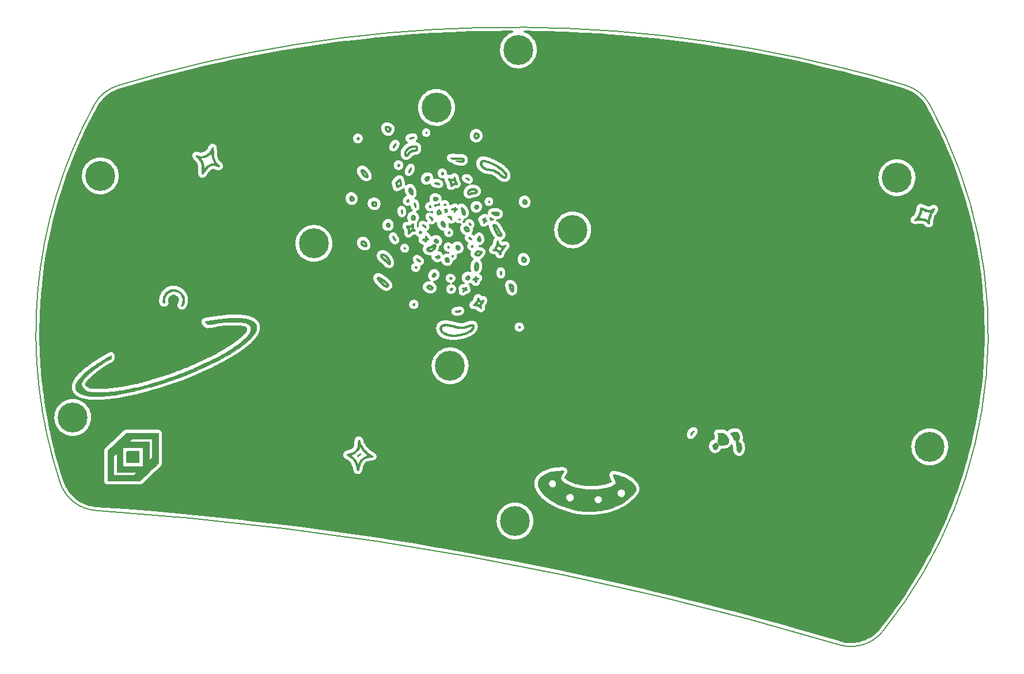
<source format=gbl>
%TF.GenerationSoftware,KiCad,Pcbnew,6.0.4-6f826c9f35~116~ubuntu20.04.1*%
%TF.CreationDate,2022-06-03T00:45:19+02:00*%
%TF.ProjectId,Bottom_Plate,426f7474-6f6d-45f5-906c-6174652e6b69,v0.1*%
%TF.SameCoordinates,Original*%
%TF.FileFunction,Copper,L2,Bot*%
%TF.FilePolarity,Positive*%
%FSLAX46Y46*%
G04 Gerber Fmt 4.6, Leading zero omitted, Abs format (unit mm)*
G04 Created by KiCad (PCBNEW 6.0.4-6f826c9f35~116~ubuntu20.04.1) date 2022-06-03 00:45:19*
%MOMM*%
%LPD*%
G01*
G04 APERTURE LIST*
%TA.AperFunction,Profile*%
%ADD10C,0.150000*%
%TD*%
%TA.AperFunction,EtchedComponent*%
%ADD11C,0.010000*%
%TD*%
%TA.AperFunction,ComponentPad*%
%ADD12C,0.700000*%
%TD*%
%TA.AperFunction,ComponentPad*%
%ADD13C,4.400000*%
%TD*%
%ADD14C,0.350000*%
G04 APERTURE END LIST*
D10*
X262416859Y-203252464D02*
G75*
G03*
X153161630Y-183482473I-143107459J-479082636D01*
G01*
X272205916Y-120898534D02*
G75*
G03*
X271985972Y-120832154I-59168016J-195650166D01*
G01*
X271985971Y-120832156D02*
G75*
G03*
X263040530Y-118362828I-35767871J-112135844D01*
G01*
X147873349Y-179386338D02*
G75*
G03*
X153161630Y-183482474I5694551J1890138D01*
G01*
X275733963Y-123764126D02*
G75*
G03*
X272205916Y-120898534I-5264963J-2877474D01*
G01*
X156412826Y-120898532D02*
G75*
G03*
X152884756Y-123764114I1736874J-5743068D01*
G01*
X262416840Y-203252522D02*
G75*
G03*
X268805219Y-201269252I1717260J5749022D01*
G01*
X152884756Y-123764112D02*
G75*
G03*
X147873339Y-179386340I61424614J-33571068D01*
G01*
X268805218Y-201269250D02*
G75*
G03*
X275733987Y-123764114I-54495848J43934070D01*
G01*
X263040530Y-118362829D02*
G75*
G03*
X156412828Y-120898534I-48731160J-193972341D01*
G01*
%TO.C,Ref\u002A\u002A*%
G36*
X190426471Y-137258438D02*
G01*
X190491899Y-137181955D01*
X190582742Y-137138970D01*
X190668993Y-137128996D01*
X190766639Y-137142347D01*
X190854346Y-137185988D01*
X190937671Y-137259482D01*
X191023720Y-137375086D01*
X191074657Y-137501609D01*
X191089055Y-137631754D01*
X191065488Y-137758226D01*
X191044702Y-137806965D01*
X190976469Y-137902491D01*
X190888330Y-137966533D01*
X190787890Y-137996315D01*
X190682757Y-137989057D01*
X190616124Y-137963483D01*
X190508295Y-137884649D01*
X190431132Y-137777675D01*
X190385849Y-137644827D01*
X190373331Y-137509996D01*
X190374766Y-137494883D01*
X190635932Y-137494883D01*
X190642179Y-137575026D01*
X190672846Y-137665343D01*
X190681935Y-137683889D01*
X190719867Y-137730196D01*
X190761209Y-137741979D01*
X190795724Y-137718907D01*
X190808949Y-137687995D01*
X190810919Y-137613471D01*
X190789494Y-137529573D01*
X190751059Y-137457018D01*
X190730764Y-137434348D01*
X190697498Y-137407496D01*
X190676952Y-137409965D01*
X190655317Y-137436193D01*
X190635932Y-137494883D01*
X190374766Y-137494883D01*
X190386826Y-137367942D01*
X190426471Y-137258438D01*
G37*
D11*
X190426471Y-137258438D02*
X190491899Y-137181955D01*
X190582742Y-137138970D01*
X190668993Y-137128996D01*
X190766639Y-137142347D01*
X190854346Y-137185988D01*
X190937671Y-137259482D01*
X191023720Y-137375086D01*
X191074657Y-137501609D01*
X191089055Y-137631754D01*
X191065488Y-137758226D01*
X191044702Y-137806965D01*
X190976469Y-137902491D01*
X190888330Y-137966533D01*
X190787890Y-137996315D01*
X190682757Y-137989057D01*
X190616124Y-137963483D01*
X190508295Y-137884649D01*
X190431132Y-137777675D01*
X190385849Y-137644827D01*
X190373331Y-137509996D01*
X190374766Y-137494883D01*
X190635932Y-137494883D01*
X190642179Y-137575026D01*
X190672846Y-137665343D01*
X190681935Y-137683889D01*
X190719867Y-137730196D01*
X190761209Y-137741979D01*
X190795724Y-137718907D01*
X190808949Y-137687995D01*
X190810919Y-137613471D01*
X190789494Y-137529573D01*
X190751059Y-137457018D01*
X190730764Y-137434348D01*
X190697498Y-137407496D01*
X190676952Y-137409965D01*
X190655317Y-137436193D01*
X190635932Y-137494883D01*
X190374766Y-137494883D01*
X190386826Y-137367942D01*
X190426471Y-137258438D01*
G36*
X215464416Y-156337418D02*
G01*
X215503750Y-156373333D01*
X215518892Y-156395954D01*
X215553477Y-156468182D01*
X215554762Y-156525249D01*
X215522162Y-156578862D01*
X215509039Y-156592708D01*
X215440890Y-156634985D01*
X215361919Y-156646030D01*
X215286822Y-156625676D01*
X215247183Y-156595673D01*
X215207407Y-156529054D01*
X215199874Y-156457772D01*
X215221321Y-156392719D01*
X215268484Y-156344784D01*
X215328160Y-156325457D01*
X215410163Y-156323040D01*
X215464416Y-156337418D01*
G37*
X215464416Y-156337418D02*
X215503750Y-156373333D01*
X215518892Y-156395954D01*
X215553477Y-156468182D01*
X215554762Y-156525249D01*
X215522162Y-156578862D01*
X215509039Y-156592708D01*
X215440890Y-156634985D01*
X215361919Y-156646030D01*
X215286822Y-156625676D01*
X215247183Y-156595673D01*
X215207407Y-156529054D01*
X215199874Y-156457772D01*
X215221321Y-156392719D01*
X215268484Y-156344784D01*
X215328160Y-156325457D01*
X215410163Y-156323040D01*
X215464416Y-156337418D01*
G36*
X210986473Y-137881101D02*
G01*
X210998376Y-137895706D01*
X211028568Y-137968551D01*
X211016679Y-138041921D01*
X210987457Y-138089225D01*
X210932787Y-138133908D01*
X210874370Y-138141849D01*
X210822180Y-138112557D01*
X210810277Y-138097953D01*
X210780085Y-138025107D01*
X210791974Y-137951737D01*
X210821196Y-137904434D01*
X210875866Y-137859750D01*
X210934283Y-137851809D01*
X210986473Y-137881101D01*
G37*
X210986473Y-137881101D02*
X210998376Y-137895706D01*
X211028568Y-137968551D01*
X211016679Y-138041921D01*
X210987457Y-138089225D01*
X210932787Y-138133908D01*
X210874370Y-138141849D01*
X210822180Y-138112557D01*
X210810277Y-138097953D01*
X210780085Y-138025107D01*
X210791974Y-137951737D01*
X210821196Y-137904434D01*
X210875866Y-137859750D01*
X210934283Y-137851809D01*
X210986473Y-137881101D01*
G36*
X204437725Y-146384653D02*
G01*
X204489840Y-146298251D01*
X204563285Y-146233761D01*
X204654218Y-146198021D01*
X204735642Y-146194589D01*
X204820197Y-146213102D01*
X204892282Y-146253865D01*
X204961376Y-146323623D01*
X205011322Y-146390824D01*
X205075980Y-146510263D01*
X205103404Y-146624364D01*
X205093092Y-146728805D01*
X205058920Y-146800216D01*
X204974427Y-146894113D01*
X204877721Y-146947572D01*
X204769083Y-146960475D01*
X204706918Y-146950865D01*
X204603845Y-146904662D01*
X204515435Y-146818941D01*
X204447797Y-146706913D01*
X204412860Y-146595824D01*
X204411675Y-146533193D01*
X204665551Y-146533193D01*
X204665675Y-146562616D01*
X204690557Y-146602032D01*
X204704029Y-146619391D01*
X204747797Y-146662583D01*
X204782679Y-146675708D01*
X204801412Y-146658716D01*
X204799081Y-146620041D01*
X204776358Y-146559520D01*
X204750534Y-146511942D01*
X204724572Y-146476939D01*
X204706709Y-146475124D01*
X204687991Y-146497026D01*
X204665551Y-146533193D01*
X204411675Y-146533193D01*
X204410784Y-146486124D01*
X204437725Y-146384653D01*
G37*
X204437725Y-146384653D02*
X204489840Y-146298251D01*
X204563285Y-146233761D01*
X204654218Y-146198021D01*
X204735642Y-146194589D01*
X204820197Y-146213102D01*
X204892282Y-146253865D01*
X204961376Y-146323623D01*
X205011322Y-146390824D01*
X205075980Y-146510263D01*
X205103404Y-146624364D01*
X205093092Y-146728805D01*
X205058920Y-146800216D01*
X204974427Y-146894113D01*
X204877721Y-146947572D01*
X204769083Y-146960475D01*
X204706918Y-146950865D01*
X204603845Y-146904662D01*
X204515435Y-146818941D01*
X204447797Y-146706913D01*
X204412860Y-146595824D01*
X204411675Y-146533193D01*
X204665551Y-146533193D01*
X204665675Y-146562616D01*
X204690557Y-146602032D01*
X204704029Y-146619391D01*
X204747797Y-146662583D01*
X204782679Y-146675708D01*
X204801412Y-146658716D01*
X204799081Y-146620041D01*
X204776358Y-146559520D01*
X204750534Y-146511942D01*
X204724572Y-146476939D01*
X204706709Y-146475124D01*
X204687991Y-146497026D01*
X204665551Y-146533193D01*
X204411675Y-146533193D01*
X204410784Y-146486124D01*
X204437725Y-146384653D01*
G36*
X247217254Y-171896415D02*
G01*
X247348098Y-171932293D01*
X247451946Y-171995949D01*
X247474407Y-172017429D01*
X247556843Y-172129475D01*
X247624616Y-172271401D01*
X247675334Y-172432571D01*
X247706602Y-172602347D01*
X247716028Y-172770093D01*
X247701218Y-172925173D01*
X247689797Y-172974746D01*
X247645435Y-173081114D01*
X247580182Y-173165956D01*
X247500899Y-173225247D01*
X247414447Y-173254961D01*
X247327687Y-173251075D01*
X247266020Y-173223343D01*
X247204994Y-173181885D01*
X247156315Y-173147866D01*
X247109427Y-173122858D01*
X247069836Y-173127232D01*
X247057975Y-173132970D01*
X247020950Y-173147517D01*
X246993763Y-173139608D01*
X246969189Y-173103130D01*
X246940635Y-173033645D01*
X246841438Y-172811059D01*
X246711559Y-172593606D01*
X246546351Y-172373675D01*
X246514180Y-172335213D01*
X246448356Y-172251447D01*
X246411189Y-172184490D01*
X246404878Y-172129990D01*
X246431625Y-172083599D01*
X246493628Y-172040966D01*
X246593087Y-171997742D01*
X246704617Y-171958647D01*
X246891326Y-171909272D01*
X247063601Y-171888635D01*
X247217254Y-171896415D01*
G37*
X247217254Y-171896415D02*
X247348098Y-171932293D01*
X247451946Y-171995949D01*
X247474407Y-172017429D01*
X247556843Y-172129475D01*
X247624616Y-172271401D01*
X247675334Y-172432571D01*
X247706602Y-172602347D01*
X247716028Y-172770093D01*
X247701218Y-172925173D01*
X247689797Y-172974746D01*
X247645435Y-173081114D01*
X247580182Y-173165956D01*
X247500899Y-173225247D01*
X247414447Y-173254961D01*
X247327687Y-173251075D01*
X247266020Y-173223343D01*
X247204994Y-173181885D01*
X247156315Y-173147866D01*
X247109427Y-173122858D01*
X247069836Y-173127232D01*
X247057975Y-173132970D01*
X247020950Y-173147517D01*
X246993763Y-173139608D01*
X246969189Y-173103130D01*
X246940635Y-173033645D01*
X246841438Y-172811059D01*
X246711559Y-172593606D01*
X246546351Y-172373675D01*
X246514180Y-172335213D01*
X246448356Y-172251447D01*
X246411189Y-172184490D01*
X246404878Y-172129990D01*
X246431625Y-172083599D01*
X246493628Y-172040966D01*
X246593087Y-171997742D01*
X246704617Y-171958647D01*
X246891326Y-171909272D01*
X247063601Y-171888635D01*
X247217254Y-171896415D01*
G36*
X197701078Y-132458509D02*
G01*
X197740288Y-132491868D01*
X197788175Y-132564616D01*
X197802737Y-132645043D01*
X197787548Y-132723633D01*
X197746179Y-132790875D01*
X197682200Y-132837255D01*
X197604586Y-132853329D01*
X197542010Y-132842780D01*
X197490525Y-132804591D01*
X197475958Y-132788205D01*
X197428163Y-132705692D01*
X197422577Y-132623000D01*
X197459107Y-132541649D01*
X197493127Y-132501963D01*
X197565878Y-132446245D01*
X197633897Y-132431813D01*
X197701078Y-132458509D01*
G37*
X197701078Y-132458509D02*
X197740288Y-132491868D01*
X197788175Y-132564616D01*
X197802737Y-132645043D01*
X197787548Y-132723633D01*
X197746179Y-132790875D01*
X197682200Y-132837255D01*
X197604586Y-132853329D01*
X197542010Y-132842780D01*
X197490525Y-132804591D01*
X197475958Y-132788205D01*
X197428163Y-132705692D01*
X197422577Y-132623000D01*
X197459107Y-132541649D01*
X197493127Y-132501963D01*
X197565878Y-132446245D01*
X197633897Y-132431813D01*
X197701078Y-132458509D01*
G36*
X198734949Y-141741457D02*
G01*
X198707346Y-141684985D01*
X198694021Y-141640350D01*
X198691160Y-141607542D01*
X198708578Y-141552827D01*
X198760633Y-141522153D01*
X198847030Y-141515652D01*
X198890038Y-141519705D01*
X199023566Y-141536170D01*
X199123246Y-141545786D01*
X199197028Y-141548412D01*
X199252861Y-141543910D01*
X199298696Y-141532140D01*
X199342482Y-141512961D01*
X199344934Y-141511717D01*
X199419762Y-141459000D01*
X199489169Y-141385501D01*
X199501939Y-141368024D01*
X199562667Y-141284118D01*
X199609607Y-141231083D01*
X199649585Y-141202817D01*
X199689427Y-141193214D01*
X199697657Y-141192996D01*
X199744404Y-141205637D01*
X199777272Y-141245763D01*
X199797136Y-141316683D01*
X199804869Y-141421702D01*
X199801345Y-141564127D01*
X199800346Y-141581578D01*
X199794779Y-141689279D01*
X199793902Y-141765721D01*
X199798679Y-141821817D01*
X199810073Y-141868476D01*
X199829048Y-141916611D01*
X199830153Y-141919118D01*
X199874760Y-141995724D01*
X199923660Y-142037356D01*
X199927412Y-142038903D01*
X200006855Y-142086527D01*
X200054842Y-142153598D01*
X200066669Y-142214288D01*
X200061786Y-142270023D01*
X200050483Y-142308024D01*
X200050363Y-142308213D01*
X200003076Y-142345894D01*
X199929035Y-142362433D01*
X199839411Y-142355500D01*
X199831722Y-142353820D01*
X199707202Y-142339987D01*
X199592268Y-142354934D01*
X199498896Y-142397078D01*
X199497710Y-142397917D01*
X199452027Y-142438194D01*
X199394046Y-142499829D01*
X199336060Y-142569723D01*
X199334251Y-142572068D01*
X199246215Y-142673930D01*
X199165831Y-142742039D01*
X199095639Y-142775020D01*
X199038180Y-142771499D01*
X199008331Y-142748350D01*
X198993308Y-142711389D01*
X198992447Y-142648332D01*
X198998406Y-142594891D01*
X199012166Y-142414579D01*
X198997789Y-142256413D01*
X198952685Y-142108785D01*
X198874267Y-141960087D01*
X198847768Y-141919322D01*
X198809920Y-141861795D01*
X199182759Y-141861795D01*
X199192760Y-141914986D01*
X199206753Y-141964924D01*
X199249030Y-142060439D01*
X199303371Y-142126770D01*
X199364281Y-142161127D01*
X199426269Y-142160717D01*
X199483840Y-142122748D01*
X199493957Y-142110891D01*
X199529099Y-142034571D01*
X199536380Y-141937668D01*
X199514944Y-141832200D01*
X199514020Y-141829522D01*
X199493663Y-141784049D01*
X199468236Y-141770524D01*
X199434645Y-141776415D01*
X199377309Y-141789759D01*
X199305331Y-141803674D01*
X199288915Y-141806473D01*
X199230220Y-141818694D01*
X199190888Y-141831551D01*
X199184589Y-141835511D01*
X199182759Y-141861795D01*
X198809920Y-141861795D01*
X198780525Y-141817118D01*
X198734949Y-141741457D01*
G37*
X198734949Y-141741457D02*
X198707346Y-141684985D01*
X198694021Y-141640350D01*
X198691160Y-141607542D01*
X198708578Y-141552827D01*
X198760633Y-141522153D01*
X198847030Y-141515652D01*
X198890038Y-141519705D01*
X199023566Y-141536170D01*
X199123246Y-141545786D01*
X199197028Y-141548412D01*
X199252861Y-141543910D01*
X199298696Y-141532140D01*
X199342482Y-141512961D01*
X199344934Y-141511717D01*
X199419762Y-141459000D01*
X199489169Y-141385501D01*
X199501939Y-141368024D01*
X199562667Y-141284118D01*
X199609607Y-141231083D01*
X199649585Y-141202817D01*
X199689427Y-141193214D01*
X199697657Y-141192996D01*
X199744404Y-141205637D01*
X199777272Y-141245763D01*
X199797136Y-141316683D01*
X199804869Y-141421702D01*
X199801345Y-141564127D01*
X199800346Y-141581578D01*
X199794779Y-141689279D01*
X199793902Y-141765721D01*
X199798679Y-141821817D01*
X199810073Y-141868476D01*
X199829048Y-141916611D01*
X199830153Y-141919118D01*
X199874760Y-141995724D01*
X199923660Y-142037356D01*
X199927412Y-142038903D01*
X200006855Y-142086527D01*
X200054842Y-142153598D01*
X200066669Y-142214288D01*
X200061786Y-142270023D01*
X200050483Y-142308024D01*
X200050363Y-142308213D01*
X200003076Y-142345894D01*
X199929035Y-142362433D01*
X199839411Y-142355500D01*
X199831722Y-142353820D01*
X199707202Y-142339987D01*
X199592268Y-142354934D01*
X199498896Y-142397078D01*
X199497710Y-142397917D01*
X199452027Y-142438194D01*
X199394046Y-142499829D01*
X199336060Y-142569723D01*
X199334251Y-142572068D01*
X199246215Y-142673930D01*
X199165831Y-142742039D01*
X199095639Y-142775020D01*
X199038180Y-142771499D01*
X199008331Y-142748350D01*
X198993308Y-142711389D01*
X198992447Y-142648332D01*
X198998406Y-142594891D01*
X199012166Y-142414579D01*
X198997789Y-142256413D01*
X198952685Y-142108785D01*
X198874267Y-141960087D01*
X198847768Y-141919322D01*
X198809920Y-141861795D01*
X199182759Y-141861795D01*
X199192760Y-141914986D01*
X199206753Y-141964924D01*
X199249030Y-142060439D01*
X199303371Y-142126770D01*
X199364281Y-142161127D01*
X199426269Y-142160717D01*
X199483840Y-142122748D01*
X199493957Y-142110891D01*
X199529099Y-142034571D01*
X199536380Y-141937668D01*
X199514944Y-141832200D01*
X199514020Y-141829522D01*
X199493663Y-141784049D01*
X199468236Y-141770524D01*
X199434645Y-141776415D01*
X199377309Y-141789759D01*
X199305331Y-141803674D01*
X199288915Y-141806473D01*
X199230220Y-141818694D01*
X199190888Y-141831551D01*
X199184589Y-141835511D01*
X199182759Y-141861795D01*
X198809920Y-141861795D01*
X198780525Y-141817118D01*
X198734949Y-141741457D01*
G36*
X208915259Y-152831152D02*
G01*
X209010797Y-152717893D01*
X209075905Y-152617350D01*
X209113508Y-152524973D01*
X209126532Y-152436211D01*
X209126585Y-152432496D01*
X209136144Y-152365791D01*
X209159176Y-152289836D01*
X209168080Y-152268476D01*
X209218379Y-152190430D01*
X209277538Y-152148025D01*
X209338428Y-152141417D01*
X209393918Y-152170765D01*
X209436878Y-152236224D01*
X209446084Y-152262349D01*
X209490723Y-152359732D01*
X209559175Y-152448539D01*
X209642128Y-152520436D01*
X209730268Y-152567086D01*
X209801693Y-152580663D01*
X209839385Y-152567391D01*
X209894258Y-152533005D01*
X209941243Y-152495996D01*
X209997235Y-152451026D01*
X210043178Y-152420322D01*
X210065297Y-152411329D01*
X210109642Y-152430280D01*
X210136145Y-152483416D01*
X210142327Y-152541185D01*
X210137607Y-152608007D01*
X210120631Y-152672099D01*
X210087173Y-152743351D01*
X210033008Y-152831651D01*
X209992777Y-152891186D01*
X209909369Y-153021221D01*
X209841425Y-153145397D01*
X209792390Y-153256348D01*
X209765710Y-153346707D01*
X209761814Y-153384996D01*
X209774265Y-153452786D01*
X209803583Y-153511898D01*
X209803660Y-153511996D01*
X209839167Y-153584708D01*
X209839635Y-153658946D01*
X209805066Y-153722236D01*
X209803660Y-153723663D01*
X209766599Y-153753147D01*
X209728606Y-153762952D01*
X209684022Y-153750549D01*
X209627188Y-153713412D01*
X209552446Y-153649010D01*
X209478017Y-153578167D01*
X209400407Y-153504282D01*
X209329603Y-153439907D01*
X209273174Y-153391724D01*
X209238689Y-153366419D01*
X209237562Y-153365815D01*
X209199120Y-153355673D01*
X209127996Y-153345477D01*
X209033826Y-153336321D01*
X208926244Y-153329303D01*
X208909479Y-153328499D01*
X208801928Y-153322333D01*
X208707516Y-153314577D01*
X208635450Y-153306151D01*
X208594936Y-153297978D01*
X208591868Y-153296690D01*
X208561938Y-153273195D01*
X208554180Y-153241612D01*
X208570752Y-153198226D01*
X208613808Y-153139322D01*
X208685507Y-153061186D01*
X208712335Y-153034716D01*
X209179544Y-153034716D01*
X209179859Y-153043417D01*
X209208952Y-153060226D01*
X209265117Y-153084877D01*
X209335543Y-153112573D01*
X209407421Y-153138515D01*
X209467941Y-153157905D01*
X209504295Y-153165944D01*
X209506804Y-153165883D01*
X209529499Y-153145874D01*
X209560687Y-153096272D01*
X209594160Y-153027180D01*
X209598866Y-153016068D01*
X209659701Y-152869769D01*
X209609972Y-152832043D01*
X209535850Y-152784251D01*
X209462261Y-152750814D01*
X209400527Y-152735921D01*
X209365124Y-152741404D01*
X209339378Y-152767808D01*
X209303125Y-152816955D01*
X209262688Y-152878531D01*
X209224395Y-152942226D01*
X209194572Y-152997725D01*
X209179544Y-153034716D01*
X208712335Y-153034716D01*
X208786367Y-152961675D01*
X208915259Y-152831152D01*
G37*
X208915259Y-152831152D02*
X209010797Y-152717893D01*
X209075905Y-152617350D01*
X209113508Y-152524973D01*
X209126532Y-152436211D01*
X209126585Y-152432496D01*
X209136144Y-152365791D01*
X209159176Y-152289836D01*
X209168080Y-152268476D01*
X209218379Y-152190430D01*
X209277538Y-152148025D01*
X209338428Y-152141417D01*
X209393918Y-152170765D01*
X209436878Y-152236224D01*
X209446084Y-152262349D01*
X209490723Y-152359732D01*
X209559175Y-152448539D01*
X209642128Y-152520436D01*
X209730268Y-152567086D01*
X209801693Y-152580663D01*
X209839385Y-152567391D01*
X209894258Y-152533005D01*
X209941243Y-152495996D01*
X209997235Y-152451026D01*
X210043178Y-152420322D01*
X210065297Y-152411329D01*
X210109642Y-152430280D01*
X210136145Y-152483416D01*
X210142327Y-152541185D01*
X210137607Y-152608007D01*
X210120631Y-152672099D01*
X210087173Y-152743351D01*
X210033008Y-152831651D01*
X209992777Y-152891186D01*
X209909369Y-153021221D01*
X209841425Y-153145397D01*
X209792390Y-153256348D01*
X209765710Y-153346707D01*
X209761814Y-153384996D01*
X209774265Y-153452786D01*
X209803583Y-153511898D01*
X209803660Y-153511996D01*
X209839167Y-153584708D01*
X209839635Y-153658946D01*
X209805066Y-153722236D01*
X209803660Y-153723663D01*
X209766599Y-153753147D01*
X209728606Y-153762952D01*
X209684022Y-153750549D01*
X209627188Y-153713412D01*
X209552446Y-153649010D01*
X209478017Y-153578167D01*
X209400407Y-153504282D01*
X209329603Y-153439907D01*
X209273174Y-153391724D01*
X209238689Y-153366419D01*
X209237562Y-153365815D01*
X209199120Y-153355673D01*
X209127996Y-153345477D01*
X209033826Y-153336321D01*
X208926244Y-153329303D01*
X208909479Y-153328499D01*
X208801928Y-153322333D01*
X208707516Y-153314577D01*
X208635450Y-153306151D01*
X208594936Y-153297978D01*
X208591868Y-153296690D01*
X208561938Y-153273195D01*
X208554180Y-153241612D01*
X208570752Y-153198226D01*
X208613808Y-153139322D01*
X208685507Y-153061186D01*
X208712335Y-153034716D01*
X209179544Y-153034716D01*
X209179859Y-153043417D01*
X209208952Y-153060226D01*
X209265117Y-153084877D01*
X209335543Y-153112573D01*
X209407421Y-153138515D01*
X209467941Y-153157905D01*
X209504295Y-153165944D01*
X209506804Y-153165883D01*
X209529499Y-153145874D01*
X209560687Y-153096272D01*
X209594160Y-153027180D01*
X209598866Y-153016068D01*
X209659701Y-152869769D01*
X209609972Y-152832043D01*
X209535850Y-152784251D01*
X209462261Y-152750814D01*
X209400527Y-152735921D01*
X209365124Y-152741404D01*
X209339378Y-152767808D01*
X209303125Y-152816955D01*
X209262688Y-152878531D01*
X209224395Y-152942226D01*
X209194572Y-152997725D01*
X209179544Y-153034716D01*
X208712335Y-153034716D01*
X208786367Y-152961675D01*
X208915259Y-152831152D01*
G36*
X207230758Y-141785242D02*
G01*
X207283860Y-141699823D01*
X207336049Y-141656243D01*
X207416539Y-141626534D01*
X207517891Y-141615973D01*
X207623220Y-141624541D01*
X207715644Y-141652217D01*
X207724878Y-141656724D01*
X207842096Y-141739640D01*
X207928741Y-141850605D01*
X207982697Y-141986326D01*
X207998978Y-142083329D01*
X208001804Y-142224101D01*
X207980892Y-142330783D01*
X207935231Y-142404999D01*
X207863812Y-142448375D01*
X207765624Y-142462535D01*
X207763277Y-142462531D01*
X207676094Y-142453424D01*
X207589702Y-142431047D01*
X207566548Y-142421798D01*
X207475059Y-142367756D01*
X207382607Y-142292395D01*
X207301867Y-142207665D01*
X207245514Y-142125513D01*
X207239763Y-142113746D01*
X207206630Y-142002086D01*
X207205443Y-141944079D01*
X207475327Y-141944079D01*
X207491333Y-141984470D01*
X207532743Y-142038839D01*
X207589644Y-142097826D01*
X207652120Y-142152067D01*
X207710258Y-142192201D01*
X207754145Y-142208867D01*
X207755785Y-142208917D01*
X207769035Y-142191486D01*
X207771195Y-142171954D01*
X207757387Y-142109297D01*
X207723680Y-142034877D01*
X207679738Y-141966522D01*
X207636004Y-141922563D01*
X207582754Y-141901517D01*
X207528851Y-141900284D01*
X207488459Y-141916966D01*
X207475327Y-141944079D01*
X207205443Y-141944079D01*
X207204321Y-141889291D01*
X207230758Y-141785242D01*
G37*
X207230758Y-141785242D02*
X207283860Y-141699823D01*
X207336049Y-141656243D01*
X207416539Y-141626534D01*
X207517891Y-141615973D01*
X207623220Y-141624541D01*
X207715644Y-141652217D01*
X207724878Y-141656724D01*
X207842096Y-141739640D01*
X207928741Y-141850605D01*
X207982697Y-141986326D01*
X207998978Y-142083329D01*
X208001804Y-142224101D01*
X207980892Y-142330783D01*
X207935231Y-142404999D01*
X207863812Y-142448375D01*
X207765624Y-142462535D01*
X207763277Y-142462531D01*
X207676094Y-142453424D01*
X207589702Y-142431047D01*
X207566548Y-142421798D01*
X207475059Y-142367756D01*
X207382607Y-142292395D01*
X207301867Y-142207665D01*
X207245514Y-142125513D01*
X207239763Y-142113746D01*
X207206630Y-142002086D01*
X207205443Y-141944079D01*
X207475327Y-141944079D01*
X207491333Y-141984470D01*
X207532743Y-142038839D01*
X207589644Y-142097826D01*
X207652120Y-142152067D01*
X207710258Y-142192201D01*
X207754145Y-142208867D01*
X207755785Y-142208917D01*
X207769035Y-142191486D01*
X207771195Y-142171954D01*
X207757387Y-142109297D01*
X207723680Y-142034877D01*
X207679738Y-141966522D01*
X207636004Y-141922563D01*
X207582754Y-141901517D01*
X207528851Y-141900284D01*
X207488459Y-141916966D01*
X207475327Y-141944079D01*
X207205443Y-141944079D01*
X207204321Y-141889291D01*
X207230758Y-141785242D01*
G36*
X207710434Y-134473966D02*
G01*
X207804694Y-134515536D01*
X207892421Y-134570890D01*
X207964490Y-134634413D01*
X208011773Y-134700491D01*
X208025660Y-134754072D01*
X208013179Y-134821451D01*
X207975357Y-134856609D01*
X207911626Y-134859576D01*
X207821418Y-134830383D01*
X207707717Y-134771155D01*
X207593245Y-134699011D01*
X207515438Y-134637745D01*
X207471051Y-134584125D01*
X207456837Y-134534920D01*
X207457708Y-134522276D01*
X207476140Y-134482702D01*
X207524125Y-134458531D01*
X207538827Y-134454629D01*
X207618770Y-134451792D01*
X207710434Y-134473966D01*
G37*
X207710434Y-134473966D02*
X207804694Y-134515536D01*
X207892421Y-134570890D01*
X207964490Y-134634413D01*
X208011773Y-134700491D01*
X208025660Y-134754072D01*
X208013179Y-134821451D01*
X207975357Y-134856609D01*
X207911626Y-134859576D01*
X207821418Y-134830383D01*
X207707717Y-134771155D01*
X207593245Y-134699011D01*
X207515438Y-134637745D01*
X207471051Y-134584125D01*
X207456837Y-134534920D01*
X207457708Y-134522276D01*
X207476140Y-134482702D01*
X207524125Y-134458531D01*
X207538827Y-134454629D01*
X207618770Y-134451792D01*
X207710434Y-134473966D01*
G36*
X205943731Y-138791905D02*
G01*
X205996640Y-138828385D01*
X206031295Y-138880820D01*
X206079864Y-138947798D01*
X206128226Y-138973233D01*
X206207311Y-139008752D01*
X206254480Y-139059338D01*
X206269638Y-139116359D01*
X206252688Y-139171189D01*
X206203535Y-139215197D01*
X206131174Y-139238500D01*
X206057767Y-139254721D01*
X206015276Y-139281285D01*
X205992288Y-139327885D01*
X205984247Y-139363286D01*
X205961184Y-139426154D01*
X205920198Y-139490882D01*
X205870916Y-139545811D01*
X205822969Y-139579278D01*
X205801712Y-139584329D01*
X205760710Y-139567332D01*
X205740405Y-139543387D01*
X205727936Y-139499421D01*
X205720000Y-139431714D01*
X205718493Y-139386902D01*
X205715179Y-139314952D01*
X205699385Y-139272677D01*
X205662333Y-139252284D01*
X205595247Y-139245983D01*
X205559390Y-139245663D01*
X205461504Y-139239351D01*
X205399006Y-139218375D01*
X205366570Y-139179676D01*
X205358660Y-139130313D01*
X205366068Y-139073922D01*
X205396244Y-139038615D01*
X205423298Y-139022824D01*
X205483570Y-139000777D01*
X205561825Y-138983396D01*
X205597923Y-138978589D01*
X205691328Y-138968371D01*
X205751081Y-138957482D01*
X205785756Y-138942233D01*
X205803927Y-138918932D01*
X205813777Y-138885673D01*
X205843204Y-138820752D01*
X205889554Y-138789429D01*
X205943731Y-138791905D01*
G37*
X205943731Y-138791905D02*
X205996640Y-138828385D01*
X206031295Y-138880820D01*
X206079864Y-138947798D01*
X206128226Y-138973233D01*
X206207311Y-139008752D01*
X206254480Y-139059338D01*
X206269638Y-139116359D01*
X206252688Y-139171189D01*
X206203535Y-139215197D01*
X206131174Y-139238500D01*
X206057767Y-139254721D01*
X206015276Y-139281285D01*
X205992288Y-139327885D01*
X205984247Y-139363286D01*
X205961184Y-139426154D01*
X205920198Y-139490882D01*
X205870916Y-139545811D01*
X205822969Y-139579278D01*
X205801712Y-139584329D01*
X205760710Y-139567332D01*
X205740405Y-139543387D01*
X205727936Y-139499421D01*
X205720000Y-139431714D01*
X205718493Y-139386902D01*
X205715179Y-139314952D01*
X205699385Y-139272677D01*
X205662333Y-139252284D01*
X205595247Y-139245983D01*
X205559390Y-139245663D01*
X205461504Y-139239351D01*
X205399006Y-139218375D01*
X205366570Y-139179676D01*
X205358660Y-139130313D01*
X205366068Y-139073922D01*
X205396244Y-139038615D01*
X205423298Y-139022824D01*
X205483570Y-139000777D01*
X205561825Y-138983396D01*
X205597923Y-138978589D01*
X205691328Y-138968371D01*
X205751081Y-138957482D01*
X205785756Y-138942233D01*
X205803927Y-138918932D01*
X205813777Y-138885673D01*
X205843204Y-138820752D01*
X205889554Y-138789429D01*
X205943731Y-138791905D01*
G36*
X215685411Y-146285430D02*
G01*
X215746945Y-146189324D01*
X215800935Y-146140852D01*
X215861004Y-146108961D01*
X215934408Y-146094878D01*
X215987653Y-146093079D01*
X216065053Y-146096928D01*
X216120634Y-146112857D01*
X216174548Y-146147435D01*
X216188737Y-146158640D01*
X216288699Y-146261181D01*
X216358343Y-146378924D01*
X216396780Y-146504705D01*
X216403123Y-146631361D01*
X216376484Y-146751727D01*
X216315977Y-146858638D01*
X216280306Y-146897752D01*
X216198855Y-146948337D01*
X216097305Y-146970283D01*
X215987415Y-146962824D01*
X215880947Y-146925195D01*
X215878493Y-146923894D01*
X215783489Y-146851666D01*
X215712517Y-146754687D01*
X215666400Y-146641265D01*
X215645962Y-146519709D01*
X215646275Y-146513432D01*
X215909428Y-146513432D01*
X215936577Y-146589371D01*
X215994709Y-146671064D01*
X216041114Y-146720356D01*
X216072893Y-146735554D01*
X216097863Y-146718456D01*
X216110582Y-146697721D01*
X216128578Y-146636196D01*
X216131698Y-146560140D01*
X216120875Y-146488005D01*
X216097463Y-146438704D01*
X216046306Y-146406089D01*
X215987928Y-146401100D01*
X215938153Y-146422893D01*
X215919113Y-146448221D01*
X215909428Y-146513432D01*
X215646275Y-146513432D01*
X215652024Y-146398328D01*
X215685411Y-146285430D01*
G37*
X215685411Y-146285430D02*
X215746945Y-146189324D01*
X215800935Y-146140852D01*
X215861004Y-146108961D01*
X215934408Y-146094878D01*
X215987653Y-146093079D01*
X216065053Y-146096928D01*
X216120634Y-146112857D01*
X216174548Y-146147435D01*
X216188737Y-146158640D01*
X216288699Y-146261181D01*
X216358343Y-146378924D01*
X216396780Y-146504705D01*
X216403123Y-146631361D01*
X216376484Y-146751727D01*
X216315977Y-146858638D01*
X216280306Y-146897752D01*
X216198855Y-146948337D01*
X216097305Y-146970283D01*
X215987415Y-146962824D01*
X215880947Y-146925195D01*
X215878493Y-146923894D01*
X215783489Y-146851666D01*
X215712517Y-146754687D01*
X215666400Y-146641265D01*
X215645962Y-146519709D01*
X215646275Y-146513432D01*
X215909428Y-146513432D01*
X215936577Y-146589371D01*
X215994709Y-146671064D01*
X216041114Y-146720356D01*
X216072893Y-146735554D01*
X216097863Y-146718456D01*
X216110582Y-146697721D01*
X216128578Y-146636196D01*
X216131698Y-146560140D01*
X216120875Y-146488005D01*
X216097463Y-146438704D01*
X216046306Y-146406089D01*
X215987928Y-146401100D01*
X215938153Y-146422893D01*
X215919113Y-146448221D01*
X215909428Y-146513432D01*
X215646275Y-146513432D01*
X215652024Y-146398328D01*
X215685411Y-146285430D01*
G36*
X209176546Y-143440466D02*
G01*
X209208750Y-143314915D01*
X209266590Y-143200664D01*
X209316176Y-143138459D01*
X209393421Y-143076184D01*
X209466288Y-143055765D01*
X209534212Y-143076899D01*
X209596631Y-143139281D01*
X209652980Y-143242606D01*
X209688642Y-143339546D01*
X209726394Y-143480940D01*
X209738766Y-143595096D01*
X209724507Y-143689557D01*
X209682369Y-143771867D01*
X209611101Y-143849570D01*
X209602921Y-143856854D01*
X209516109Y-143910131D01*
X209425785Y-143924351D01*
X209338902Y-143899027D01*
X209306438Y-143877535D01*
X209234924Y-143795851D01*
X209189515Y-143689840D01*
X209176082Y-143605840D01*
X209408900Y-143605840D01*
X209419172Y-143626925D01*
X209421289Y-143627163D01*
X209446359Y-143610672D01*
X209479096Y-143569875D01*
X209486445Y-143558371D01*
X209521442Y-143492619D01*
X209548849Y-143425970D01*
X209564470Y-143370579D01*
X209564111Y-143338597D01*
X209562864Y-143336978D01*
X209538466Y-143338219D01*
X209503256Y-143367060D01*
X209467314Y-143414281D01*
X209455563Y-143435121D01*
X209429204Y-143498123D01*
X209412947Y-143558968D01*
X209408900Y-143605840D01*
X209176082Y-143605840D01*
X209170095Y-143568410D01*
X209176546Y-143440466D01*
G37*
X209176546Y-143440466D02*
X209208750Y-143314915D01*
X209266590Y-143200664D01*
X209316176Y-143138459D01*
X209393421Y-143076184D01*
X209466288Y-143055765D01*
X209534212Y-143076899D01*
X209596631Y-143139281D01*
X209652980Y-143242606D01*
X209688642Y-143339546D01*
X209726394Y-143480940D01*
X209738766Y-143595096D01*
X209724507Y-143689557D01*
X209682369Y-143771867D01*
X209611101Y-143849570D01*
X209602921Y-143856854D01*
X209516109Y-143910131D01*
X209425785Y-143924351D01*
X209338902Y-143899027D01*
X209306438Y-143877535D01*
X209234924Y-143795851D01*
X209189515Y-143689840D01*
X209176082Y-143605840D01*
X209408900Y-143605840D01*
X209419172Y-143626925D01*
X209421289Y-143627163D01*
X209446359Y-143610672D01*
X209479096Y-143569875D01*
X209486445Y-143558371D01*
X209521442Y-143492619D01*
X209548849Y-143425970D01*
X209564470Y-143370579D01*
X209564111Y-143338597D01*
X209562864Y-143336978D01*
X209538466Y-143338219D01*
X209503256Y-143367060D01*
X209467314Y-143414281D01*
X209455563Y-143435121D01*
X209429204Y-143498123D01*
X209412947Y-143558968D01*
X209408900Y-143605840D01*
X209176082Y-143605840D01*
X209170095Y-143568410D01*
X209176546Y-143440466D01*
G36*
X203596437Y-139160019D02*
G01*
X203677623Y-139206822D01*
X203753696Y-139281751D01*
X203820426Y-139383297D01*
X203873583Y-139509955D01*
X203903663Y-139629255D01*
X203915002Y-139703260D01*
X203914086Y-139751720D01*
X203899772Y-139789940D01*
X203890537Y-139805032D01*
X203843434Y-139847486D01*
X203787954Y-139854573D01*
X203732276Y-139829885D01*
X203684576Y-139777018D01*
X203653309Y-139700746D01*
X203629432Y-139626177D01*
X203597112Y-139557037D01*
X203562613Y-139504376D01*
X203532201Y-139479246D01*
X203527313Y-139478496D01*
X203501829Y-139495762D01*
X203492776Y-139540725D01*
X203497825Y-139603134D01*
X203514647Y-139672736D01*
X203540913Y-139739279D01*
X203574294Y-139792511D01*
X203604586Y-139818639D01*
X203639315Y-139847611D01*
X203636595Y-139871192D01*
X203598533Y-139880663D01*
X203552829Y-139893139D01*
X203496734Y-139924073D01*
X203483528Y-139933579D01*
X203411902Y-139976653D01*
X203356133Y-139982143D01*
X203311987Y-139949728D01*
X203292864Y-139919040D01*
X203270341Y-139850954D01*
X203254441Y-139754772D01*
X203245990Y-139644329D01*
X203245817Y-139533466D01*
X203254749Y-139436018D01*
X203261861Y-139400619D01*
X203305162Y-139284194D01*
X203364500Y-139203428D01*
X203435645Y-139156815D01*
X203514367Y-139142847D01*
X203596437Y-139160019D01*
G37*
X203596437Y-139160019D02*
X203677623Y-139206822D01*
X203753696Y-139281751D01*
X203820426Y-139383297D01*
X203873583Y-139509955D01*
X203903663Y-139629255D01*
X203915002Y-139703260D01*
X203914086Y-139751720D01*
X203899772Y-139789940D01*
X203890537Y-139805032D01*
X203843434Y-139847486D01*
X203787954Y-139854573D01*
X203732276Y-139829885D01*
X203684576Y-139777018D01*
X203653309Y-139700746D01*
X203629432Y-139626177D01*
X203597112Y-139557037D01*
X203562613Y-139504376D01*
X203532201Y-139479246D01*
X203527313Y-139478496D01*
X203501829Y-139495762D01*
X203492776Y-139540725D01*
X203497825Y-139603134D01*
X203514647Y-139672736D01*
X203540913Y-139739279D01*
X203574294Y-139792511D01*
X203604586Y-139818639D01*
X203639315Y-139847611D01*
X203636595Y-139871192D01*
X203598533Y-139880663D01*
X203552829Y-139893139D01*
X203496734Y-139924073D01*
X203483528Y-139933579D01*
X203411902Y-139976653D01*
X203356133Y-139982143D01*
X203311987Y-139949728D01*
X203292864Y-139919040D01*
X203270341Y-139850954D01*
X203254441Y-139754772D01*
X203245990Y-139644329D01*
X203245817Y-139533466D01*
X203254749Y-139436018D01*
X203261861Y-139400619D01*
X203305162Y-139284194D01*
X203364500Y-139203428D01*
X203435645Y-139156815D01*
X203514367Y-139142847D01*
X203596437Y-139160019D01*
G36*
X205036551Y-142389612D02*
G01*
X205058420Y-142400975D01*
X205117442Y-142456359D01*
X205143062Y-142534899D01*
X205134996Y-142626445D01*
X205118739Y-142677795D01*
X205094011Y-142702066D01*
X205045800Y-142711361D01*
X205027887Y-142712794D01*
X204948480Y-142707888D01*
X204906210Y-142684856D01*
X204865628Y-142617446D01*
X204858072Y-142539698D01*
X204881541Y-142465047D01*
X204934032Y-142406928D01*
X204948970Y-142397858D01*
X204994710Y-142380614D01*
X205036551Y-142389612D01*
G37*
X205036551Y-142389612D02*
X205058420Y-142400975D01*
X205117442Y-142456359D01*
X205143062Y-142534899D01*
X205134996Y-142626445D01*
X205118739Y-142677795D01*
X205094011Y-142702066D01*
X205045800Y-142711361D01*
X205027887Y-142712794D01*
X204948480Y-142707888D01*
X204906210Y-142684856D01*
X204865628Y-142617446D01*
X204858072Y-142539698D01*
X204881541Y-142465047D01*
X204934032Y-142406928D01*
X204948970Y-142397858D01*
X204994710Y-142380614D01*
X205036551Y-142389612D01*
G36*
X196843088Y-143059425D02*
G01*
X196874694Y-143067861D01*
X196902634Y-143090076D01*
X196933093Y-143133638D01*
X196972255Y-143206117D01*
X196987243Y-143235869D01*
X197034806Y-143325206D01*
X197085503Y-143410977D01*
X197130076Y-143477725D01*
X197139371Y-143489869D01*
X197198766Y-143576751D01*
X197222570Y-143646382D01*
X197211673Y-143702988D01*
X197190161Y-143731162D01*
X197136964Y-143768812D01*
X197082703Y-143772022D01*
X197022182Y-143739370D01*
X196950204Y-143669433D01*
X196945569Y-143664204D01*
X196858675Y-143550433D01*
X196789187Y-143429457D01*
X196742219Y-143311965D01*
X196722881Y-143208646D01*
X196722660Y-143198103D01*
X196732328Y-143117901D01*
X196763367Y-143072350D01*
X196818828Y-143057937D01*
X196843088Y-143059425D01*
G37*
X196843088Y-143059425D02*
X196874694Y-143067861D01*
X196902634Y-143090076D01*
X196933093Y-143133638D01*
X196972255Y-143206117D01*
X196987243Y-143235869D01*
X197034806Y-143325206D01*
X197085503Y-143410977D01*
X197130076Y-143477725D01*
X197139371Y-143489869D01*
X197198766Y-143576751D01*
X197222570Y-143646382D01*
X197211673Y-143702988D01*
X197190161Y-143731162D01*
X197136964Y-143768812D01*
X197082703Y-143772022D01*
X197022182Y-143739370D01*
X196950204Y-143669433D01*
X196945569Y-143664204D01*
X196858675Y-143550433D01*
X196789187Y-143429457D01*
X196742219Y-143311965D01*
X196722881Y-143208646D01*
X196722660Y-143198103D01*
X196732328Y-143117901D01*
X196763367Y-143072350D01*
X196818828Y-143057937D01*
X196843088Y-143059425D01*
G36*
X208029210Y-143230068D02*
G01*
X208104995Y-143250714D01*
X208183418Y-143288581D01*
X208257666Y-143342896D01*
X208295716Y-143381160D01*
X208346822Y-143451219D01*
X208361715Y-143507050D01*
X208341349Y-143554697D01*
X208325618Y-143570965D01*
X208265245Y-143601837D01*
X208190924Y-143595929D01*
X208099884Y-143552944D01*
X208088012Y-143545478D01*
X207979297Y-143463213D01*
X207910358Y-143382239D01*
X207888761Y-143335105D01*
X207885840Y-143279160D01*
X207912817Y-143243519D01*
X207962879Y-143227412D01*
X208029210Y-143230068D01*
G37*
X208029210Y-143230068D02*
X208104995Y-143250714D01*
X208183418Y-143288581D01*
X208257666Y-143342896D01*
X208295716Y-143381160D01*
X208346822Y-143451219D01*
X208361715Y-143507050D01*
X208341349Y-143554697D01*
X208325618Y-143570965D01*
X208265245Y-143601837D01*
X208190924Y-143595929D01*
X208099884Y-143552944D01*
X208088012Y-143545478D01*
X207979297Y-143463213D01*
X207910358Y-143382239D01*
X207888761Y-143335105D01*
X207885840Y-143279160D01*
X207912817Y-143243519D01*
X207962879Y-143227412D01*
X208029210Y-143230068D01*
G36*
X218901223Y-181066992D02*
G01*
X218638723Y-180756024D01*
X218481891Y-180536748D01*
X218326204Y-180276891D01*
X218211209Y-180027266D01*
X218136972Y-179788059D01*
X218103562Y-179559459D01*
X218103209Y-179546700D01*
X219646544Y-179546700D01*
X219677877Y-179686634D01*
X219690116Y-179716329D01*
X219768957Y-179845332D01*
X219874651Y-179951156D01*
X219999788Y-180030035D01*
X220136954Y-180078208D01*
X220278738Y-180091910D01*
X220395081Y-180074278D01*
X220475668Y-180036159D01*
X220561646Y-179970259D01*
X220641461Y-179887594D01*
X220703555Y-179799175D01*
X220721479Y-179763187D01*
X220769703Y-179604874D01*
X220777995Y-179453404D01*
X220747759Y-179312774D01*
X220680393Y-179186985D01*
X220577298Y-179080033D01*
X220455240Y-179003244D01*
X220320205Y-178956801D01*
X220179038Y-178943088D01*
X220040619Y-178960480D01*
X219913828Y-179007348D01*
X219807544Y-179082067D01*
X219764544Y-179129785D01*
X219691186Y-179257962D01*
X219651416Y-179400372D01*
X219646544Y-179546700D01*
X218103209Y-179546700D01*
X218101511Y-179485402D01*
X218107742Y-179341947D01*
X218128336Y-179219278D01*
X218167685Y-179098890D01*
X218221575Y-178979606D01*
X218328173Y-178805321D01*
X218473435Y-178634154D01*
X218653689Y-178469304D01*
X218865267Y-178313972D01*
X219104498Y-178171358D01*
X219211577Y-178116395D01*
X219509846Y-177983614D01*
X219819003Y-177873473D01*
X220144281Y-177784820D01*
X220490916Y-177716504D01*
X220864142Y-177667377D01*
X221269192Y-177636286D01*
X221428735Y-177629103D01*
X221586617Y-177624293D01*
X221707000Y-177623579D01*
X221794579Y-177627629D01*
X221854050Y-177637111D01*
X221890106Y-177652692D01*
X221907444Y-177675041D01*
X221910993Y-177697703D01*
X221899949Y-177728895D01*
X221870275Y-177785596D01*
X221827159Y-177858318D01*
X221798538Y-177903334D01*
X221670170Y-178109827D01*
X221571679Y-178290501D01*
X221502046Y-178448482D01*
X221460252Y-178586890D01*
X221445279Y-178708852D01*
X221456108Y-178817489D01*
X221478053Y-178886217D01*
X221530205Y-178973133D01*
X221617287Y-179072139D01*
X221734774Y-179179977D01*
X221878140Y-179293391D01*
X222042862Y-179409126D01*
X222224414Y-179523925D01*
X222418272Y-179634532D01*
X222619911Y-179737690D01*
X222736493Y-179791865D01*
X223191333Y-179973906D01*
X223671822Y-180125775D01*
X224173405Y-180246962D01*
X224691526Y-180336955D01*
X225221628Y-180395243D01*
X225759157Y-180421315D01*
X226299557Y-180414660D01*
X226838271Y-180374767D01*
X227332980Y-180307520D01*
X227483930Y-180280552D01*
X227653680Y-180247243D01*
X227833873Y-180209501D01*
X228016153Y-180169228D01*
X228192162Y-180128329D01*
X228353543Y-180088710D01*
X228491939Y-180052275D01*
X228598993Y-180020928D01*
X228618796Y-180014473D01*
X228836393Y-179932433D01*
X229045736Y-179836222D01*
X229232588Y-179732625D01*
X229296306Y-179691674D01*
X229373019Y-179636416D01*
X229432803Y-179582493D01*
X229475619Y-179525521D01*
X229501424Y-179461118D01*
X229510176Y-179384899D01*
X229501836Y-179292481D01*
X229476361Y-179179480D01*
X229433710Y-179041514D01*
X229373841Y-178874198D01*
X229296714Y-178673149D01*
X229286451Y-178646940D01*
X229229998Y-178500034D01*
X229189776Y-178387212D01*
X229164796Y-178303889D01*
X229154066Y-178245478D01*
X229156597Y-178207392D01*
X229171399Y-178185043D01*
X229185127Y-178177518D01*
X229224346Y-178174590D01*
X229297540Y-178180240D01*
X229397490Y-178193295D01*
X229516976Y-178212585D01*
X229648778Y-178236936D01*
X229785676Y-178265179D01*
X229920450Y-178296140D01*
X229929149Y-178298264D01*
X230259201Y-178390823D01*
X230579400Y-178503327D01*
X230886368Y-178633527D01*
X231176728Y-178779172D01*
X231447102Y-178938011D01*
X231694112Y-179107794D01*
X231914381Y-179286272D01*
X232104531Y-179471193D01*
X232261185Y-179660308D01*
X232380964Y-179851365D01*
X232434220Y-179967243D01*
X232456992Y-180033868D01*
X232471453Y-180102650D01*
X232479338Y-180186239D01*
X232482381Y-180297287D01*
X232482540Y-180319579D01*
X232482591Y-180422223D01*
X232479718Y-180494972D01*
X232471270Y-180550263D01*
X232454596Y-180600533D01*
X232427046Y-180658221D01*
X232399077Y-180711163D01*
X232322420Y-180831285D01*
X232209796Y-180971532D01*
X232061029Y-181132087D01*
X231875945Y-181313132D01*
X231654368Y-181514851D01*
X231499493Y-181649601D01*
X231328695Y-181795008D01*
X231178421Y-181920021D01*
X231042630Y-182028572D01*
X230915276Y-182124591D01*
X230790319Y-182212007D01*
X230661714Y-182294751D01*
X230523420Y-182376754D01*
X230369392Y-182461946D01*
X230193588Y-182554257D01*
X229989965Y-182657617D01*
X229816743Y-182744064D01*
X229563928Y-182864489D01*
X229313076Y-182972836D01*
X229060054Y-183070057D01*
X228800725Y-183157104D01*
X228530953Y-183234930D01*
X228246603Y-183304487D01*
X227943538Y-183366728D01*
X227617624Y-183422605D01*
X227264725Y-183473071D01*
X226880704Y-183519077D01*
X226461426Y-183561577D01*
X226144327Y-183589785D01*
X225854402Y-183611408D01*
X225596673Y-183623972D01*
X225361984Y-183627480D01*
X225141177Y-183621933D01*
X224925097Y-183607334D01*
X224757527Y-183590084D01*
X224404017Y-183543563D01*
X224058857Y-183487010D01*
X223714910Y-183418719D01*
X223365039Y-183336979D01*
X223002107Y-183240084D01*
X222618978Y-183126325D01*
X222208513Y-182993994D01*
X222064787Y-182945599D01*
X221840775Y-182868734D01*
X221649750Y-182801334D01*
X221484249Y-182740374D01*
X221336811Y-182682832D01*
X221199972Y-182625682D01*
X221066271Y-182565900D01*
X220928246Y-182500462D01*
X220778433Y-182426344D01*
X220757410Y-182415765D01*
X220319178Y-182178026D01*
X219912795Y-181922916D01*
X219539908Y-181651800D01*
X219378665Y-181515372D01*
X222171646Y-181515372D01*
X222177234Y-181640741D01*
X222220243Y-181766214D01*
X222296284Y-181885230D01*
X222400974Y-181991228D01*
X222529925Y-182077646D01*
X222556577Y-182091200D01*
X222633945Y-182125381D01*
X222698354Y-182142742D01*
X222770473Y-182147357D01*
X222831743Y-182145429D01*
X222930382Y-182134826D01*
X223017821Y-182115186D01*
X223059153Y-182099638D01*
X223166071Y-182029233D01*
X223265068Y-181930596D01*
X223334763Y-181829082D01*
X226356458Y-181829082D01*
X226370810Y-181955049D01*
X226415597Y-182071092D01*
X226494969Y-182186458D01*
X226539329Y-182236628D01*
X226624068Y-182318894D01*
X226705150Y-182375296D01*
X226797451Y-182413793D01*
X226915847Y-182442341D01*
X226928338Y-182444703D01*
X226953368Y-182440900D01*
X227006670Y-182428868D01*
X227062379Y-182414893D01*
X227213026Y-182355570D01*
X227342962Y-182264147D01*
X227445947Y-182146259D01*
X227515745Y-182007538D01*
X227516803Y-182004462D01*
X227538658Y-181877845D01*
X227523819Y-181746265D01*
X227475980Y-181617445D01*
X227398835Y-181499110D01*
X227296077Y-181398982D01*
X227197561Y-181337003D01*
X227061582Y-181291928D01*
X226917864Y-181285135D01*
X226773103Y-181315111D01*
X226633993Y-181380341D01*
X226507228Y-181479310D01*
X226489514Y-181497157D01*
X226418760Y-181580565D01*
X226377601Y-181659095D01*
X226359292Y-181749580D01*
X226356458Y-181829082D01*
X223334763Y-181829082D01*
X223342734Y-181817472D01*
X223352035Y-181799455D01*
X223393724Y-181672737D01*
X223406218Y-181531733D01*
X223389682Y-181391758D01*
X223346392Y-181272079D01*
X223254736Y-181135632D01*
X223142651Y-181036185D01*
X223009110Y-180973111D01*
X222918794Y-180957294D01*
X229736768Y-180957294D01*
X229764722Y-181096586D01*
X229823442Y-181225330D01*
X229909200Y-181338121D01*
X230018268Y-181429556D01*
X230146915Y-181494228D01*
X230291415Y-181526733D01*
X230381368Y-181528700D01*
X230486953Y-181516661D01*
X230571464Y-181489677D01*
X230618775Y-181465047D01*
X230739459Y-181370653D01*
X230830217Y-181247951D01*
X230889386Y-181100147D01*
X230915301Y-180930450D01*
X230916372Y-180891079D01*
X230902229Y-180731321D01*
X230856813Y-180599687D01*
X230778851Y-180494435D01*
X230667069Y-180413820D01*
X230527177Y-180358114D01*
X230356064Y-180325672D01*
X230199771Y-180331752D01*
X230060424Y-180375463D01*
X229940148Y-180455909D01*
X229841068Y-180572199D01*
X229788073Y-180668688D01*
X229743309Y-180812860D01*
X229736768Y-180957294D01*
X222918794Y-180957294D01*
X222853087Y-180945787D01*
X222808666Y-180944461D01*
X222647583Y-180963686D01*
X222502154Y-181019609D01*
X222377052Y-181108043D01*
X222276946Y-181224801D01*
X222206509Y-181365698D01*
X222171646Y-181515372D01*
X219378665Y-181515372D01*
X219202168Y-181366038D01*
X218901223Y-181066992D01*
G37*
X218901223Y-181066992D02*
X218638723Y-180756024D01*
X218481891Y-180536748D01*
X218326204Y-180276891D01*
X218211209Y-180027266D01*
X218136972Y-179788059D01*
X218103562Y-179559459D01*
X218103209Y-179546700D01*
X219646544Y-179546700D01*
X219677877Y-179686634D01*
X219690116Y-179716329D01*
X219768957Y-179845332D01*
X219874651Y-179951156D01*
X219999788Y-180030035D01*
X220136954Y-180078208D01*
X220278738Y-180091910D01*
X220395081Y-180074278D01*
X220475668Y-180036159D01*
X220561646Y-179970259D01*
X220641461Y-179887594D01*
X220703555Y-179799175D01*
X220721479Y-179763187D01*
X220769703Y-179604874D01*
X220777995Y-179453404D01*
X220747759Y-179312774D01*
X220680393Y-179186985D01*
X220577298Y-179080033D01*
X220455240Y-179003244D01*
X220320205Y-178956801D01*
X220179038Y-178943088D01*
X220040619Y-178960480D01*
X219913828Y-179007348D01*
X219807544Y-179082067D01*
X219764544Y-179129785D01*
X219691186Y-179257962D01*
X219651416Y-179400372D01*
X219646544Y-179546700D01*
X218103209Y-179546700D01*
X218101511Y-179485402D01*
X218107742Y-179341947D01*
X218128336Y-179219278D01*
X218167685Y-179098890D01*
X218221575Y-178979606D01*
X218328173Y-178805321D01*
X218473435Y-178634154D01*
X218653689Y-178469304D01*
X218865267Y-178313972D01*
X219104498Y-178171358D01*
X219211577Y-178116395D01*
X219509846Y-177983614D01*
X219819003Y-177873473D01*
X220144281Y-177784820D01*
X220490916Y-177716504D01*
X220864142Y-177667377D01*
X221269192Y-177636286D01*
X221428735Y-177629103D01*
X221586617Y-177624293D01*
X221707000Y-177623579D01*
X221794579Y-177627629D01*
X221854050Y-177637111D01*
X221890106Y-177652692D01*
X221907444Y-177675041D01*
X221910993Y-177697703D01*
X221899949Y-177728895D01*
X221870275Y-177785596D01*
X221827159Y-177858318D01*
X221798538Y-177903334D01*
X221670170Y-178109827D01*
X221571679Y-178290501D01*
X221502046Y-178448482D01*
X221460252Y-178586890D01*
X221445279Y-178708852D01*
X221456108Y-178817489D01*
X221478053Y-178886217D01*
X221530205Y-178973133D01*
X221617287Y-179072139D01*
X221734774Y-179179977D01*
X221878140Y-179293391D01*
X222042862Y-179409126D01*
X222224414Y-179523925D01*
X222418272Y-179634532D01*
X222619911Y-179737690D01*
X222736493Y-179791865D01*
X223191333Y-179973906D01*
X223671822Y-180125775D01*
X224173405Y-180246962D01*
X224691526Y-180336955D01*
X225221628Y-180395243D01*
X225759157Y-180421315D01*
X226299557Y-180414660D01*
X226838271Y-180374767D01*
X227332980Y-180307520D01*
X227483930Y-180280552D01*
X227653680Y-180247243D01*
X227833873Y-180209501D01*
X228016153Y-180169228D01*
X228192162Y-180128329D01*
X228353543Y-180088710D01*
X228491939Y-180052275D01*
X228598993Y-180020928D01*
X228618796Y-180014473D01*
X228836393Y-179932433D01*
X229045736Y-179836222D01*
X229232588Y-179732625D01*
X229296306Y-179691674D01*
X229373019Y-179636416D01*
X229432803Y-179582493D01*
X229475619Y-179525521D01*
X229501424Y-179461118D01*
X229510176Y-179384899D01*
X229501836Y-179292481D01*
X229476361Y-179179480D01*
X229433710Y-179041514D01*
X229373841Y-178874198D01*
X229296714Y-178673149D01*
X229286451Y-178646940D01*
X229229998Y-178500034D01*
X229189776Y-178387212D01*
X229164796Y-178303889D01*
X229154066Y-178245478D01*
X229156597Y-178207392D01*
X229171399Y-178185043D01*
X229185127Y-178177518D01*
X229224346Y-178174590D01*
X229297540Y-178180240D01*
X229397490Y-178193295D01*
X229516976Y-178212585D01*
X229648778Y-178236936D01*
X229785676Y-178265179D01*
X229920450Y-178296140D01*
X229929149Y-178298264D01*
X230259201Y-178390823D01*
X230579400Y-178503327D01*
X230886368Y-178633527D01*
X231176728Y-178779172D01*
X231447102Y-178938011D01*
X231694112Y-179107794D01*
X231914381Y-179286272D01*
X232104531Y-179471193D01*
X232261185Y-179660308D01*
X232380964Y-179851365D01*
X232434220Y-179967243D01*
X232456992Y-180033868D01*
X232471453Y-180102650D01*
X232479338Y-180186239D01*
X232482381Y-180297287D01*
X232482540Y-180319579D01*
X232482591Y-180422223D01*
X232479718Y-180494972D01*
X232471270Y-180550263D01*
X232454596Y-180600533D01*
X232427046Y-180658221D01*
X232399077Y-180711163D01*
X232322420Y-180831285D01*
X232209796Y-180971532D01*
X232061029Y-181132087D01*
X231875945Y-181313132D01*
X231654368Y-181514851D01*
X231499493Y-181649601D01*
X231328695Y-181795008D01*
X231178421Y-181920021D01*
X231042630Y-182028572D01*
X230915276Y-182124591D01*
X230790319Y-182212007D01*
X230661714Y-182294751D01*
X230523420Y-182376754D01*
X230369392Y-182461946D01*
X230193588Y-182554257D01*
X229989965Y-182657617D01*
X229816743Y-182744064D01*
X229563928Y-182864489D01*
X229313076Y-182972836D01*
X229060054Y-183070057D01*
X228800725Y-183157104D01*
X228530953Y-183234930D01*
X228246603Y-183304487D01*
X227943538Y-183366728D01*
X227617624Y-183422605D01*
X227264725Y-183473071D01*
X226880704Y-183519077D01*
X226461426Y-183561577D01*
X226144327Y-183589785D01*
X225854402Y-183611408D01*
X225596673Y-183623972D01*
X225361984Y-183627480D01*
X225141177Y-183621933D01*
X224925097Y-183607334D01*
X224757527Y-183590084D01*
X224404017Y-183543563D01*
X224058857Y-183487010D01*
X223714910Y-183418719D01*
X223365039Y-183336979D01*
X223002107Y-183240084D01*
X222618978Y-183126325D01*
X222208513Y-182993994D01*
X222064787Y-182945599D01*
X221840775Y-182868734D01*
X221649750Y-182801334D01*
X221484249Y-182740374D01*
X221336811Y-182682832D01*
X221199972Y-182625682D01*
X221066271Y-182565900D01*
X220928246Y-182500462D01*
X220778433Y-182426344D01*
X220757410Y-182415765D01*
X220319178Y-182178026D01*
X219912795Y-181922916D01*
X219539908Y-181651800D01*
X219378665Y-181515372D01*
X222171646Y-181515372D01*
X222177234Y-181640741D01*
X222220243Y-181766214D01*
X222296284Y-181885230D01*
X222400974Y-181991228D01*
X222529925Y-182077646D01*
X222556577Y-182091200D01*
X222633945Y-182125381D01*
X222698354Y-182142742D01*
X222770473Y-182147357D01*
X222831743Y-182145429D01*
X222930382Y-182134826D01*
X223017821Y-182115186D01*
X223059153Y-182099638D01*
X223166071Y-182029233D01*
X223265068Y-181930596D01*
X223334763Y-181829082D01*
X226356458Y-181829082D01*
X226370810Y-181955049D01*
X226415597Y-182071092D01*
X226494969Y-182186458D01*
X226539329Y-182236628D01*
X226624068Y-182318894D01*
X226705150Y-182375296D01*
X226797451Y-182413793D01*
X226915847Y-182442341D01*
X226928338Y-182444703D01*
X226953368Y-182440900D01*
X227006670Y-182428868D01*
X227062379Y-182414893D01*
X227213026Y-182355570D01*
X227342962Y-182264147D01*
X227445947Y-182146259D01*
X227515745Y-182007538D01*
X227516803Y-182004462D01*
X227538658Y-181877845D01*
X227523819Y-181746265D01*
X227475980Y-181617445D01*
X227398835Y-181499110D01*
X227296077Y-181398982D01*
X227197561Y-181337003D01*
X227061582Y-181291928D01*
X226917864Y-181285135D01*
X226773103Y-181315111D01*
X226633993Y-181380341D01*
X226507228Y-181479310D01*
X226489514Y-181497157D01*
X226418760Y-181580565D01*
X226377601Y-181659095D01*
X226359292Y-181749580D01*
X226356458Y-181829082D01*
X223334763Y-181829082D01*
X223342734Y-181817472D01*
X223352035Y-181799455D01*
X223393724Y-181672737D01*
X223406218Y-181531733D01*
X223389682Y-181391758D01*
X223346392Y-181272079D01*
X223254736Y-181135632D01*
X223142651Y-181036185D01*
X223009110Y-180973111D01*
X222918794Y-180957294D01*
X229736768Y-180957294D01*
X229764722Y-181096586D01*
X229823442Y-181225330D01*
X229909200Y-181338121D01*
X230018268Y-181429556D01*
X230146915Y-181494228D01*
X230291415Y-181526733D01*
X230381368Y-181528700D01*
X230486953Y-181516661D01*
X230571464Y-181489677D01*
X230618775Y-181465047D01*
X230739459Y-181370653D01*
X230830217Y-181247951D01*
X230889386Y-181100147D01*
X230915301Y-180930450D01*
X230916372Y-180891079D01*
X230902229Y-180731321D01*
X230856813Y-180599687D01*
X230778851Y-180494435D01*
X230667069Y-180413820D01*
X230527177Y-180358114D01*
X230356064Y-180325672D01*
X230199771Y-180331752D01*
X230060424Y-180375463D01*
X229940148Y-180455909D01*
X229841068Y-180572199D01*
X229788073Y-180668688D01*
X229743309Y-180812860D01*
X229736768Y-180957294D01*
X222918794Y-180957294D01*
X222853087Y-180945787D01*
X222808666Y-180944461D01*
X222647583Y-180963686D01*
X222502154Y-181019609D01*
X222377052Y-181108043D01*
X222276946Y-181224801D01*
X222206509Y-181365698D01*
X222171646Y-181515372D01*
X219378665Y-181515372D01*
X219202168Y-181366038D01*
X218901223Y-181066992D01*
G36*
X205993855Y-144587125D02*
G01*
X206044967Y-144482975D01*
X206117223Y-144412297D01*
X206204678Y-144376034D01*
X206301391Y-144375124D01*
X206401415Y-144410510D01*
X206498809Y-144483130D01*
X206519120Y-144504009D01*
X206595434Y-144608423D01*
X206642201Y-144719116D01*
X206660021Y-144829372D01*
X206649494Y-144932475D01*
X206611220Y-145021710D01*
X206545799Y-145090359D01*
X206463258Y-145129259D01*
X206401838Y-145144608D01*
X206358698Y-145147446D01*
X206311712Y-145137896D01*
X206285577Y-145130241D01*
X206180426Y-145078121D01*
X206092207Y-144995505D01*
X206025961Y-144891780D01*
X205986731Y-144776335D01*
X205983361Y-144720980D01*
X206251576Y-144720980D01*
X206263053Y-144776870D01*
X206294238Y-144834619D01*
X206313815Y-144857484D01*
X206355962Y-144884364D01*
X206384273Y-144874326D01*
X206392329Y-144832129D01*
X206387388Y-144802924D01*
X206364306Y-144748654D01*
X206329603Y-144703949D01*
X206293029Y-144678382D01*
X206264336Y-144681526D01*
X206264026Y-144681829D01*
X206251576Y-144720980D01*
X205983361Y-144720980D01*
X205979559Y-144658558D01*
X205993855Y-144587125D01*
G37*
X205993855Y-144587125D02*
X206044967Y-144482975D01*
X206117223Y-144412297D01*
X206204678Y-144376034D01*
X206301391Y-144375124D01*
X206401415Y-144410510D01*
X206498809Y-144483130D01*
X206519120Y-144504009D01*
X206595434Y-144608423D01*
X206642201Y-144719116D01*
X206660021Y-144829372D01*
X206649494Y-144932475D01*
X206611220Y-145021710D01*
X206545799Y-145090359D01*
X206463258Y-145129259D01*
X206401838Y-145144608D01*
X206358698Y-145147446D01*
X206311712Y-145137896D01*
X206285577Y-145130241D01*
X206180426Y-145078121D01*
X206092207Y-144995505D01*
X206025961Y-144891780D01*
X205986731Y-144776335D01*
X205983361Y-144720980D01*
X206251576Y-144720980D01*
X206263053Y-144776870D01*
X206294238Y-144834619D01*
X206313815Y-144857484D01*
X206355962Y-144884364D01*
X206384273Y-144874326D01*
X206392329Y-144832129D01*
X206387388Y-144802924D01*
X206364306Y-144748654D01*
X206329603Y-144703949D01*
X206293029Y-144678382D01*
X206264336Y-144681526D01*
X206264026Y-144681829D01*
X206251576Y-144720980D01*
X205983361Y-144720980D01*
X205979559Y-144658558D01*
X205993855Y-144587125D01*
G36*
X207445869Y-149116051D02*
G01*
X207498543Y-149023670D01*
X207573194Y-148942994D01*
X207663360Y-148880932D01*
X207762578Y-148844393D01*
X207864388Y-148840285D01*
X207869340Y-148841040D01*
X207963029Y-148875362D01*
X208031564Y-148942839D01*
X208073853Y-149041795D01*
X208088801Y-149170555D01*
X208088812Y-149177441D01*
X208070716Y-149301570D01*
X208020887Y-149402751D01*
X207944756Y-149477044D01*
X207847755Y-149520511D01*
X207735316Y-149529213D01*
X207634077Y-149507184D01*
X207546420Y-149458528D01*
X207473577Y-149384948D01*
X207432296Y-149308299D01*
X207423630Y-149231038D01*
X207692285Y-149231038D01*
X207702109Y-149252281D01*
X207729327Y-149257496D01*
X207762898Y-149247743D01*
X207766368Y-149231038D01*
X207740371Y-149206458D01*
X207729327Y-149204579D01*
X207697544Y-149221271D01*
X207692285Y-149231038D01*
X207423630Y-149231038D01*
X207421632Y-149213231D01*
X207445869Y-149116051D01*
G37*
X207445869Y-149116051D02*
X207498543Y-149023670D01*
X207573194Y-148942994D01*
X207663360Y-148880932D01*
X207762578Y-148844393D01*
X207864388Y-148840285D01*
X207869340Y-148841040D01*
X207963029Y-148875362D01*
X208031564Y-148942839D01*
X208073853Y-149041795D01*
X208088801Y-149170555D01*
X208088812Y-149177441D01*
X208070716Y-149301570D01*
X208020887Y-149402751D01*
X207944756Y-149477044D01*
X207847755Y-149520511D01*
X207735316Y-149529213D01*
X207634077Y-149507184D01*
X207546420Y-149458528D01*
X207473577Y-149384948D01*
X207432296Y-149308299D01*
X207423630Y-149231038D01*
X207692285Y-149231038D01*
X207702109Y-149252281D01*
X207729327Y-149257496D01*
X207762898Y-149247743D01*
X207766368Y-149231038D01*
X207740371Y-149206458D01*
X207729327Y-149204579D01*
X207697544Y-149221271D01*
X207692285Y-149231038D01*
X207423630Y-149231038D01*
X207421632Y-149213231D01*
X207445869Y-149116051D01*
G36*
X211264160Y-139666212D02*
G01*
X211275532Y-139609297D01*
X211312257Y-139565036D01*
X211378252Y-139531634D01*
X211477433Y-139507297D01*
X211613715Y-139490230D01*
X211655743Y-139486759D01*
X211815815Y-139483078D01*
X211970744Y-139495164D01*
X212113672Y-139521207D01*
X212237741Y-139559401D01*
X212336094Y-139607937D01*
X212401874Y-139665008D01*
X212416238Y-139687251D01*
X212439090Y-139738630D01*
X212449440Y-139776093D01*
X212449493Y-139777679D01*
X212435234Y-139834643D01*
X212398326Y-139906168D01*
X212347575Y-139978480D01*
X212291786Y-140037808D01*
X212274175Y-140051898D01*
X212216914Y-140088204D01*
X212162395Y-140106551D01*
X212091522Y-140112333D01*
X212060026Y-140112393D01*
X211926374Y-140097820D01*
X211801803Y-140063294D01*
X211658221Y-140002777D01*
X211529219Y-139934686D01*
X211420057Y-139862905D01*
X211335992Y-139791318D01*
X211317137Y-139767617D01*
X211792708Y-139767617D01*
X211826141Y-139790434D01*
X211850760Y-139801579D01*
X211941105Y-139837533D01*
X212004028Y-139855027D01*
X212049835Y-139854803D01*
X212088832Y-139837609D01*
X212112008Y-139820462D01*
X212160212Y-139781429D01*
X212090027Y-139756962D01*
X212022948Y-139741507D01*
X211943344Y-139734063D01*
X211867212Y-139734989D01*
X211810551Y-139744643D01*
X211797844Y-139750423D01*
X211792708Y-139767617D01*
X211317137Y-139767617D01*
X211282282Y-139723807D01*
X211264160Y-139666212D01*
G37*
X211264160Y-139666212D02*
X211275532Y-139609297D01*
X211312257Y-139565036D01*
X211378252Y-139531634D01*
X211477433Y-139507297D01*
X211613715Y-139490230D01*
X211655743Y-139486759D01*
X211815815Y-139483078D01*
X211970744Y-139495164D01*
X212113672Y-139521207D01*
X212237741Y-139559401D01*
X212336094Y-139607937D01*
X212401874Y-139665008D01*
X212416238Y-139687251D01*
X212439090Y-139738630D01*
X212449440Y-139776093D01*
X212449493Y-139777679D01*
X212435234Y-139834643D01*
X212398326Y-139906168D01*
X212347575Y-139978480D01*
X212291786Y-140037808D01*
X212274175Y-140051898D01*
X212216914Y-140088204D01*
X212162395Y-140106551D01*
X212091522Y-140112333D01*
X212060026Y-140112393D01*
X211926374Y-140097820D01*
X211801803Y-140063294D01*
X211658221Y-140002777D01*
X211529219Y-139934686D01*
X211420057Y-139862905D01*
X211335992Y-139791318D01*
X211317137Y-139767617D01*
X211792708Y-139767617D01*
X211826141Y-139790434D01*
X211850760Y-139801579D01*
X211941105Y-139837533D01*
X212004028Y-139855027D01*
X212049835Y-139854803D01*
X212088832Y-139837609D01*
X212112008Y-139820462D01*
X212160212Y-139781429D01*
X212090027Y-139756962D01*
X212022948Y-139741507D01*
X211943344Y-139734063D01*
X211867212Y-139734989D01*
X211810551Y-139744643D01*
X211797844Y-139750423D01*
X211792708Y-139767617D01*
X211317137Y-139767617D01*
X211282282Y-139723807D01*
X211264160Y-139666212D01*
G36*
X198545727Y-144719331D02*
G01*
X198596872Y-144758617D01*
X198636225Y-144819205D01*
X198647284Y-144884937D01*
X198632590Y-144944804D01*
X198594683Y-144987800D01*
X198540471Y-145002996D01*
X198498525Y-144988212D01*
X198451649Y-144952105D01*
X198446732Y-144946988D01*
X198405631Y-144880037D01*
X198397717Y-144811018D01*
X198423750Y-144751739D01*
X198433535Y-144741693D01*
X198489319Y-144710246D01*
X198545727Y-144719331D01*
G37*
X198545727Y-144719331D02*
X198596872Y-144758617D01*
X198636225Y-144819205D01*
X198647284Y-144884937D01*
X198632590Y-144944804D01*
X198594683Y-144987800D01*
X198540471Y-145002996D01*
X198498525Y-144988212D01*
X198451649Y-144952105D01*
X198446732Y-144946988D01*
X198405631Y-144880037D01*
X198397717Y-144811018D01*
X198423750Y-144751739D01*
X198433535Y-144741693D01*
X198489319Y-144710246D01*
X198545727Y-144719331D01*
G36*
X201680513Y-143021407D02*
G01*
X201712832Y-143050581D01*
X201735023Y-143108268D01*
X201749866Y-143186675D01*
X201773404Y-143273519D01*
X201817219Y-143329367D01*
X201887327Y-143363126D01*
X201975075Y-143402427D01*
X202027015Y-143451638D01*
X202042937Y-143504320D01*
X202022632Y-143554036D01*
X201965891Y-143594347D01*
X201895518Y-143615245D01*
X201804837Y-143640480D01*
X201747936Y-143680340D01*
X201717011Y-143741511D01*
X201710047Y-143774192D01*
X201684301Y-143855940D01*
X201641391Y-143913251D01*
X201588463Y-143941514D01*
X201532664Y-143936118D01*
X201497287Y-143911432D01*
X201466779Y-143865215D01*
X201450523Y-143821474D01*
X201431561Y-143764481D01*
X201401653Y-143731230D01*
X201350524Y-143715611D01*
X201267897Y-143711512D01*
X201265610Y-143711505D01*
X201179564Y-143708799D01*
X201125849Y-143698526D01*
X201094612Y-143676658D01*
X201075999Y-143639171D01*
X201074090Y-143633254D01*
X201068061Y-143578507D01*
X201091429Y-143535791D01*
X201148341Y-143501364D01*
X201242939Y-143471482D01*
X201257071Y-143468011D01*
X201337094Y-143446027D01*
X201403672Y-143422749D01*
X201443395Y-143402917D01*
X201445167Y-143401488D01*
X201468390Y-143360682D01*
X201486527Y-143288144D01*
X201492867Y-143241722D01*
X201511551Y-143132199D01*
X201542046Y-143060207D01*
X201586634Y-143022027D01*
X201633070Y-143013329D01*
X201680513Y-143021407D01*
G37*
X201680513Y-143021407D02*
X201712832Y-143050581D01*
X201735023Y-143108268D01*
X201749866Y-143186675D01*
X201773404Y-143273519D01*
X201817219Y-143329367D01*
X201887327Y-143363126D01*
X201975075Y-143402427D01*
X202027015Y-143451638D01*
X202042937Y-143504320D01*
X202022632Y-143554036D01*
X201965891Y-143594347D01*
X201895518Y-143615245D01*
X201804837Y-143640480D01*
X201747936Y-143680340D01*
X201717011Y-143741511D01*
X201710047Y-143774192D01*
X201684301Y-143855940D01*
X201641391Y-143913251D01*
X201588463Y-143941514D01*
X201532664Y-143936118D01*
X201497287Y-143911432D01*
X201466779Y-143865215D01*
X201450523Y-143821474D01*
X201431561Y-143764481D01*
X201401653Y-143731230D01*
X201350524Y-143715611D01*
X201267897Y-143711512D01*
X201265610Y-143711505D01*
X201179564Y-143708799D01*
X201125849Y-143698526D01*
X201094612Y-143676658D01*
X201075999Y-143639171D01*
X201074090Y-143633254D01*
X201068061Y-143578507D01*
X201091429Y-143535791D01*
X201148341Y-143501364D01*
X201242939Y-143471482D01*
X201257071Y-143468011D01*
X201337094Y-143446027D01*
X201403672Y-143422749D01*
X201443395Y-143402917D01*
X201445167Y-143401488D01*
X201468390Y-143360682D01*
X201486527Y-143288144D01*
X201492867Y-143241722D01*
X201511551Y-143132199D01*
X201542046Y-143060207D01*
X201586634Y-143022027D01*
X201633070Y-143013329D01*
X201680513Y-143021407D01*
G36*
X208074787Y-141104176D02*
G01*
X208136313Y-141149647D01*
X208194646Y-141220099D01*
X208224327Y-141271320D01*
X208253901Y-141356650D01*
X208254709Y-141428677D01*
X208231083Y-141481494D01*
X208187350Y-141509193D01*
X208127841Y-141505866D01*
X208073023Y-141477770D01*
X208022544Y-141427148D01*
X207974130Y-141354194D01*
X207936920Y-141275438D01*
X207920050Y-141207407D01*
X207919827Y-141200661D01*
X207932588Y-141131929D01*
X207966771Y-141093889D01*
X208016222Y-141085114D01*
X208074787Y-141104176D01*
G37*
X208074787Y-141104176D02*
X208136313Y-141149647D01*
X208194646Y-141220099D01*
X208224327Y-141271320D01*
X208253901Y-141356650D01*
X208254709Y-141428677D01*
X208231083Y-141481494D01*
X208187350Y-141509193D01*
X208127841Y-141505866D01*
X208073023Y-141477770D01*
X208022544Y-141427148D01*
X207974130Y-141354194D01*
X207936920Y-141275438D01*
X207920050Y-141207407D01*
X207919827Y-141200661D01*
X207932588Y-141131929D01*
X207966771Y-141093889D01*
X208016222Y-141085114D01*
X208074787Y-141104176D01*
G36*
X245075413Y-172055201D02*
G01*
X245176743Y-172057377D01*
X245259393Y-172061139D01*
X245314649Y-172066542D01*
X245320506Y-172067590D01*
X245378840Y-172092480D01*
X245409126Y-172126502D01*
X245443096Y-172167779D01*
X245490391Y-172198651D01*
X245540636Y-172230829D01*
X245609771Y-172288387D01*
X245690207Y-172363682D01*
X245774350Y-172449067D01*
X245854609Y-172536897D01*
X245923391Y-172619528D01*
X245964828Y-172676412D01*
X246062521Y-172853140D01*
X246122548Y-173029829D01*
X246143470Y-173201818D01*
X246142053Y-173249602D01*
X246113584Y-173408857D01*
X246050324Y-173544749D01*
X245951977Y-173657574D01*
X245818240Y-173747624D01*
X245648816Y-173815195D01*
X245537791Y-173843420D01*
X245460895Y-173854920D01*
X245358771Y-173863671D01*
X245243520Y-173869357D01*
X245127245Y-173871659D01*
X245022044Y-173870262D01*
X244940020Y-173864848D01*
X244908577Y-173859911D01*
X244811864Y-173833535D01*
X244750821Y-173806345D01*
X244728690Y-173779803D01*
X244728660Y-173778833D01*
X244716486Y-173750152D01*
X244683890Y-173697479D01*
X244636757Y-173629987D01*
X244610884Y-173595267D01*
X244555131Y-173520399D01*
X244521197Y-173467984D01*
X244504528Y-173427359D01*
X244500571Y-173387865D01*
X244504032Y-173345163D01*
X244516920Y-173267587D01*
X244537429Y-173177280D01*
X244549417Y-173133496D01*
X244567104Y-173047967D01*
X244581416Y-172923901D01*
X244591977Y-172764991D01*
X244595596Y-172677678D01*
X244599512Y-172540012D01*
X244600090Y-172435776D01*
X244596866Y-172356163D01*
X244589379Y-172292368D01*
X244577165Y-172235583D01*
X244571239Y-172214186D01*
X244552321Y-172142355D01*
X244547523Y-172100237D01*
X244556273Y-172077842D01*
X244563121Y-172072370D01*
X244593542Y-172066185D01*
X244657566Y-172061256D01*
X244746479Y-172057638D01*
X244851567Y-172055387D01*
X244964116Y-172054556D01*
X245075413Y-172055201D01*
G37*
X245075413Y-172055201D02*
X245176743Y-172057377D01*
X245259393Y-172061139D01*
X245314649Y-172066542D01*
X245320506Y-172067590D01*
X245378840Y-172092480D01*
X245409126Y-172126502D01*
X245443096Y-172167779D01*
X245490391Y-172198651D01*
X245540636Y-172230829D01*
X245609771Y-172288387D01*
X245690207Y-172363682D01*
X245774350Y-172449067D01*
X245854609Y-172536897D01*
X245923391Y-172619528D01*
X245964828Y-172676412D01*
X246062521Y-172853140D01*
X246122548Y-173029829D01*
X246143470Y-173201818D01*
X246142053Y-173249602D01*
X246113584Y-173408857D01*
X246050324Y-173544749D01*
X245951977Y-173657574D01*
X245818240Y-173747624D01*
X245648816Y-173815195D01*
X245537791Y-173843420D01*
X245460895Y-173854920D01*
X245358771Y-173863671D01*
X245243520Y-173869357D01*
X245127245Y-173871659D01*
X245022044Y-173870262D01*
X244940020Y-173864848D01*
X244908577Y-173859911D01*
X244811864Y-173833535D01*
X244750821Y-173806345D01*
X244728690Y-173779803D01*
X244728660Y-173778833D01*
X244716486Y-173750152D01*
X244683890Y-173697479D01*
X244636757Y-173629987D01*
X244610884Y-173595267D01*
X244555131Y-173520399D01*
X244521197Y-173467984D01*
X244504528Y-173427359D01*
X244500571Y-173387865D01*
X244504032Y-173345163D01*
X244516920Y-173267587D01*
X244537429Y-173177280D01*
X244549417Y-173133496D01*
X244567104Y-173047967D01*
X244581416Y-172923901D01*
X244591977Y-172764991D01*
X244595596Y-172677678D01*
X244599512Y-172540012D01*
X244600090Y-172435776D01*
X244596866Y-172356163D01*
X244589379Y-172292368D01*
X244577165Y-172235583D01*
X244571239Y-172214186D01*
X244552321Y-172142355D01*
X244547523Y-172100237D01*
X244556273Y-172077842D01*
X244563121Y-172072370D01*
X244593542Y-172066185D01*
X244657566Y-172061256D01*
X244746479Y-172057638D01*
X244851567Y-172055387D01*
X244964116Y-172054556D01*
X245075413Y-172055201D01*
G36*
X244256788Y-173502809D02*
G01*
X244376375Y-173544136D01*
X244471941Y-173618347D01*
X244540808Y-173721765D01*
X244580298Y-173850714D01*
X244589035Y-173958806D01*
X244570755Y-174114162D01*
X244518182Y-174249982D01*
X244434099Y-174362032D01*
X244321288Y-174446075D01*
X244247161Y-174479130D01*
X244174377Y-174501355D01*
X244119962Y-174504893D01*
X244064324Y-174489782D01*
X244039694Y-174479556D01*
X243953309Y-174421378D01*
X243877461Y-174332231D01*
X243818712Y-174223295D01*
X243783627Y-174105747D01*
X243776625Y-174031558D01*
X243791776Y-173895711D01*
X243835108Y-173771318D01*
X243901621Y-173663884D01*
X243986317Y-173578914D01*
X244084197Y-173521912D01*
X244190261Y-173498383D01*
X244256788Y-173502809D01*
G37*
X244256788Y-173502809D02*
X244376375Y-173544136D01*
X244471941Y-173618347D01*
X244540808Y-173721765D01*
X244580298Y-173850714D01*
X244589035Y-173958806D01*
X244570755Y-174114162D01*
X244518182Y-174249982D01*
X244434099Y-174362032D01*
X244321288Y-174446075D01*
X244247161Y-174479130D01*
X244174377Y-174501355D01*
X244119962Y-174504893D01*
X244064324Y-174489782D01*
X244039694Y-174479556D01*
X243953309Y-174421378D01*
X243877461Y-174332231D01*
X243818712Y-174223295D01*
X243783627Y-174105747D01*
X243776625Y-174031558D01*
X243791776Y-173895711D01*
X243835108Y-173771318D01*
X243901621Y-173663884D01*
X243986317Y-173578914D01*
X244084197Y-173521912D01*
X244190261Y-173498383D01*
X244256788Y-173502809D01*
G36*
X211429427Y-141504786D02*
G01*
X211442774Y-141402207D01*
X211485166Y-141329899D01*
X211485448Y-141329617D01*
X211554274Y-141287290D01*
X211641096Y-141281182D01*
X211747789Y-141311238D01*
X211770944Y-141321250D01*
X211884399Y-141384468D01*
X211990485Y-141469636D01*
X212093216Y-141581271D01*
X212196605Y-141723891D01*
X212304668Y-141902011D01*
X212334191Y-141954996D01*
X212397800Y-142067590D01*
X212473903Y-142197310D01*
X212551691Y-142325940D01*
X212604215Y-142410079D01*
X212694001Y-142554974D01*
X212759876Y-142671634D01*
X212803468Y-142765585D01*
X212826407Y-142842353D01*
X212830322Y-142907463D01*
X212816840Y-142966443D01*
X212787591Y-143024818D01*
X212786116Y-143027219D01*
X212714679Y-143106568D01*
X212623128Y-143150959D01*
X212516755Y-143159298D01*
X212400852Y-143130491D01*
X212364827Y-143114349D01*
X212250622Y-143039759D01*
X212130301Y-142927425D01*
X212006696Y-142780983D01*
X211882642Y-142604064D01*
X211760973Y-142400303D01*
X211666852Y-142219579D01*
X211563838Y-141995033D01*
X211489941Y-141801111D01*
X211459155Y-141688825D01*
X211761986Y-141688825D01*
X211778464Y-141745843D01*
X211808662Y-141825729D01*
X211849522Y-141921216D01*
X211897987Y-142025040D01*
X211950997Y-142129934D01*
X211987682Y-142197456D01*
X212062092Y-142324173D01*
X212140677Y-142447854D01*
X212220137Y-142564341D01*
X212297168Y-142669475D01*
X212368470Y-142759096D01*
X212430740Y-142829048D01*
X212480678Y-142875170D01*
X212514981Y-142893303D01*
X212530105Y-142880695D01*
X212524401Y-142841039D01*
X212501617Y-142783230D01*
X212486132Y-142753695D01*
X212454671Y-142699638D01*
X212407869Y-142620378D01*
X212352270Y-142526953D01*
X212299306Y-142438533D01*
X212233747Y-142328662D01*
X212163743Y-142210044D01*
X212099003Y-142099187D01*
X212061020Y-142033308D01*
X212005279Y-141941962D01*
X211945346Y-141853885D01*
X211886293Y-141775381D01*
X211833191Y-141712755D01*
X211791111Y-141672308D01*
X211765122Y-141660345D01*
X211762287Y-141661940D01*
X211761986Y-141688825D01*
X211459155Y-141688825D01*
X211445143Y-141637724D01*
X211429427Y-141504786D01*
G37*
X211429427Y-141504786D02*
X211442774Y-141402207D01*
X211485166Y-141329899D01*
X211485448Y-141329617D01*
X211554274Y-141287290D01*
X211641096Y-141281182D01*
X211747789Y-141311238D01*
X211770944Y-141321250D01*
X211884399Y-141384468D01*
X211990485Y-141469636D01*
X212093216Y-141581271D01*
X212196605Y-141723891D01*
X212304668Y-141902011D01*
X212334191Y-141954996D01*
X212397800Y-142067590D01*
X212473903Y-142197310D01*
X212551691Y-142325940D01*
X212604215Y-142410079D01*
X212694001Y-142554974D01*
X212759876Y-142671634D01*
X212803468Y-142765585D01*
X212826407Y-142842353D01*
X212830322Y-142907463D01*
X212816840Y-142966443D01*
X212787591Y-143024818D01*
X212786116Y-143027219D01*
X212714679Y-143106568D01*
X212623128Y-143150959D01*
X212516755Y-143159298D01*
X212400852Y-143130491D01*
X212364827Y-143114349D01*
X212250622Y-143039759D01*
X212130301Y-142927425D01*
X212006696Y-142780983D01*
X211882642Y-142604064D01*
X211760973Y-142400303D01*
X211666852Y-142219579D01*
X211563838Y-141995033D01*
X211489941Y-141801111D01*
X211459155Y-141688825D01*
X211761986Y-141688825D01*
X211778464Y-141745843D01*
X211808662Y-141825729D01*
X211849522Y-141921216D01*
X211897987Y-142025040D01*
X211950997Y-142129934D01*
X211987682Y-142197456D01*
X212062092Y-142324173D01*
X212140677Y-142447854D01*
X212220137Y-142564341D01*
X212297168Y-142669475D01*
X212368470Y-142759096D01*
X212430740Y-142829048D01*
X212480678Y-142875170D01*
X212514981Y-142893303D01*
X212530105Y-142880695D01*
X212524401Y-142841039D01*
X212501617Y-142783230D01*
X212486132Y-142753695D01*
X212454671Y-142699638D01*
X212407869Y-142620378D01*
X212352270Y-142526953D01*
X212299306Y-142438533D01*
X212233747Y-142328662D01*
X212163743Y-142210044D01*
X212099003Y-142099187D01*
X212061020Y-142033308D01*
X212005279Y-141941962D01*
X211945346Y-141853885D01*
X211886293Y-141775381D01*
X211833191Y-141712755D01*
X211791111Y-141672308D01*
X211765122Y-141660345D01*
X211762287Y-141661940D01*
X211761986Y-141688825D01*
X211459155Y-141688825D01*
X211445143Y-141637724D01*
X211429427Y-141504786D01*
G36*
X202722315Y-137403126D02*
G01*
X202794009Y-137333810D01*
X202894076Y-137290283D01*
X203003025Y-137277369D01*
X203117426Y-137294220D01*
X203233306Y-137339245D01*
X203333904Y-137404818D01*
X203377366Y-137447729D01*
X203416172Y-137502426D01*
X203429043Y-137552694D01*
X203425823Y-137601282D01*
X203393675Y-137692007D01*
X203328432Y-137772521D01*
X203239042Y-137837583D01*
X203134451Y-137881953D01*
X203023606Y-137900388D01*
X202930315Y-137891556D01*
X202824186Y-137848848D01*
X202746828Y-137776194D01*
X202711518Y-137714721D01*
X202677664Y-137598691D01*
X202678558Y-137578734D01*
X202953578Y-137578734D01*
X202967269Y-137600033D01*
X202979544Y-137609424D01*
X203011214Y-137631517D01*
X203031553Y-137634455D01*
X203060345Y-137624148D01*
X203089526Y-137598606D01*
X203093827Y-137583241D01*
X203076389Y-137553844D01*
X203036170Y-137539622D01*
X202991307Y-137544904D01*
X202974483Y-137554758D01*
X202953578Y-137578734D01*
X202678558Y-137578734D01*
X202682398Y-137493123D01*
X202722315Y-137403126D01*
G37*
X202722315Y-137403126D02*
X202794009Y-137333810D01*
X202894076Y-137290283D01*
X203003025Y-137277369D01*
X203117426Y-137294220D01*
X203233306Y-137339245D01*
X203333904Y-137404818D01*
X203377366Y-137447729D01*
X203416172Y-137502426D01*
X203429043Y-137552694D01*
X203425823Y-137601282D01*
X203393675Y-137692007D01*
X203328432Y-137772521D01*
X203239042Y-137837583D01*
X203134451Y-137881953D01*
X203023606Y-137900388D01*
X202930315Y-137891556D01*
X202824186Y-137848848D01*
X202746828Y-137776194D01*
X202711518Y-137714721D01*
X202677664Y-137598691D01*
X202678558Y-137578734D01*
X202953578Y-137578734D01*
X202967269Y-137600033D01*
X202979544Y-137609424D01*
X203011214Y-137631517D01*
X203031553Y-137634455D01*
X203060345Y-137624148D01*
X203089526Y-137598606D01*
X203093827Y-137583241D01*
X203076389Y-137553844D01*
X203036170Y-137539622D01*
X202991307Y-137544904D01*
X202974483Y-137554758D01*
X202953578Y-137578734D01*
X202678558Y-137578734D01*
X202682398Y-137493123D01*
X202722315Y-137403126D01*
G36*
X208493287Y-144430459D02*
G01*
X208521876Y-144457372D01*
X208550695Y-144529899D01*
X208545176Y-144603899D01*
X208510696Y-144668653D01*
X208452637Y-144713442D01*
X208386144Y-144727829D01*
X208333709Y-144717818D01*
X208293762Y-144680797D01*
X208279428Y-144659038D01*
X208249540Y-144607178D01*
X208239802Y-144573008D01*
X208247956Y-144538300D01*
X208260827Y-144508909D01*
X208303985Y-144454177D01*
X208365795Y-144421144D01*
X208433237Y-144412381D01*
X208493287Y-144430459D01*
G37*
X208493287Y-144430459D02*
X208521876Y-144457372D01*
X208550695Y-144529899D01*
X208545176Y-144603899D01*
X208510696Y-144668653D01*
X208452637Y-144713442D01*
X208386144Y-144727829D01*
X208333709Y-144717818D01*
X208293762Y-144680797D01*
X208279428Y-144659038D01*
X208249540Y-144607178D01*
X208239802Y-144573008D01*
X208247956Y-144538300D01*
X208260827Y-144508909D01*
X208303985Y-144454177D01*
X208365795Y-144421144D01*
X208433237Y-144412381D01*
X208493287Y-144430459D01*
G36*
X202206078Y-140164496D02*
G01*
X202284217Y-140186838D01*
X202366544Y-140221578D01*
X202444954Y-140266497D01*
X202501160Y-140309836D01*
X202588417Y-140397140D01*
X202642250Y-140473503D01*
X202667300Y-140546512D01*
X202670493Y-140586660D01*
X202658310Y-140671905D01*
X202626084Y-140744088D01*
X202580296Y-140797489D01*
X202527430Y-140826389D01*
X202473968Y-140825070D01*
X202433077Y-140796121D01*
X202375734Y-140708218D01*
X202360322Y-140623828D01*
X202363849Y-140599088D01*
X202367699Y-140553695D01*
X202356299Y-140536829D01*
X202315715Y-140519870D01*
X202262595Y-140475403D01*
X202204749Y-140413044D01*
X202149989Y-140342407D01*
X202106125Y-140273108D01*
X202080967Y-140214761D01*
X202077827Y-140194018D01*
X202094778Y-140165868D01*
X202140230Y-140156767D01*
X202206078Y-140164496D01*
G37*
X202206078Y-140164496D02*
X202284217Y-140186838D01*
X202366544Y-140221578D01*
X202444954Y-140266497D01*
X202501160Y-140309836D01*
X202588417Y-140397140D01*
X202642250Y-140473503D01*
X202667300Y-140546512D01*
X202670493Y-140586660D01*
X202658310Y-140671905D01*
X202626084Y-140744088D01*
X202580296Y-140797489D01*
X202527430Y-140826389D01*
X202473968Y-140825070D01*
X202433077Y-140796121D01*
X202375734Y-140708218D01*
X202360322Y-140623828D01*
X202363849Y-140599088D01*
X202367699Y-140553695D01*
X202356299Y-140536829D01*
X202315715Y-140519870D01*
X202262595Y-140475403D01*
X202204749Y-140413044D01*
X202149989Y-140342407D01*
X202106125Y-140273108D01*
X202080967Y-140214761D01*
X202077827Y-140194018D01*
X202094778Y-140165868D01*
X202140230Y-140156767D01*
X202206078Y-140164496D01*
G36*
X173555743Y-155154404D02*
G01*
X173832896Y-155156204D01*
X174075412Y-155161334D01*
X174290896Y-155170363D01*
X174486956Y-155183863D01*
X174671196Y-155202404D01*
X174851224Y-155226554D01*
X175034645Y-155256886D01*
X175111493Y-155271033D01*
X175429480Y-155341794D01*
X175715995Y-155427697D01*
X175969482Y-155527910D01*
X176188383Y-155641599D01*
X176371142Y-155767933D01*
X176516200Y-155906079D01*
X176622001Y-156055203D01*
X176639134Y-156087934D01*
X176669779Y-156153906D01*
X176690199Y-156211457D01*
X176702980Y-156273190D01*
X176710709Y-156351710D01*
X176715973Y-156459622D01*
X176716104Y-156463027D01*
X176709859Y-156703498D01*
X176670618Y-156923634D01*
X176596714Y-157131575D01*
X176565992Y-157195845D01*
X176513452Y-157286665D01*
X176436832Y-157401800D01*
X176341176Y-157534841D01*
X176231527Y-157679381D01*
X176112929Y-157829011D01*
X175990426Y-157977324D01*
X175869062Y-158117911D01*
X175753880Y-158244365D01*
X175682993Y-158317676D01*
X175397556Y-158588100D01*
X175072168Y-158867098D01*
X174708160Y-159153860D01*
X174306861Y-159447575D01*
X173869602Y-159747432D01*
X173397711Y-160052621D01*
X172892520Y-160362331D01*
X172355357Y-160675753D01*
X171787552Y-160992075D01*
X171190436Y-161310486D01*
X170565338Y-161630177D01*
X169913588Y-161950337D01*
X169236515Y-162270155D01*
X169078993Y-162342824D01*
X168782816Y-162478558D01*
X168502322Y-162606504D01*
X168240201Y-162725457D01*
X167999141Y-162834214D01*
X167781834Y-162931574D01*
X167590966Y-163016333D01*
X167429229Y-163087288D01*
X167299312Y-163143237D01*
X167203903Y-163182976D01*
X167174263Y-163194740D01*
X167064578Y-163239731D01*
X166943204Y-163293329D01*
X166834606Y-163344694D01*
X166824743Y-163349615D01*
X166749019Y-163386745D01*
X166668952Y-163423974D01*
X166581452Y-163462457D01*
X166483430Y-163503349D01*
X166371796Y-163547805D01*
X166243461Y-163596979D01*
X166095335Y-163652027D01*
X165924328Y-163714102D01*
X165727350Y-163784360D01*
X165501313Y-163863956D01*
X165243127Y-163954045D01*
X164949701Y-164055780D01*
X164760993Y-164120978D01*
X164363754Y-164257682D01*
X164001174Y-164381522D01*
X163668134Y-164494115D01*
X163359514Y-164597080D01*
X163070194Y-164692034D01*
X162795054Y-164780594D01*
X162528974Y-164864377D01*
X162266834Y-164945001D01*
X162003515Y-165024084D01*
X161733896Y-165103242D01*
X161452857Y-165184094D01*
X161155279Y-165268256D01*
X160929827Y-165331277D01*
X160352461Y-165490168D01*
X159810651Y-165635263D01*
X159300224Y-165767392D01*
X158817012Y-165887387D01*
X158356842Y-165996079D01*
X157915544Y-166094300D01*
X157488947Y-166182880D01*
X157072881Y-166262651D01*
X156663174Y-166334445D01*
X156255657Y-166399092D01*
X155846158Y-166457423D01*
X155430507Y-166510271D01*
X155004533Y-166558467D01*
X154564064Y-166602841D01*
X154537493Y-166605361D01*
X154426348Y-166613786D01*
X154282342Y-166621487D01*
X154111627Y-166628385D01*
X153920355Y-166634401D01*
X153714678Y-166639456D01*
X153500750Y-166643471D01*
X153284723Y-166646368D01*
X153072748Y-166648066D01*
X152870979Y-166648488D01*
X152685568Y-166647554D01*
X152522666Y-166645186D01*
X152388428Y-166641304D01*
X152289004Y-166635829D01*
X152272660Y-166634426D01*
X151884361Y-166587609D01*
X151534410Y-166523685D01*
X151222865Y-166442685D01*
X150949781Y-166344640D01*
X150715216Y-166229581D01*
X150519226Y-166097540D01*
X150361868Y-165948546D01*
X150243198Y-165782631D01*
X150163273Y-165599827D01*
X150130637Y-165463219D01*
X150118918Y-165265058D01*
X150146929Y-165054943D01*
X150213999Y-164833565D01*
X150319459Y-164601617D01*
X150462638Y-164359790D01*
X150642866Y-164108778D01*
X150859472Y-163849271D01*
X151111787Y-163581962D01*
X151399139Y-163307543D01*
X151720860Y-163026706D01*
X152076278Y-162740143D01*
X152464723Y-162448546D01*
X152885526Y-162152607D01*
X153338015Y-161853019D01*
X153821520Y-161550473D01*
X154057848Y-161408309D01*
X154227515Y-161307797D01*
X154398677Y-161206969D01*
X154567254Y-161108181D01*
X154729166Y-161013788D01*
X154880335Y-160926147D01*
X155016680Y-160847612D01*
X155134121Y-160780540D01*
X155228580Y-160727286D01*
X155295975Y-160690206D01*
X155332228Y-160671655D01*
X155336368Y-160670069D01*
X155349166Y-160677779D01*
X155357412Y-160712289D01*
X155361791Y-160778865D01*
X155362993Y-160874713D01*
X155361710Y-160968384D01*
X155358259Y-161048467D01*
X155353236Y-161103929D01*
X155349683Y-161120885D01*
X155326630Y-161142754D01*
X155272830Y-161178305D01*
X155195757Y-161223021D01*
X155102885Y-161272383D01*
X155079808Y-161284052D01*
X154815609Y-161422789D01*
X154542386Y-161578332D01*
X154262697Y-161748542D01*
X153979103Y-161931273D01*
X153694163Y-162124386D01*
X153410437Y-162325736D01*
X153130483Y-162533183D01*
X152856863Y-162744583D01*
X152592134Y-162957794D01*
X152338857Y-163170674D01*
X152099590Y-163381080D01*
X151876895Y-163586871D01*
X151673329Y-163785903D01*
X151491453Y-163976035D01*
X151333826Y-164155124D01*
X151203008Y-164321028D01*
X151101558Y-164471604D01*
X151032035Y-164604710D01*
X151000905Y-164698151D01*
X150987994Y-164849626D01*
X151012896Y-165007200D01*
X151072300Y-165166925D01*
X151162897Y-165324850D01*
X151281377Y-165477026D01*
X151424428Y-165619504D01*
X151588742Y-165748335D01*
X151771008Y-165859568D01*
X151967915Y-165949254D01*
X152082195Y-165988250D01*
X152245360Y-166027088D01*
X152447578Y-166057683D01*
X152686386Y-166080063D01*
X152959321Y-166094256D01*
X153263918Y-166100290D01*
X153597714Y-166098193D01*
X153958244Y-166087993D01*
X154343047Y-166069719D01*
X154749656Y-166043398D01*
X155175610Y-166009059D01*
X155618444Y-165966730D01*
X155818077Y-165945574D01*
X156093511Y-165914539D01*
X156349937Y-165883359D01*
X156593982Y-165850922D01*
X156832275Y-165816120D01*
X157071444Y-165777842D01*
X157318116Y-165734978D01*
X157578920Y-165686418D01*
X157860484Y-165631053D01*
X158169435Y-165567771D01*
X158512403Y-165495464D01*
X158536536Y-165490317D01*
X158873263Y-165417992D01*
X159173650Y-165352390D01*
X159442930Y-165292256D01*
X159686339Y-165236336D01*
X159909112Y-165183375D01*
X160116481Y-165132119D01*
X160313683Y-165081314D01*
X160505952Y-165029706D01*
X160698522Y-164976039D01*
X160781660Y-164952323D01*
X160992716Y-164890729D01*
X161231053Y-164819401D01*
X161491966Y-164739858D01*
X161770751Y-164653622D01*
X162062704Y-164562212D01*
X162363120Y-164467149D01*
X162667296Y-164369953D01*
X162970527Y-164272144D01*
X163268109Y-164175244D01*
X163555338Y-164080771D01*
X163827510Y-163990247D01*
X164079921Y-163905191D01*
X164307866Y-163827125D01*
X164506642Y-163757567D01*
X164671544Y-163698040D01*
X164729243Y-163676518D01*
X164829686Y-163638386D01*
X164962720Y-163587580D01*
X165121473Y-163526746D01*
X165299072Y-163458528D01*
X165488644Y-163385573D01*
X165683315Y-163310526D01*
X165876214Y-163236030D01*
X166060466Y-163164733D01*
X166229200Y-163099278D01*
X166242660Y-163094048D01*
X166421396Y-163023609D01*
X166608234Y-162947973D01*
X166805421Y-162866126D01*
X167015203Y-162777056D01*
X167239827Y-162679747D01*
X167481539Y-162573187D01*
X167742585Y-162456359D01*
X168025213Y-162328252D01*
X168331668Y-162187850D01*
X168664197Y-162034140D01*
X169025047Y-161866108D01*
X169416464Y-161682740D01*
X169840694Y-161483021D01*
X170299984Y-161265938D01*
X170446266Y-161196649D01*
X170549441Y-161145753D01*
X170682358Y-161077091D01*
X170838270Y-160994357D01*
X171010429Y-160901247D01*
X171192088Y-160801456D01*
X171376500Y-160698681D01*
X171556917Y-160596615D01*
X171726592Y-160498956D01*
X171820077Y-160444223D01*
X171949038Y-160368220D01*
X172098460Y-160280277D01*
X172252272Y-160189845D01*
X172394405Y-160106376D01*
X172433910Y-160083200D01*
X172626397Y-159967341D01*
X172834359Y-159836879D01*
X173052018Y-159695817D01*
X173273594Y-159548157D01*
X173493310Y-159397902D01*
X173705386Y-159249055D01*
X173904044Y-159105618D01*
X174083506Y-158971595D01*
X174237993Y-158850987D01*
X174361484Y-158748011D01*
X174441131Y-158678955D01*
X174541686Y-158592706D01*
X174651537Y-158499176D01*
X174759074Y-158408276D01*
X174783410Y-158387816D01*
X175009632Y-158188893D01*
X175216968Y-157988590D01*
X175401992Y-157790866D01*
X175561278Y-157599680D01*
X175691400Y-157418991D01*
X175788932Y-157252759D01*
X175817164Y-157193231D01*
X175883499Y-157000571D01*
X175913149Y-156811737D01*
X175905960Y-156631694D01*
X175861777Y-156465407D01*
X175841193Y-156418756D01*
X175776192Y-156313282D01*
X175685502Y-156203059D01*
X175580939Y-156100200D01*
X175474318Y-156016820D01*
X175414399Y-155981243D01*
X175249547Y-155912882D01*
X175044154Y-155854151D01*
X174798925Y-155805139D01*
X174514562Y-155765935D01*
X174191771Y-155736631D01*
X173831253Y-155717314D01*
X173433714Y-155708074D01*
X173259410Y-155707220D01*
X172903957Y-155710507D01*
X172562943Y-155720811D01*
X172229529Y-155738853D01*
X171896879Y-155765355D01*
X171558154Y-155801037D01*
X171206517Y-155846622D01*
X170835132Y-155902831D01*
X170437160Y-155970384D01*
X170005765Y-156050005D01*
X169999743Y-156051154D01*
X169883730Y-156073206D01*
X169777832Y-156093169D01*
X169691197Y-156109330D01*
X169632975Y-156119978D01*
X169618743Y-156122470D01*
X169550600Y-156121769D01*
X169482547Y-156093682D01*
X169409167Y-156034671D01*
X169325041Y-155941198D01*
X169307190Y-155918991D01*
X169233974Y-155818211D01*
X169193531Y-155740727D01*
X169185222Y-155683833D01*
X169208409Y-155644828D01*
X169238593Y-155628339D01*
X169274782Y-155619593D01*
X169346075Y-155606519D01*
X169445595Y-155590224D01*
X169566463Y-155571816D01*
X169701800Y-155552400D01*
X169762468Y-155544052D01*
X169916625Y-155522683D01*
X170100530Y-155496490D01*
X170302114Y-155467234D01*
X170509309Y-155436678D01*
X170710044Y-155406585D01*
X170846410Y-155385791D01*
X171215201Y-155330665D01*
X171549841Y-155284313D01*
X171857462Y-155246127D01*
X172145192Y-155215497D01*
X172420161Y-155191816D01*
X172689500Y-155174473D01*
X172960338Y-155162861D01*
X173239806Y-155156369D01*
X173535034Y-155154390D01*
X173555743Y-155154404D01*
G37*
X173555743Y-155154404D02*
X173832896Y-155156204D01*
X174075412Y-155161334D01*
X174290896Y-155170363D01*
X174486956Y-155183863D01*
X174671196Y-155202404D01*
X174851224Y-155226554D01*
X175034645Y-155256886D01*
X175111493Y-155271033D01*
X175429480Y-155341794D01*
X175715995Y-155427697D01*
X175969482Y-155527910D01*
X176188383Y-155641599D01*
X176371142Y-155767933D01*
X176516200Y-155906079D01*
X176622001Y-156055203D01*
X176639134Y-156087934D01*
X176669779Y-156153906D01*
X176690199Y-156211457D01*
X176702980Y-156273190D01*
X176710709Y-156351710D01*
X176715973Y-156459622D01*
X176716104Y-156463027D01*
X176709859Y-156703498D01*
X176670618Y-156923634D01*
X176596714Y-157131575D01*
X176565992Y-157195845D01*
X176513452Y-157286665D01*
X176436832Y-157401800D01*
X176341176Y-157534841D01*
X176231527Y-157679381D01*
X176112929Y-157829011D01*
X175990426Y-157977324D01*
X175869062Y-158117911D01*
X175753880Y-158244365D01*
X175682993Y-158317676D01*
X175397556Y-158588100D01*
X175072168Y-158867098D01*
X174708160Y-159153860D01*
X174306861Y-159447575D01*
X173869602Y-159747432D01*
X173397711Y-160052621D01*
X172892520Y-160362331D01*
X172355357Y-160675753D01*
X171787552Y-160992075D01*
X171190436Y-161310486D01*
X170565338Y-161630177D01*
X169913588Y-161950337D01*
X169236515Y-162270155D01*
X169078993Y-162342824D01*
X168782816Y-162478558D01*
X168502322Y-162606504D01*
X168240201Y-162725457D01*
X167999141Y-162834214D01*
X167781834Y-162931574D01*
X167590966Y-163016333D01*
X167429229Y-163087288D01*
X167299312Y-163143237D01*
X167203903Y-163182976D01*
X167174263Y-163194740D01*
X167064578Y-163239731D01*
X166943204Y-163293329D01*
X166834606Y-163344694D01*
X166824743Y-163349615D01*
X166749019Y-163386745D01*
X166668952Y-163423974D01*
X166581452Y-163462457D01*
X166483430Y-163503349D01*
X166371796Y-163547805D01*
X166243461Y-163596979D01*
X166095335Y-163652027D01*
X165924328Y-163714102D01*
X165727350Y-163784360D01*
X165501313Y-163863956D01*
X165243127Y-163954045D01*
X164949701Y-164055780D01*
X164760993Y-164120978D01*
X164363754Y-164257682D01*
X164001174Y-164381522D01*
X163668134Y-164494115D01*
X163359514Y-164597080D01*
X163070194Y-164692034D01*
X162795054Y-164780594D01*
X162528974Y-164864377D01*
X162266834Y-164945001D01*
X162003515Y-165024084D01*
X161733896Y-165103242D01*
X161452857Y-165184094D01*
X161155279Y-165268256D01*
X160929827Y-165331277D01*
X160352461Y-165490168D01*
X159810651Y-165635263D01*
X159300224Y-165767392D01*
X158817012Y-165887387D01*
X158356842Y-165996079D01*
X157915544Y-166094300D01*
X157488947Y-166182880D01*
X157072881Y-166262651D01*
X156663174Y-166334445D01*
X156255657Y-166399092D01*
X155846158Y-166457423D01*
X155430507Y-166510271D01*
X155004533Y-166558467D01*
X154564064Y-166602841D01*
X154537493Y-166605361D01*
X154426348Y-166613786D01*
X154282342Y-166621487D01*
X154111627Y-166628385D01*
X153920355Y-166634401D01*
X153714678Y-166639456D01*
X153500750Y-166643471D01*
X153284723Y-166646368D01*
X153072748Y-166648066D01*
X152870979Y-166648488D01*
X152685568Y-166647554D01*
X152522666Y-166645186D01*
X152388428Y-166641304D01*
X152289004Y-166635829D01*
X152272660Y-166634426D01*
X151884361Y-166587609D01*
X151534410Y-166523685D01*
X151222865Y-166442685D01*
X150949781Y-166344640D01*
X150715216Y-166229581D01*
X150519226Y-166097540D01*
X150361868Y-165948546D01*
X150243198Y-165782631D01*
X150163273Y-165599827D01*
X150130637Y-165463219D01*
X150118918Y-165265058D01*
X150146929Y-165054943D01*
X150213999Y-164833565D01*
X150319459Y-164601617D01*
X150462638Y-164359790D01*
X150642866Y-164108778D01*
X150859472Y-163849271D01*
X151111787Y-163581962D01*
X151399139Y-163307543D01*
X151720860Y-163026706D01*
X152076278Y-162740143D01*
X152464723Y-162448546D01*
X152885526Y-162152607D01*
X153338015Y-161853019D01*
X153821520Y-161550473D01*
X154057848Y-161408309D01*
X154227515Y-161307797D01*
X154398677Y-161206969D01*
X154567254Y-161108181D01*
X154729166Y-161013788D01*
X154880335Y-160926147D01*
X155016680Y-160847612D01*
X155134121Y-160780540D01*
X155228580Y-160727286D01*
X155295975Y-160690206D01*
X155332228Y-160671655D01*
X155336368Y-160670069D01*
X155349166Y-160677779D01*
X155357412Y-160712289D01*
X155361791Y-160778865D01*
X155362993Y-160874713D01*
X155361710Y-160968384D01*
X155358259Y-161048467D01*
X155353236Y-161103929D01*
X155349683Y-161120885D01*
X155326630Y-161142754D01*
X155272830Y-161178305D01*
X155195757Y-161223021D01*
X155102885Y-161272383D01*
X155079808Y-161284052D01*
X154815609Y-161422789D01*
X154542386Y-161578332D01*
X154262697Y-161748542D01*
X153979103Y-161931273D01*
X153694163Y-162124386D01*
X153410437Y-162325736D01*
X153130483Y-162533183D01*
X152856863Y-162744583D01*
X152592134Y-162957794D01*
X152338857Y-163170674D01*
X152099590Y-163381080D01*
X151876895Y-163586871D01*
X151673329Y-163785903D01*
X151491453Y-163976035D01*
X151333826Y-164155124D01*
X151203008Y-164321028D01*
X151101558Y-164471604D01*
X151032035Y-164604710D01*
X151000905Y-164698151D01*
X150987994Y-164849626D01*
X151012896Y-165007200D01*
X151072300Y-165166925D01*
X151162897Y-165324850D01*
X151281377Y-165477026D01*
X151424428Y-165619504D01*
X151588742Y-165748335D01*
X151771008Y-165859568D01*
X151967915Y-165949254D01*
X152082195Y-165988250D01*
X152245360Y-166027088D01*
X152447578Y-166057683D01*
X152686386Y-166080063D01*
X152959321Y-166094256D01*
X153263918Y-166100290D01*
X153597714Y-166098193D01*
X153958244Y-166087993D01*
X154343047Y-166069719D01*
X154749656Y-166043398D01*
X155175610Y-166009059D01*
X155618444Y-165966730D01*
X155818077Y-165945574D01*
X156093511Y-165914539D01*
X156349937Y-165883359D01*
X156593982Y-165850922D01*
X156832275Y-165816120D01*
X157071444Y-165777842D01*
X157318116Y-165734978D01*
X157578920Y-165686418D01*
X157860484Y-165631053D01*
X158169435Y-165567771D01*
X158512403Y-165495464D01*
X158536536Y-165490317D01*
X158873263Y-165417992D01*
X159173650Y-165352390D01*
X159442930Y-165292256D01*
X159686339Y-165236336D01*
X159909112Y-165183375D01*
X160116481Y-165132119D01*
X160313683Y-165081314D01*
X160505952Y-165029706D01*
X160698522Y-164976039D01*
X160781660Y-164952323D01*
X160992716Y-164890729D01*
X161231053Y-164819401D01*
X161491966Y-164739858D01*
X161770751Y-164653622D01*
X162062704Y-164562212D01*
X162363120Y-164467149D01*
X162667296Y-164369953D01*
X162970527Y-164272144D01*
X163268109Y-164175244D01*
X163555338Y-164080771D01*
X163827510Y-163990247D01*
X164079921Y-163905191D01*
X164307866Y-163827125D01*
X164506642Y-163757567D01*
X164671544Y-163698040D01*
X164729243Y-163676518D01*
X164829686Y-163638386D01*
X164962720Y-163587580D01*
X165121473Y-163526746D01*
X165299072Y-163458528D01*
X165488644Y-163385573D01*
X165683315Y-163310526D01*
X165876214Y-163236030D01*
X166060466Y-163164733D01*
X166229200Y-163099278D01*
X166242660Y-163094048D01*
X166421396Y-163023609D01*
X166608234Y-162947973D01*
X166805421Y-162866126D01*
X167015203Y-162777056D01*
X167239827Y-162679747D01*
X167481539Y-162573187D01*
X167742585Y-162456359D01*
X168025213Y-162328252D01*
X168331668Y-162187850D01*
X168664197Y-162034140D01*
X169025047Y-161866108D01*
X169416464Y-161682740D01*
X169840694Y-161483021D01*
X170299984Y-161265938D01*
X170446266Y-161196649D01*
X170549441Y-161145753D01*
X170682358Y-161077091D01*
X170838270Y-160994357D01*
X171010429Y-160901247D01*
X171192088Y-160801456D01*
X171376500Y-160698681D01*
X171556917Y-160596615D01*
X171726592Y-160498956D01*
X171820077Y-160444223D01*
X171949038Y-160368220D01*
X172098460Y-160280277D01*
X172252272Y-160189845D01*
X172394405Y-160106376D01*
X172433910Y-160083200D01*
X172626397Y-159967341D01*
X172834359Y-159836879D01*
X173052018Y-159695817D01*
X173273594Y-159548157D01*
X173493310Y-159397902D01*
X173705386Y-159249055D01*
X173904044Y-159105618D01*
X174083506Y-158971595D01*
X174237993Y-158850987D01*
X174361484Y-158748011D01*
X174441131Y-158678955D01*
X174541686Y-158592706D01*
X174651537Y-158499176D01*
X174759074Y-158408276D01*
X174783410Y-158387816D01*
X175009632Y-158188893D01*
X175216968Y-157988590D01*
X175401992Y-157790866D01*
X175561278Y-157599680D01*
X175691400Y-157418991D01*
X175788932Y-157252759D01*
X175817164Y-157193231D01*
X175883499Y-157000571D01*
X175913149Y-156811737D01*
X175905960Y-156631694D01*
X175861777Y-156465407D01*
X175841193Y-156418756D01*
X175776192Y-156313282D01*
X175685502Y-156203059D01*
X175580939Y-156100200D01*
X175474318Y-156016820D01*
X175414399Y-155981243D01*
X175249547Y-155912882D01*
X175044154Y-155854151D01*
X174798925Y-155805139D01*
X174514562Y-155765935D01*
X174191771Y-155736631D01*
X173831253Y-155717314D01*
X173433714Y-155708074D01*
X173259410Y-155707220D01*
X172903957Y-155710507D01*
X172562943Y-155720811D01*
X172229529Y-155738853D01*
X171896879Y-155765355D01*
X171558154Y-155801037D01*
X171206517Y-155846622D01*
X170835132Y-155902831D01*
X170437160Y-155970384D01*
X170005765Y-156050005D01*
X169999743Y-156051154D01*
X169883730Y-156073206D01*
X169777832Y-156093169D01*
X169691197Y-156109330D01*
X169632975Y-156119978D01*
X169618743Y-156122470D01*
X169550600Y-156121769D01*
X169482547Y-156093682D01*
X169409167Y-156034671D01*
X169325041Y-155941198D01*
X169307190Y-155918991D01*
X169233974Y-155818211D01*
X169193531Y-155740727D01*
X169185222Y-155683833D01*
X169208409Y-155644828D01*
X169238593Y-155628339D01*
X169274782Y-155619593D01*
X169346075Y-155606519D01*
X169445595Y-155590224D01*
X169566463Y-155571816D01*
X169701800Y-155552400D01*
X169762468Y-155544052D01*
X169916625Y-155522683D01*
X170100530Y-155496490D01*
X170302114Y-155467234D01*
X170509309Y-155436678D01*
X170710044Y-155406585D01*
X170846410Y-155385791D01*
X171215201Y-155330665D01*
X171549841Y-155284313D01*
X171857462Y-155246127D01*
X172145192Y-155215497D01*
X172420161Y-155191816D01*
X172689500Y-155174473D01*
X172960338Y-155162861D01*
X173239806Y-155156369D01*
X173535034Y-155154390D01*
X173555743Y-155154404D01*
G36*
X247467194Y-173315157D02*
G01*
X247593543Y-173355371D01*
X247707995Y-173428312D01*
X247777827Y-173491761D01*
X247896476Y-173634822D01*
X247980236Y-173792956D01*
X248031003Y-173971168D01*
X248050672Y-174174462D01*
X248051058Y-174212996D01*
X248045530Y-174362687D01*
X248027341Y-174486780D01*
X247993341Y-174600931D01*
X247954844Y-174690970D01*
X247890317Y-174807282D01*
X247824310Y-174884174D01*
X247753774Y-174924529D01*
X247699376Y-174932583D01*
X247625260Y-174921456D01*
X247555792Y-174894544D01*
X247551848Y-174892221D01*
X247507559Y-174853703D01*
X247454709Y-174791283D01*
X247404670Y-174718405D01*
X247404242Y-174717702D01*
X247322698Y-174583466D01*
X247298154Y-174170689D01*
X247287948Y-174010745D01*
X247277754Y-173884000D01*
X247266179Y-173781345D01*
X247251828Y-173693669D01*
X247233305Y-173611861D01*
X247209216Y-173526812D01*
X247190441Y-173467112D01*
X247169195Y-173388330D01*
X247170940Y-173339478D01*
X247201016Y-173313629D01*
X247264764Y-173303858D01*
X247317142Y-173302829D01*
X247467194Y-173315157D01*
G37*
X247467194Y-173315157D02*
X247593543Y-173355371D01*
X247707995Y-173428312D01*
X247777827Y-173491761D01*
X247896476Y-173634822D01*
X247980236Y-173792956D01*
X248031003Y-173971168D01*
X248050672Y-174174462D01*
X248051058Y-174212996D01*
X248045530Y-174362687D01*
X248027341Y-174486780D01*
X247993341Y-174600931D01*
X247954844Y-174690970D01*
X247890317Y-174807282D01*
X247824310Y-174884174D01*
X247753774Y-174924529D01*
X247699376Y-174932583D01*
X247625260Y-174921456D01*
X247555792Y-174894544D01*
X247551848Y-174892221D01*
X247507559Y-174853703D01*
X247454709Y-174791283D01*
X247404670Y-174718405D01*
X247404242Y-174717702D01*
X247322698Y-174583466D01*
X247298154Y-174170689D01*
X247287948Y-174010745D01*
X247277754Y-173884000D01*
X247266179Y-173781345D01*
X247251828Y-173693669D01*
X247233305Y-173611861D01*
X247209216Y-173526812D01*
X247190441Y-173467112D01*
X247169195Y-173388330D01*
X247170940Y-173339478D01*
X247201016Y-173313629D01*
X247264764Y-173303858D01*
X247317142Y-173302829D01*
X247467194Y-173315157D01*
G36*
X204116131Y-133665463D02*
G01*
X204203493Y-133718441D01*
X204252927Y-133784487D01*
X204263287Y-133858800D01*
X204233423Y-133936579D01*
X204192729Y-133985904D01*
X204117215Y-134048098D01*
X204053356Y-134071808D01*
X203996997Y-134057820D01*
X203962853Y-134029349D01*
X203929269Y-133973227D01*
X203906968Y-133897147D01*
X203897938Y-133816388D01*
X203904165Y-133746230D01*
X203921130Y-133708406D01*
X203985627Y-133660433D01*
X204063569Y-133650990D01*
X204116131Y-133665463D01*
G37*
X204116131Y-133665463D02*
X204203493Y-133718441D01*
X204252927Y-133784487D01*
X204263287Y-133858800D01*
X204233423Y-133936579D01*
X204192729Y-133985904D01*
X204117215Y-134048098D01*
X204053356Y-134071808D01*
X203996997Y-134057820D01*
X203962853Y-134029349D01*
X203929269Y-133973227D01*
X203906968Y-133897147D01*
X203897938Y-133816388D01*
X203904165Y-133746230D01*
X203921130Y-133708406D01*
X203985627Y-133660433D01*
X204063569Y-133650990D01*
X204116131Y-133665463D01*
G36*
X202296436Y-138582202D02*
G01*
X202305340Y-138586649D01*
X202345449Y-138627718D01*
X202372131Y-138692041D01*
X202383572Y-138765492D01*
X202377954Y-138833948D01*
X202353462Y-138883283D01*
X202344442Y-138890797D01*
X202290852Y-138906436D01*
X202219463Y-138903452D01*
X202149296Y-138884111D01*
X202112431Y-138863126D01*
X202070121Y-138805403D01*
X202055369Y-138730419D01*
X202069344Y-138654016D01*
X202093866Y-138611737D01*
X202148563Y-138574743D01*
X202221496Y-138564256D01*
X202296436Y-138582202D01*
G37*
X202296436Y-138582202D02*
X202305340Y-138586649D01*
X202345449Y-138627718D01*
X202372131Y-138692041D01*
X202383572Y-138765492D01*
X202377954Y-138833948D01*
X202353462Y-138883283D01*
X202344442Y-138890797D01*
X202290852Y-138906436D01*
X202219463Y-138903452D01*
X202149296Y-138884111D01*
X202112431Y-138863126D01*
X202070121Y-138805403D01*
X202055369Y-138730419D01*
X202069344Y-138654016D01*
X202093866Y-138611737D01*
X202148563Y-138574743D01*
X202221496Y-138564256D01*
X202296436Y-138582202D01*
G36*
X205825511Y-131488527D02*
G01*
X205982577Y-131491296D01*
X206147630Y-131495216D01*
X206314464Y-131500103D01*
X206476870Y-131505774D01*
X206628642Y-131512044D01*
X206763573Y-131518730D01*
X206875455Y-131525649D01*
X206958082Y-131532616D01*
X207005247Y-131539449D01*
X207007929Y-131540162D01*
X207103826Y-131580554D01*
X207191920Y-131639471D01*
X207258126Y-131706685D01*
X207275987Y-131734868D01*
X207300066Y-131812423D01*
X207301364Y-131914012D01*
X207301225Y-131915709D01*
X207290504Y-131990499D01*
X207267129Y-132045444D01*
X207221480Y-132101333D01*
X207209673Y-132113592D01*
X207148133Y-132169622D01*
X207086481Y-132206946D01*
X207015808Y-132227439D01*
X206927202Y-132232974D01*
X206811754Y-132225422D01*
X206725613Y-132215353D01*
X206557619Y-132190390D01*
X206402519Y-132160810D01*
X206265267Y-132128084D01*
X206150821Y-132093684D01*
X206064135Y-132059081D01*
X206010165Y-132025747D01*
X205993660Y-131998014D01*
X206000203Y-131969122D01*
X206022990Y-131948124D01*
X206066754Y-131934343D01*
X206136228Y-131927097D01*
X206236148Y-131925709D01*
X206371247Y-131929499D01*
X206447813Y-131932855D01*
X206629088Y-131940984D01*
X206771991Y-131946354D01*
X206880393Y-131948990D01*
X206958165Y-131948916D01*
X207009176Y-131946158D01*
X207037297Y-131940740D01*
X207044370Y-131936675D01*
X207045081Y-131910640D01*
X207012499Y-131875402D01*
X206952835Y-131836980D01*
X206929311Y-131825126D01*
X206901908Y-131814379D01*
X206866173Y-131805520D01*
X206817334Y-131798210D01*
X206750615Y-131792115D01*
X206661242Y-131786896D01*
X206544441Y-131782217D01*
X206395438Y-131777741D01*
X206209458Y-131773131D01*
X206184160Y-131772547D01*
X206016039Y-131768023D01*
X205857951Y-131762515D01*
X205715848Y-131756326D01*
X205595677Y-131749761D01*
X205503390Y-131743123D01*
X205444937Y-131736715D01*
X205431735Y-131734120D01*
X205361655Y-131704196D01*
X205298772Y-131658678D01*
X205253070Y-131607003D01*
X205234531Y-131558609D01*
X205235261Y-131548380D01*
X205246689Y-131526986D01*
X205276854Y-131512030D01*
X205334304Y-131500641D01*
X205401258Y-131492628D01*
X205464305Y-131488959D01*
X205560168Y-131487174D01*
X205682639Y-131487092D01*
X205825511Y-131488527D01*
G37*
X205825511Y-131488527D02*
X205982577Y-131491296D01*
X206147630Y-131495216D01*
X206314464Y-131500103D01*
X206476870Y-131505774D01*
X206628642Y-131512044D01*
X206763573Y-131518730D01*
X206875455Y-131525649D01*
X206958082Y-131532616D01*
X207005247Y-131539449D01*
X207007929Y-131540162D01*
X207103826Y-131580554D01*
X207191920Y-131639471D01*
X207258126Y-131706685D01*
X207275987Y-131734868D01*
X207300066Y-131812423D01*
X207301364Y-131914012D01*
X207301225Y-131915709D01*
X207290504Y-131990499D01*
X207267129Y-132045444D01*
X207221480Y-132101333D01*
X207209673Y-132113592D01*
X207148133Y-132169622D01*
X207086481Y-132206946D01*
X207015808Y-132227439D01*
X206927202Y-132232974D01*
X206811754Y-132225422D01*
X206725613Y-132215353D01*
X206557619Y-132190390D01*
X206402519Y-132160810D01*
X206265267Y-132128084D01*
X206150821Y-132093684D01*
X206064135Y-132059081D01*
X206010165Y-132025747D01*
X205993660Y-131998014D01*
X206000203Y-131969122D01*
X206022990Y-131948124D01*
X206066754Y-131934343D01*
X206136228Y-131927097D01*
X206236148Y-131925709D01*
X206371247Y-131929499D01*
X206447813Y-131932855D01*
X206629088Y-131940984D01*
X206771991Y-131946354D01*
X206880393Y-131948990D01*
X206958165Y-131948916D01*
X207009176Y-131946158D01*
X207037297Y-131940740D01*
X207044370Y-131936675D01*
X207045081Y-131910640D01*
X207012499Y-131875402D01*
X206952835Y-131836980D01*
X206929311Y-131825126D01*
X206901908Y-131814379D01*
X206866173Y-131805520D01*
X206817334Y-131798210D01*
X206750615Y-131792115D01*
X206661242Y-131786896D01*
X206544441Y-131782217D01*
X206395438Y-131777741D01*
X206209458Y-131773131D01*
X206184160Y-131772547D01*
X206016039Y-131768023D01*
X205857951Y-131762515D01*
X205715848Y-131756326D01*
X205595677Y-131749761D01*
X205503390Y-131743123D01*
X205444937Y-131736715D01*
X205431735Y-131734120D01*
X205361655Y-131704196D01*
X205298772Y-131658678D01*
X205253070Y-131607003D01*
X205234531Y-131558609D01*
X205235261Y-131548380D01*
X205246689Y-131526986D01*
X205276854Y-131512030D01*
X205334304Y-131500641D01*
X205401258Y-131492628D01*
X205464305Y-131488959D01*
X205560168Y-131487174D01*
X205682639Y-131487092D01*
X205825511Y-131488527D01*
G36*
X199484445Y-140096977D02*
G01*
X199544630Y-140012504D01*
X199624014Y-139960261D01*
X199710694Y-139944163D01*
X199828254Y-139963792D01*
X199932910Y-140017946D01*
X200019475Y-140099528D01*
X200082759Y-140201436D01*
X200117574Y-140316574D01*
X200118730Y-140437841D01*
X200108187Y-140487984D01*
X200058339Y-140596564D01*
X199980515Y-140681964D01*
X199882740Y-140739248D01*
X199773041Y-140763480D01*
X199675410Y-140754152D01*
X199581400Y-140709854D01*
X199508053Y-140631870D01*
X199458156Y-140524889D01*
X199434498Y-140393599D01*
X199432923Y-140346329D01*
X199437128Y-140303253D01*
X199690590Y-140303253D01*
X199695200Y-140363297D01*
X199713341Y-140416265D01*
X199716778Y-140421911D01*
X199757382Y-140463261D01*
X199797427Y-140473604D01*
X199826273Y-140453328D01*
X199834160Y-140417619D01*
X199824393Y-140366872D01*
X199800067Y-140310079D01*
X199768640Y-140259887D01*
X199737573Y-140228943D01*
X199720699Y-140225265D01*
X199699195Y-140251965D01*
X199690590Y-140303253D01*
X199437128Y-140303253D01*
X199446272Y-140209609D01*
X199484445Y-140096977D01*
G37*
X199484445Y-140096977D02*
X199544630Y-140012504D01*
X199624014Y-139960261D01*
X199710694Y-139944163D01*
X199828254Y-139963792D01*
X199932910Y-140017946D01*
X200019475Y-140099528D01*
X200082759Y-140201436D01*
X200117574Y-140316574D01*
X200118730Y-140437841D01*
X200108187Y-140487984D01*
X200058339Y-140596564D01*
X199980515Y-140681964D01*
X199882740Y-140739248D01*
X199773041Y-140763480D01*
X199675410Y-140754152D01*
X199581400Y-140709854D01*
X199508053Y-140631870D01*
X199458156Y-140524889D01*
X199434498Y-140393599D01*
X199432923Y-140346329D01*
X199437128Y-140303253D01*
X199690590Y-140303253D01*
X199695200Y-140363297D01*
X199713341Y-140416265D01*
X199716778Y-140421911D01*
X199757382Y-140463261D01*
X199797427Y-140473604D01*
X199826273Y-140453328D01*
X199834160Y-140417619D01*
X199824393Y-140366872D01*
X199800067Y-140310079D01*
X199768640Y-140259887D01*
X199737573Y-140228943D01*
X199720699Y-140225265D01*
X199699195Y-140251965D01*
X199690590Y-140303253D01*
X199437128Y-140303253D01*
X199446272Y-140209609D01*
X199484445Y-140096977D01*
G36*
X205423039Y-150701287D02*
G01*
X205491141Y-150722810D01*
X205501272Y-150729188D01*
X205542618Y-150781154D01*
X205562862Y-150854849D01*
X205558251Y-150933383D01*
X205551509Y-150955234D01*
X205504963Y-151022586D01*
X205431624Y-151067968D01*
X205343543Y-151086236D01*
X205266688Y-151076780D01*
X205212130Y-151050910D01*
X205177403Y-151020913D01*
X205157161Y-150970371D01*
X205148002Y-150899036D01*
X205151476Y-150827360D01*
X205160142Y-150793027D01*
X205197695Y-150748422D01*
X205262943Y-150716595D01*
X205342515Y-150700049D01*
X205423039Y-150701287D01*
G37*
X205423039Y-150701287D02*
X205491141Y-150722810D01*
X205501272Y-150729188D01*
X205542618Y-150781154D01*
X205562862Y-150854849D01*
X205558251Y-150933383D01*
X205551509Y-150955234D01*
X205504963Y-151022586D01*
X205431624Y-151067968D01*
X205343543Y-151086236D01*
X205266688Y-151076780D01*
X205212130Y-151050910D01*
X205177403Y-151020913D01*
X205157161Y-150970371D01*
X205148002Y-150899036D01*
X205151476Y-150827360D01*
X205160142Y-150793027D01*
X205197695Y-150748422D01*
X205262943Y-150716595D01*
X205342515Y-150700049D01*
X205423039Y-150701287D01*
G36*
X209006804Y-149009313D02*
G01*
X209045102Y-149073248D01*
X209054256Y-149101029D01*
X209077511Y-149183413D01*
X209217747Y-149183579D01*
X209310860Y-149188121D01*
X209369182Y-149202339D01*
X209391191Y-149216955D01*
X209412559Y-149262995D01*
X209399518Y-149315762D01*
X209357869Y-149368742D01*
X209293413Y-149415427D01*
X209211951Y-149449302D01*
X209176747Y-149457651D01*
X209128495Y-149473259D01*
X209104562Y-149493799D01*
X209104041Y-149496580D01*
X209102804Y-149528922D01*
X209100558Y-149591156D01*
X209097748Y-149670866D01*
X209097235Y-149685571D01*
X209090919Y-149781365D01*
X209078586Y-149844757D01*
X209058132Y-149885501D01*
X209052741Y-149891946D01*
X209000205Y-149926564D01*
X208940713Y-149933486D01*
X208889722Y-149912860D01*
X208871100Y-149890205D01*
X208856591Y-149846295D01*
X208842537Y-149776260D01*
X208833089Y-149704997D01*
X208824692Y-149628892D01*
X208812056Y-149586436D01*
X208785250Y-149570257D01*
X208734343Y-149572987D01*
X208669793Y-149583796D01*
X208603764Y-149589065D01*
X208556289Y-149574017D01*
X208532636Y-149557256D01*
X208497078Y-149507886D01*
X208501200Y-149452918D01*
X208543416Y-149396204D01*
X208621104Y-149342163D01*
X208700713Y-149296262D01*
X208752102Y-149257017D01*
X208785511Y-149213397D01*
X208811179Y-149154368D01*
X208820432Y-149127419D01*
X208860415Y-149043123D01*
X208908667Y-148994904D01*
X208959395Y-148983416D01*
X209006804Y-149009313D01*
G37*
X209006804Y-149009313D02*
X209045102Y-149073248D01*
X209054256Y-149101029D01*
X209077511Y-149183413D01*
X209217747Y-149183579D01*
X209310860Y-149188121D01*
X209369182Y-149202339D01*
X209391191Y-149216955D01*
X209412559Y-149262995D01*
X209399518Y-149315762D01*
X209357869Y-149368742D01*
X209293413Y-149415427D01*
X209211951Y-149449302D01*
X209176747Y-149457651D01*
X209128495Y-149473259D01*
X209104562Y-149493799D01*
X209104041Y-149496580D01*
X209102804Y-149528922D01*
X209100558Y-149591156D01*
X209097748Y-149670866D01*
X209097235Y-149685571D01*
X209090919Y-149781365D01*
X209078586Y-149844757D01*
X209058132Y-149885501D01*
X209052741Y-149891946D01*
X209000205Y-149926564D01*
X208940713Y-149933486D01*
X208889722Y-149912860D01*
X208871100Y-149890205D01*
X208856591Y-149846295D01*
X208842537Y-149776260D01*
X208833089Y-149704997D01*
X208824692Y-149628892D01*
X208812056Y-149586436D01*
X208785250Y-149570257D01*
X208734343Y-149572987D01*
X208669793Y-149583796D01*
X208603764Y-149589065D01*
X208556289Y-149574017D01*
X208532636Y-149557256D01*
X208497078Y-149507886D01*
X208501200Y-149452918D01*
X208543416Y-149396204D01*
X208621104Y-149342163D01*
X208700713Y-149296262D01*
X208752102Y-149257017D01*
X208785511Y-149213397D01*
X208811179Y-149154368D01*
X208820432Y-149127419D01*
X208860415Y-149043123D01*
X208908667Y-148994904D01*
X208959395Y-148983416D01*
X209006804Y-149009313D01*
G36*
X198466841Y-130693589D02*
G01*
X198522626Y-130544095D01*
X198612247Y-130396270D01*
X198738631Y-130244615D01*
X198795398Y-130186329D01*
X198976895Y-130026431D01*
X199167246Y-129900870D01*
X199379049Y-129801814D01*
X199463743Y-129770871D01*
X199548981Y-129743897D01*
X199624643Y-129726545D01*
X199705260Y-129716726D01*
X199805365Y-129712347D01*
X199876493Y-129711486D01*
X199986732Y-129711833D01*
X200065587Y-129715400D01*
X200123974Y-129723730D01*
X200172810Y-129738363D01*
X200221848Y-129760268D01*
X200322012Y-129825691D01*
X200390348Y-129910479D01*
X200430403Y-130020611D01*
X200444734Y-130135999D01*
X200446457Y-130229210D01*
X200438623Y-130297880D01*
X200418574Y-130359238D01*
X200406116Y-130386469D01*
X200354804Y-130469466D01*
X200287549Y-130533319D01*
X200198715Y-130580558D01*
X200082668Y-130613713D01*
X199933771Y-130635312D01*
X199833828Y-130643309D01*
X199725762Y-130652135D01*
X199638393Y-130666254D01*
X199564128Y-130690088D01*
X199495373Y-130728059D01*
X199424533Y-130784588D01*
X199344015Y-130864096D01*
X199246224Y-130971005D01*
X199219594Y-131000945D01*
X199141208Y-131086906D01*
X199065576Y-131165537D01*
X199000449Y-131229062D01*
X198953574Y-131269704D01*
X198947228Y-131274295D01*
X198844440Y-131324280D01*
X198737548Y-131340680D01*
X198661935Y-131329261D01*
X198570959Y-131279888D01*
X198502774Y-131197030D01*
X198458779Y-131083733D01*
X198440372Y-130943043D01*
X198441127Y-130898960D01*
X198697714Y-130898960D01*
X198699264Y-130977596D01*
X198699946Y-130980453D01*
X198724276Y-131023177D01*
X198767401Y-131028970D01*
X198827670Y-131000002D01*
X198861689Y-130969858D01*
X198913354Y-130914818D01*
X198974679Y-130843679D01*
X199018268Y-130790038D01*
X199130723Y-130653866D01*
X199229225Y-130549798D01*
X199320989Y-130473277D01*
X199413228Y-130419746D01*
X199513158Y-130384648D01*
X199627993Y-130363426D01*
X199706124Y-130355530D01*
X199856910Y-130340035D01*
X199972266Y-130319471D01*
X200058977Y-130291918D01*
X200123831Y-130255456D01*
X200155005Y-130228574D01*
X200201568Y-130171792D01*
X200211646Y-130126064D01*
X200186279Y-130082855D01*
X200174228Y-130071181D01*
X200077878Y-130011397D01*
X199958991Y-129981522D01*
X199822837Y-129979540D01*
X199674684Y-130003440D01*
X199519801Y-130051207D01*
X199363459Y-130120830D01*
X199210927Y-130210294D01*
X199067473Y-130317587D01*
X198938366Y-130440695D01*
X198828877Y-130577605D01*
X198821981Y-130587809D01*
X198762629Y-130692624D01*
X198720021Y-130800155D01*
X198697714Y-130898960D01*
X198441127Y-130898960D01*
X198441962Y-130850255D01*
X198466841Y-130693589D01*
G37*
X198466841Y-130693589D02*
X198522626Y-130544095D01*
X198612247Y-130396270D01*
X198738631Y-130244615D01*
X198795398Y-130186329D01*
X198976895Y-130026431D01*
X199167246Y-129900870D01*
X199379049Y-129801814D01*
X199463743Y-129770871D01*
X199548981Y-129743897D01*
X199624643Y-129726545D01*
X199705260Y-129716726D01*
X199805365Y-129712347D01*
X199876493Y-129711486D01*
X199986732Y-129711833D01*
X200065587Y-129715400D01*
X200123974Y-129723730D01*
X200172810Y-129738363D01*
X200221848Y-129760268D01*
X200322012Y-129825691D01*
X200390348Y-129910479D01*
X200430403Y-130020611D01*
X200444734Y-130135999D01*
X200446457Y-130229210D01*
X200438623Y-130297880D01*
X200418574Y-130359238D01*
X200406116Y-130386469D01*
X200354804Y-130469466D01*
X200287549Y-130533319D01*
X200198715Y-130580558D01*
X200082668Y-130613713D01*
X199933771Y-130635312D01*
X199833828Y-130643309D01*
X199725762Y-130652135D01*
X199638393Y-130666254D01*
X199564128Y-130690088D01*
X199495373Y-130728059D01*
X199424533Y-130784588D01*
X199344015Y-130864096D01*
X199246224Y-130971005D01*
X199219594Y-131000945D01*
X199141208Y-131086906D01*
X199065576Y-131165537D01*
X199000449Y-131229062D01*
X198953574Y-131269704D01*
X198947228Y-131274295D01*
X198844440Y-131324280D01*
X198737548Y-131340680D01*
X198661935Y-131329261D01*
X198570959Y-131279888D01*
X198502774Y-131197030D01*
X198458779Y-131083733D01*
X198440372Y-130943043D01*
X198441127Y-130898960D01*
X198697714Y-130898960D01*
X198699264Y-130977596D01*
X198699946Y-130980453D01*
X198724276Y-131023177D01*
X198767401Y-131028970D01*
X198827670Y-131000002D01*
X198861689Y-130969858D01*
X198913354Y-130914818D01*
X198974679Y-130843679D01*
X199018268Y-130790038D01*
X199130723Y-130653866D01*
X199229225Y-130549798D01*
X199320989Y-130473277D01*
X199413228Y-130419746D01*
X199513158Y-130384648D01*
X199627993Y-130363426D01*
X199706124Y-130355530D01*
X199856910Y-130340035D01*
X199972266Y-130319471D01*
X200058977Y-130291918D01*
X200123831Y-130255456D01*
X200155005Y-130228574D01*
X200201568Y-130171792D01*
X200211646Y-130126064D01*
X200186279Y-130082855D01*
X200174228Y-130071181D01*
X200077878Y-130011397D01*
X199958991Y-129981522D01*
X199822837Y-129979540D01*
X199674684Y-130003440D01*
X199519801Y-130051207D01*
X199363459Y-130120830D01*
X199210927Y-130210294D01*
X199067473Y-130317587D01*
X198938366Y-130440695D01*
X198828877Y-130577605D01*
X198821981Y-130587809D01*
X198762629Y-130692624D01*
X198720021Y-130800155D01*
X198697714Y-130898960D01*
X198441127Y-130898960D01*
X198441962Y-130850255D01*
X198466841Y-130693589D01*
G36*
X202535206Y-148712364D02*
G01*
X202605077Y-148600550D01*
X202678820Y-148521003D01*
X202764420Y-148456907D01*
X202842941Y-148432110D01*
X202920519Y-148445696D01*
X202976100Y-148476552D01*
X203068133Y-148560838D01*
X203120895Y-148660708D01*
X203134856Y-148777308D01*
X203126838Y-148845463D01*
X203100213Y-148911519D01*
X203048566Y-148988065D01*
X202982379Y-149062532D01*
X202912131Y-149122350D01*
X202879017Y-149142704D01*
X202792804Y-149169795D01*
X202700599Y-149171223D01*
X202618351Y-149148077D01*
X202579784Y-149122267D01*
X202517920Y-149038205D01*
X202490573Y-148937597D01*
X202494837Y-148860341D01*
X202776327Y-148860341D01*
X202778619Y-148890039D01*
X202792659Y-148888247D01*
X202818660Y-148865913D01*
X202850806Y-148823108D01*
X202860993Y-148788549D01*
X202847804Y-148756046D01*
X202831508Y-148749496D01*
X202798403Y-148768685D01*
X202779328Y-148820673D01*
X202776327Y-148860341D01*
X202494837Y-148860341D01*
X202496686Y-148826848D01*
X202535206Y-148712364D01*
G37*
X202535206Y-148712364D02*
X202605077Y-148600550D01*
X202678820Y-148521003D01*
X202764420Y-148456907D01*
X202842941Y-148432110D01*
X202920519Y-148445696D01*
X202976100Y-148476552D01*
X203068133Y-148560838D01*
X203120895Y-148660708D01*
X203134856Y-148777308D01*
X203126838Y-148845463D01*
X203100213Y-148911519D01*
X203048566Y-148988065D01*
X202982379Y-149062532D01*
X202912131Y-149122350D01*
X202879017Y-149142704D01*
X202792804Y-149169795D01*
X202700599Y-149171223D01*
X202618351Y-149148077D01*
X202579784Y-149122267D01*
X202517920Y-149038205D01*
X202490573Y-148937597D01*
X202494837Y-148860341D01*
X202776327Y-148860341D01*
X202778619Y-148890039D01*
X202792659Y-148888247D01*
X202818660Y-148865913D01*
X202850806Y-148823108D01*
X202860993Y-148788549D01*
X202847804Y-148756046D01*
X202831508Y-148749496D01*
X202798403Y-148768685D01*
X202779328Y-148820673D01*
X202776327Y-148860341D01*
X202494837Y-148860341D01*
X202496686Y-148826848D01*
X202535206Y-148712364D01*
G36*
X167918607Y-131411431D02*
G01*
X167860891Y-131320386D01*
X167834865Y-131250198D01*
X167833881Y-131218956D01*
X167855738Y-131177365D01*
X167906224Y-131163538D01*
X167986314Y-131177528D01*
X168096980Y-131219388D01*
X168131401Y-131235086D01*
X168228384Y-131277421D01*
X168309690Y-131303077D01*
X168395883Y-131317252D01*
X168482528Y-131323838D01*
X168698867Y-131316436D01*
X168918933Y-131273126D01*
X169137078Y-131197633D01*
X169347651Y-131093679D01*
X169545003Y-130964987D01*
X169723486Y-130815281D01*
X169877449Y-130648284D01*
X170001244Y-130467720D01*
X170089222Y-130277311D01*
X170094694Y-130261312D01*
X170143665Y-130140566D01*
X170197612Y-130055504D01*
X170254662Y-130008476D01*
X170302804Y-129999988D01*
X170326791Y-130005521D01*
X170346128Y-130018770D01*
X170361563Y-130044195D01*
X170373845Y-130086255D01*
X170383722Y-130149411D01*
X170391942Y-130238123D01*
X170399252Y-130356849D01*
X170406402Y-130510050D01*
X170412177Y-130651996D01*
X170419454Y-130809782D01*
X170428593Y-130966014D01*
X170438920Y-131111635D01*
X170449763Y-131237588D01*
X170460449Y-131334818D01*
X170465532Y-131369895D01*
X170526062Y-131644257D01*
X170612800Y-131887737D01*
X170727831Y-132104237D01*
X170873237Y-132297658D01*
X171051100Y-132471903D01*
X171055757Y-132475858D01*
X171153971Y-132563183D01*
X171220858Y-132633768D01*
X171260865Y-132693506D01*
X171278439Y-132748288D01*
X171280215Y-132773209D01*
X171263512Y-132829307D01*
X171217140Y-132862454D01*
X171147095Y-132872506D01*
X171059373Y-132859317D01*
X170959971Y-132822741D01*
X170886034Y-132782767D01*
X170710489Y-132698936D01*
X170523597Y-132654257D01*
X170329563Y-132648510D01*
X170132590Y-132681473D01*
X169936882Y-132752924D01*
X169778751Y-132841082D01*
X169681804Y-132910938D01*
X169586174Y-132994613D01*
X169488372Y-133096233D01*
X169384907Y-133219925D01*
X169272287Y-133369813D01*
X169147024Y-133550025D01*
X169032463Y-133723260D01*
X168956040Y-133836706D01*
X168895576Y-133915958D01*
X168847522Y-133964392D01*
X168808329Y-133985383D01*
X168774445Y-133982307D01*
X168765160Y-133977429D01*
X168735332Y-133943100D01*
X168714964Y-133880528D01*
X168703455Y-133785885D01*
X168700204Y-133655345D01*
X168701550Y-133572996D01*
X168706694Y-133328099D01*
X168707607Y-133119850D01*
X168703626Y-132942717D01*
X168694089Y-132791164D01*
X168678332Y-132659660D01*
X168655693Y-132542668D01*
X168625511Y-132434656D01*
X168587121Y-132330090D01*
X168540009Y-132223745D01*
X168484091Y-132112756D01*
X168425883Y-132014349D01*
X168358530Y-131919059D01*
X168275176Y-131817423D01*
X168168967Y-131699975D01*
X168132629Y-131661307D01*
X168083773Y-131607344D01*
X168528660Y-131607344D01*
X168539728Y-131634717D01*
X168569165Y-131687096D01*
X168611318Y-131754628D01*
X168625855Y-131776754D01*
X168682061Y-131869733D01*
X168743916Y-131985783D01*
X168806184Y-132113589D01*
X168863632Y-132241837D01*
X168911022Y-132359213D01*
X168943121Y-132454405D01*
X168948070Y-132473110D01*
X168958301Y-132525050D01*
X168971619Y-132606552D01*
X168986597Y-132707129D01*
X169001812Y-132816300D01*
X169015839Y-132923580D01*
X169027251Y-133018486D01*
X169034626Y-133090533D01*
X169036660Y-133124883D01*
X169047116Y-133125012D01*
X169074349Y-133096029D01*
X169107357Y-133051432D01*
X169156163Y-132992946D01*
X169228726Y-132921197D01*
X169313869Y-132846832D01*
X169362760Y-132808104D01*
X169527837Y-132694202D01*
X169704099Y-132593240D01*
X169883387Y-132508662D01*
X170057544Y-132443911D01*
X170218409Y-132402430D01*
X170357826Y-132387664D01*
X170358917Y-132387663D01*
X170425156Y-132380609D01*
X170478907Y-132363132D01*
X170487460Y-132357884D01*
X170504905Y-132342727D01*
X170512047Y-132324133D01*
X170507092Y-132294155D01*
X170488247Y-132244848D01*
X170453718Y-132168266D01*
X170436103Y-132130342D01*
X170333076Y-131896206D01*
X170253686Y-131684516D01*
X170194887Y-131484855D01*
X170153635Y-131286801D01*
X170126883Y-131079938D01*
X170125836Y-131068797D01*
X170112525Y-130924682D01*
X170024384Y-131000482D01*
X169773316Y-131194440D01*
X169519170Y-131347328D01*
X169262683Y-131458813D01*
X169004595Y-131528560D01*
X168803827Y-131553701D01*
X168687982Y-131561874D01*
X168608504Y-131570329D01*
X168559438Y-131580225D01*
X168534826Y-131592724D01*
X168528660Y-131607344D01*
X168083773Y-131607344D01*
X168008893Y-131524637D01*
X167918607Y-131411431D01*
G37*
X167918607Y-131411431D02*
X167860891Y-131320386D01*
X167834865Y-131250198D01*
X167833881Y-131218956D01*
X167855738Y-131177365D01*
X167906224Y-131163538D01*
X167986314Y-131177528D01*
X168096980Y-131219388D01*
X168131401Y-131235086D01*
X168228384Y-131277421D01*
X168309690Y-131303077D01*
X168395883Y-131317252D01*
X168482528Y-131323838D01*
X168698867Y-131316436D01*
X168918933Y-131273126D01*
X169137078Y-131197633D01*
X169347651Y-131093679D01*
X169545003Y-130964987D01*
X169723486Y-130815281D01*
X169877449Y-130648284D01*
X170001244Y-130467720D01*
X170089222Y-130277311D01*
X170094694Y-130261312D01*
X170143665Y-130140566D01*
X170197612Y-130055504D01*
X170254662Y-130008476D01*
X170302804Y-129999988D01*
X170326791Y-130005521D01*
X170346128Y-130018770D01*
X170361563Y-130044195D01*
X170373845Y-130086255D01*
X170383722Y-130149411D01*
X170391942Y-130238123D01*
X170399252Y-130356849D01*
X170406402Y-130510050D01*
X170412177Y-130651996D01*
X170419454Y-130809782D01*
X170428593Y-130966014D01*
X170438920Y-131111635D01*
X170449763Y-131237588D01*
X170460449Y-131334818D01*
X170465532Y-131369895D01*
X170526062Y-131644257D01*
X170612800Y-131887737D01*
X170727831Y-132104237D01*
X170873237Y-132297658D01*
X171051100Y-132471903D01*
X171055757Y-132475858D01*
X171153971Y-132563183D01*
X171220858Y-132633768D01*
X171260865Y-132693506D01*
X171278439Y-132748288D01*
X171280215Y-132773209D01*
X171263512Y-132829307D01*
X171217140Y-132862454D01*
X171147095Y-132872506D01*
X171059373Y-132859317D01*
X170959971Y-132822741D01*
X170886034Y-132782767D01*
X170710489Y-132698936D01*
X170523597Y-132654257D01*
X170329563Y-132648510D01*
X170132590Y-132681473D01*
X169936882Y-132752924D01*
X169778751Y-132841082D01*
X169681804Y-132910938D01*
X169586174Y-132994613D01*
X169488372Y-133096233D01*
X169384907Y-133219925D01*
X169272287Y-133369813D01*
X169147024Y-133550025D01*
X169032463Y-133723260D01*
X168956040Y-133836706D01*
X168895576Y-133915958D01*
X168847522Y-133964392D01*
X168808329Y-133985383D01*
X168774445Y-133982307D01*
X168765160Y-133977429D01*
X168735332Y-133943100D01*
X168714964Y-133880528D01*
X168703455Y-133785885D01*
X168700204Y-133655345D01*
X168701550Y-133572996D01*
X168706694Y-133328099D01*
X168707607Y-133119850D01*
X168703626Y-132942717D01*
X168694089Y-132791164D01*
X168678332Y-132659660D01*
X168655693Y-132542668D01*
X168625511Y-132434656D01*
X168587121Y-132330090D01*
X168540009Y-132223745D01*
X168484091Y-132112756D01*
X168425883Y-132014349D01*
X168358530Y-131919059D01*
X168275176Y-131817423D01*
X168168967Y-131699975D01*
X168132629Y-131661307D01*
X168083773Y-131607344D01*
X168528660Y-131607344D01*
X168539728Y-131634717D01*
X168569165Y-131687096D01*
X168611318Y-131754628D01*
X168625855Y-131776754D01*
X168682061Y-131869733D01*
X168743916Y-131985783D01*
X168806184Y-132113589D01*
X168863632Y-132241837D01*
X168911022Y-132359213D01*
X168943121Y-132454405D01*
X168948070Y-132473110D01*
X168958301Y-132525050D01*
X168971619Y-132606552D01*
X168986597Y-132707129D01*
X169001812Y-132816300D01*
X169015839Y-132923580D01*
X169027251Y-133018486D01*
X169034626Y-133090533D01*
X169036660Y-133124883D01*
X169047116Y-133125012D01*
X169074349Y-133096029D01*
X169107357Y-133051432D01*
X169156163Y-132992946D01*
X169228726Y-132921197D01*
X169313869Y-132846832D01*
X169362760Y-132808104D01*
X169527837Y-132694202D01*
X169704099Y-132593240D01*
X169883387Y-132508662D01*
X170057544Y-132443911D01*
X170218409Y-132402430D01*
X170357826Y-132387664D01*
X170358917Y-132387663D01*
X170425156Y-132380609D01*
X170478907Y-132363132D01*
X170487460Y-132357884D01*
X170504905Y-132342727D01*
X170512047Y-132324133D01*
X170507092Y-132294155D01*
X170488247Y-132244848D01*
X170453718Y-132168266D01*
X170436103Y-132130342D01*
X170333076Y-131896206D01*
X170253686Y-131684516D01*
X170194887Y-131484855D01*
X170153635Y-131286801D01*
X170126883Y-131079938D01*
X170125836Y-131068797D01*
X170112525Y-130924682D01*
X170024384Y-131000482D01*
X169773316Y-131194440D01*
X169519170Y-131347328D01*
X169262683Y-131458813D01*
X169004595Y-131528560D01*
X168803827Y-131553701D01*
X168687982Y-131561874D01*
X168608504Y-131570329D01*
X168559438Y-131580225D01*
X168534826Y-131592724D01*
X168528660Y-131607344D01*
X168083773Y-131607344D01*
X168008893Y-131524637D01*
X167918607Y-131411431D01*
G36*
X199962879Y-152981064D02*
G01*
X200004326Y-153033394D01*
X200027472Y-153109840D01*
X200030433Y-153152497D01*
X200021992Y-153229691D01*
X199992063Y-153275603D01*
X199933740Y-153296757D01*
X199873901Y-153300329D01*
X199793660Y-153293090D01*
X199740592Y-153268845D01*
X199728327Y-153257996D01*
X199692628Y-153197222D01*
X199691289Y-153129747D01*
X199719149Y-153064046D01*
X199771048Y-153008595D01*
X199841827Y-152971868D01*
X199908751Y-152961663D01*
X199962879Y-152981064D01*
G37*
X199962879Y-152981064D02*
X200004326Y-153033394D01*
X200027472Y-153109840D01*
X200030433Y-153152497D01*
X200021992Y-153229691D01*
X199992063Y-153275603D01*
X199933740Y-153296757D01*
X199873901Y-153300329D01*
X199793660Y-153293090D01*
X199740592Y-153268845D01*
X199728327Y-153257996D01*
X199692628Y-153197222D01*
X199691289Y-153129747D01*
X199719149Y-153064046D01*
X199771048Y-153008595D01*
X199841827Y-152971868D01*
X199908751Y-152961663D01*
X199962879Y-152981064D01*
G36*
X205127514Y-140082258D02*
G01*
X205231751Y-140125163D01*
X205318765Y-140201171D01*
X205385241Y-140306337D01*
X205427864Y-140436720D01*
X205443317Y-140588377D01*
X205443327Y-140592407D01*
X205440181Y-140673949D01*
X205427319Y-140716757D01*
X205399600Y-140724185D01*
X205351882Y-140699585D01*
X205316912Y-140674844D01*
X205250461Y-140615396D01*
X205198849Y-140549763D01*
X205170889Y-140490014D01*
X205168299Y-140471318D01*
X205148951Y-140420777D01*
X205098845Y-140382771D01*
X205029212Y-140364456D01*
X205000049Y-140364143D01*
X204937890Y-140361019D01*
X204895412Y-140336682D01*
X204873939Y-140312457D01*
X204835343Y-140239844D01*
X204836496Y-140175467D01*
X204875009Y-140123491D01*
X204948495Y-140088077D01*
X205009370Y-140076397D01*
X205127514Y-140082258D01*
G37*
X205127514Y-140082258D02*
X205231751Y-140125163D01*
X205318765Y-140201171D01*
X205385241Y-140306337D01*
X205427864Y-140436720D01*
X205443317Y-140588377D01*
X205443327Y-140592407D01*
X205440181Y-140673949D01*
X205427319Y-140716757D01*
X205399600Y-140724185D01*
X205351882Y-140699585D01*
X205316912Y-140674844D01*
X205250461Y-140615396D01*
X205198849Y-140549763D01*
X205170889Y-140490014D01*
X205168299Y-140471318D01*
X205148951Y-140420777D01*
X205098845Y-140382771D01*
X205029212Y-140364456D01*
X205000049Y-140364143D01*
X204937890Y-140361019D01*
X204895412Y-140336682D01*
X204873939Y-140312457D01*
X204835343Y-140239844D01*
X204836496Y-140175467D01*
X204875009Y-140123491D01*
X204948495Y-140088077D01*
X205009370Y-140076397D01*
X205127514Y-140082258D01*
G36*
X201728531Y-144868918D02*
G01*
X201782307Y-144782355D01*
X201862153Y-144719792D01*
X201963375Y-144687842D01*
X202003743Y-144685110D01*
X202080580Y-144676356D01*
X202161182Y-144648757D01*
X202252408Y-144598820D01*
X202361114Y-144523048D01*
X202436487Y-144464605D01*
X202563891Y-144368771D01*
X202677691Y-144294409D01*
X202773109Y-144244270D01*
X202845368Y-144221107D01*
X202861341Y-144219829D01*
X202938248Y-144238048D01*
X203011531Y-144285342D01*
X203063973Y-144350497D01*
X203092215Y-144448446D01*
X203089729Y-144564796D01*
X203059998Y-144693018D01*
X203006506Y-144826580D01*
X202932740Y-144958954D01*
X202842181Y-145083609D01*
X202738316Y-145194014D01*
X202624628Y-145283640D01*
X202541043Y-145330530D01*
X202419888Y-145368303D01*
X202275337Y-145383313D01*
X202119980Y-145375098D01*
X201993160Y-145350656D01*
X201875681Y-145300386D01*
X201785293Y-145220499D01*
X201726644Y-145115436D01*
X201717974Y-145087592D01*
X201707342Y-144989631D01*
X202024278Y-144989631D01*
X202026328Y-145018599D01*
X202055637Y-145048757D01*
X202113949Y-145074877D01*
X202197625Y-145087196D01*
X202291969Y-145085596D01*
X202382283Y-145069961D01*
X202432883Y-145051738D01*
X202502326Y-145007333D01*
X202583050Y-144938708D01*
X202663607Y-144857354D01*
X202732546Y-144774763D01*
X202775928Y-144707445D01*
X202802868Y-144643407D01*
X202817312Y-144586332D01*
X202817237Y-144547566D01*
X202806218Y-144537329D01*
X202785945Y-144549863D01*
X202739494Y-144584104D01*
X202673501Y-144635013D01*
X202594601Y-144697553D01*
X202583877Y-144706166D01*
X202474632Y-144792589D01*
X202389669Y-144855337D01*
X202321427Y-144898632D01*
X202262346Y-144926695D01*
X202204866Y-144943748D01*
X202141426Y-144954012D01*
X202139570Y-144954233D01*
X202061577Y-144968680D01*
X202024278Y-144989631D01*
X201707342Y-144989631D01*
X201705522Y-144972868D01*
X201728531Y-144868918D01*
G37*
X201728531Y-144868918D02*
X201782307Y-144782355D01*
X201862153Y-144719792D01*
X201963375Y-144687842D01*
X202003743Y-144685110D01*
X202080580Y-144676356D01*
X202161182Y-144648757D01*
X202252408Y-144598820D01*
X202361114Y-144523048D01*
X202436487Y-144464605D01*
X202563891Y-144368771D01*
X202677691Y-144294409D01*
X202773109Y-144244270D01*
X202845368Y-144221107D01*
X202861341Y-144219829D01*
X202938248Y-144238048D01*
X203011531Y-144285342D01*
X203063973Y-144350497D01*
X203092215Y-144448446D01*
X203089729Y-144564796D01*
X203059998Y-144693018D01*
X203006506Y-144826580D01*
X202932740Y-144958954D01*
X202842181Y-145083609D01*
X202738316Y-145194014D01*
X202624628Y-145283640D01*
X202541043Y-145330530D01*
X202419888Y-145368303D01*
X202275337Y-145383313D01*
X202119980Y-145375098D01*
X201993160Y-145350656D01*
X201875681Y-145300386D01*
X201785293Y-145220499D01*
X201726644Y-145115436D01*
X201717974Y-145087592D01*
X201707342Y-144989631D01*
X202024278Y-144989631D01*
X202026328Y-145018599D01*
X202055637Y-145048757D01*
X202113949Y-145074877D01*
X202197625Y-145087196D01*
X202291969Y-145085596D01*
X202382283Y-145069961D01*
X202432883Y-145051738D01*
X202502326Y-145007333D01*
X202583050Y-144938708D01*
X202663607Y-144857354D01*
X202732546Y-144774763D01*
X202775928Y-144707445D01*
X202802868Y-144643407D01*
X202817312Y-144586332D01*
X202817237Y-144547566D01*
X202806218Y-144537329D01*
X202785945Y-144549863D01*
X202739494Y-144584104D01*
X202673501Y-144635013D01*
X202594601Y-144697553D01*
X202583877Y-144706166D01*
X202474632Y-144792589D01*
X202389669Y-144855337D01*
X202321427Y-144898632D01*
X202262346Y-144926695D01*
X202204866Y-144943748D01*
X202141426Y-144954012D01*
X202139570Y-144954233D01*
X202061577Y-144968680D01*
X202024278Y-144989631D01*
X201707342Y-144989631D01*
X201705522Y-144972868D01*
X201728531Y-144868918D01*
G36*
X208773958Y-147281476D02*
G01*
X208812413Y-147127298D01*
X208864809Y-147008749D01*
X208930603Y-146927214D01*
X209009249Y-146884082D01*
X209060891Y-146877208D01*
X209155620Y-146894731D01*
X209233209Y-146948642D01*
X209296315Y-147040950D01*
X209307002Y-147063247D01*
X209359090Y-147213859D01*
X209388578Y-147379724D01*
X209396089Y-147551657D01*
X209382248Y-147720474D01*
X209347678Y-147876991D01*
X209293005Y-148012024D01*
X209236795Y-148096537D01*
X209158032Y-148166059D01*
X209067992Y-148207270D01*
X208976690Y-148217954D01*
X208894138Y-148195894D01*
X208867054Y-148178392D01*
X208816794Y-148126953D01*
X208780702Y-148059480D01*
X208757139Y-147969623D01*
X208744461Y-147851036D01*
X208741028Y-147697367D01*
X208741056Y-147691163D01*
X208742936Y-147644578D01*
X209011416Y-147644578D01*
X209012197Y-147747940D01*
X209019731Y-147832084D01*
X209034524Y-147886223D01*
X209035955Y-147888798D01*
X209054937Y-147895703D01*
X209077498Y-147867496D01*
X209099303Y-147810653D01*
X209106300Y-147783709D01*
X209115616Y-147716860D01*
X209121117Y-147622528D01*
X209122809Y-147514872D01*
X209120699Y-147408054D01*
X209114796Y-147316233D01*
X209106036Y-147257246D01*
X209090754Y-147193746D01*
X209065698Y-147254671D01*
X209044528Y-147327044D01*
X209028087Y-147423344D01*
X209016881Y-147532784D01*
X209011416Y-147644578D01*
X208742936Y-147644578D01*
X208749990Y-147469893D01*
X208773958Y-147281476D01*
G37*
X208773958Y-147281476D02*
X208812413Y-147127298D01*
X208864809Y-147008749D01*
X208930603Y-146927214D01*
X209009249Y-146884082D01*
X209060891Y-146877208D01*
X209155620Y-146894731D01*
X209233209Y-146948642D01*
X209296315Y-147040950D01*
X209307002Y-147063247D01*
X209359090Y-147213859D01*
X209388578Y-147379724D01*
X209396089Y-147551657D01*
X209382248Y-147720474D01*
X209347678Y-147876991D01*
X209293005Y-148012024D01*
X209236795Y-148096537D01*
X209158032Y-148166059D01*
X209067992Y-148207270D01*
X208976690Y-148217954D01*
X208894138Y-148195894D01*
X208867054Y-148178392D01*
X208816794Y-148126953D01*
X208780702Y-148059480D01*
X208757139Y-147969623D01*
X208744461Y-147851036D01*
X208741028Y-147697367D01*
X208741056Y-147691163D01*
X208742936Y-147644578D01*
X209011416Y-147644578D01*
X209012197Y-147747940D01*
X209019731Y-147832084D01*
X209034524Y-147886223D01*
X209035955Y-147888798D01*
X209054937Y-147895703D01*
X209077498Y-147867496D01*
X209099303Y-147810653D01*
X209106300Y-147783709D01*
X209115616Y-147716860D01*
X209121117Y-147622528D01*
X209122809Y-147514872D01*
X209120699Y-147408054D01*
X209114796Y-147316233D01*
X209106036Y-147257246D01*
X209090754Y-147193746D01*
X209065698Y-147254671D01*
X209044528Y-147327044D01*
X209028087Y-147423344D01*
X209016881Y-147532784D01*
X209011416Y-147644578D01*
X208742936Y-147644578D01*
X208749990Y-147469893D01*
X208773958Y-147281476D01*
G36*
X201737583Y-127744316D02*
G01*
X201764087Y-127772717D01*
X201798605Y-127838696D01*
X201792223Y-127899000D01*
X201769398Y-127930567D01*
X201731931Y-127957216D01*
X201688376Y-127958391D01*
X201637264Y-127941502D01*
X201599515Y-127907868D01*
X201590415Y-127857951D01*
X201608123Y-127804839D01*
X201650800Y-127761616D01*
X201663545Y-127754644D01*
X201708835Y-127737084D01*
X201737583Y-127744316D01*
G37*
X201737583Y-127744316D02*
X201764087Y-127772717D01*
X201798605Y-127838696D01*
X201792223Y-127899000D01*
X201769398Y-127930567D01*
X201731931Y-127957216D01*
X201688376Y-127958391D01*
X201637264Y-127941502D01*
X201599515Y-127907868D01*
X201590415Y-127857951D01*
X201608123Y-127804839D01*
X201650800Y-127761616D01*
X201663545Y-127754644D01*
X201708835Y-127737084D01*
X201737583Y-127744316D01*
G36*
X191665971Y-128513862D02*
G01*
X191707425Y-128527722D01*
X191789723Y-128577943D01*
X191834863Y-128646487D01*
X191841375Y-128730672D01*
X191835013Y-128760652D01*
X191810913Y-128823348D01*
X191780536Y-128873544D01*
X191777978Y-128876499D01*
X191725798Y-128906634D01*
X191654337Y-128915754D01*
X191581374Y-128903310D01*
X191542156Y-128883813D01*
X191490768Y-128824028D01*
X191465027Y-128742674D01*
X191468193Y-128654114D01*
X191480816Y-128613552D01*
X191525945Y-128542054D01*
X191586844Y-128509134D01*
X191665971Y-128513862D01*
G37*
X191665971Y-128513862D02*
X191707425Y-128527722D01*
X191789723Y-128577943D01*
X191834863Y-128646487D01*
X191841375Y-128730672D01*
X191835013Y-128760652D01*
X191810913Y-128823348D01*
X191780536Y-128873544D01*
X191777978Y-128876499D01*
X191725798Y-128906634D01*
X191654337Y-128915754D01*
X191581374Y-128903310D01*
X191542156Y-128883813D01*
X191490768Y-128824028D01*
X191465027Y-128742674D01*
X191468193Y-128654114D01*
X191480816Y-128613552D01*
X191525945Y-128542054D01*
X191586844Y-128509134D01*
X191665971Y-128513862D01*
G36*
X198116721Y-139158930D02*
G01*
X198164783Y-139208832D01*
X198199281Y-139278430D01*
X198204866Y-139298579D01*
X198218345Y-139381838D01*
X198225051Y-139477724D01*
X198225289Y-139575086D01*
X198219360Y-139662771D01*
X198207570Y-139729626D01*
X198192231Y-139762734D01*
X198154121Y-139791031D01*
X198119053Y-139787420D01*
X198075087Y-139749988D01*
X198068434Y-139742903D01*
X198025065Y-139677331D01*
X197993479Y-139592411D01*
X197973725Y-139496434D01*
X197965852Y-139397690D01*
X197969909Y-139304469D01*
X197985943Y-139225062D01*
X198014005Y-139167758D01*
X198054143Y-139140848D01*
X198064886Y-139139829D01*
X198116721Y-139158930D01*
G37*
X198116721Y-139158930D02*
X198164783Y-139208832D01*
X198199281Y-139278430D01*
X198204866Y-139298579D01*
X198218345Y-139381838D01*
X198225051Y-139477724D01*
X198225289Y-139575086D01*
X198219360Y-139662771D01*
X198207570Y-139729626D01*
X198192231Y-139762734D01*
X198154121Y-139791031D01*
X198119053Y-139787420D01*
X198075087Y-139749988D01*
X198068434Y-139742903D01*
X198025065Y-139677331D01*
X197993479Y-139592411D01*
X197973725Y-139496434D01*
X197965852Y-139397690D01*
X197969909Y-139304469D01*
X197985943Y-139225062D01*
X198014005Y-139167758D01*
X198054143Y-139140848D01*
X198064886Y-139139829D01*
X198116721Y-139158930D01*
G36*
X273917178Y-140159198D02*
G01*
X274038845Y-139949401D01*
X274067547Y-139891246D01*
X274167021Y-139652894D01*
X274232276Y-139421246D01*
X274266729Y-139183620D01*
X274269886Y-139139829D01*
X274279715Y-139023552D01*
X274295798Y-138937706D01*
X274322543Y-138880880D01*
X274364357Y-138851659D01*
X274425647Y-138848631D01*
X274510821Y-138870382D01*
X274624288Y-138915500D01*
X274766374Y-138980641D01*
X274983988Y-139079895D01*
X275171725Y-139156366D01*
X275335126Y-139210453D01*
X275479734Y-139242557D01*
X275611093Y-139253077D01*
X275734744Y-139242415D01*
X275856231Y-139210968D01*
X275981096Y-139159139D01*
X276114882Y-139087327D01*
X276129074Y-139078997D01*
X276202448Y-139037995D01*
X276264901Y-139007320D01*
X276305297Y-138992331D01*
X276310593Y-138991663D01*
X276347625Y-139006139D01*
X276390744Y-139041139D01*
X276392301Y-139042778D01*
X276414818Y-139070385D01*
X276426065Y-139098611D01*
X276423877Y-139133159D01*
X276406088Y-139179732D01*
X276370535Y-139244032D01*
X276315052Y-139331764D01*
X276239250Y-139445979D01*
X276061958Y-139734509D01*
X275923217Y-140015010D01*
X275821333Y-140292586D01*
X275754611Y-140572339D01*
X275721357Y-140859372D01*
X275716719Y-141019762D01*
X275713893Y-141123466D01*
X275702699Y-141191946D01*
X275678920Y-141232108D01*
X275638338Y-141250860D01*
X275576737Y-141255108D01*
X275573040Y-141255063D01*
X275502295Y-141249509D01*
X275442708Y-141237244D01*
X275427288Y-141231407D01*
X275385659Y-141194118D01*
X275369101Y-141160449D01*
X275341186Y-141107309D01*
X275286032Y-141042293D01*
X275213241Y-140974381D01*
X275132414Y-140912552D01*
X275054978Y-140866670D01*
X274878869Y-140799348D01*
X274675390Y-140753130D01*
X274454387Y-140728942D01*
X274225703Y-140727709D01*
X273999184Y-140750357D01*
X273935706Y-140761446D01*
X273770981Y-140787775D01*
X273633780Y-140798446D01*
X273526816Y-140793696D01*
X273452801Y-140773758D01*
X273414449Y-140738870D01*
X273409493Y-140715778D01*
X273426308Y-140673815D01*
X273473101Y-140614671D01*
X273544394Y-140544297D01*
X273634712Y-140468642D01*
X273642661Y-140462488D01*
X273681875Y-140426031D01*
X274109626Y-140426031D01*
X274174955Y-140439097D01*
X274226280Y-140445130D01*
X274305343Y-140449689D01*
X274397555Y-140452014D01*
X274426277Y-140452163D01*
X274692213Y-140469900D01*
X274936198Y-140522953D01*
X275157352Y-140611084D01*
X275282743Y-140683321D01*
X275346859Y-140724343D01*
X275396624Y-140754537D01*
X275422016Y-140767841D01*
X275422722Y-140767997D01*
X275432294Y-140749512D01*
X275446956Y-140698640D01*
X275464195Y-140624639D01*
X275472298Y-140585379D01*
X275530156Y-140334330D01*
X275603156Y-140095196D01*
X275697560Y-139847841D01*
X275713225Y-139810502D01*
X275758932Y-139704306D01*
X275787279Y-139631489D01*
X275794220Y-139585248D01*
X275775711Y-139558777D01*
X275727705Y-139545271D01*
X275646158Y-139537925D01*
X275547327Y-139531434D01*
X275390856Y-139515041D01*
X275247387Y-139487444D01*
X275103624Y-139444999D01*
X274946268Y-139384063D01*
X274842385Y-139338288D01*
X274747589Y-139295670D01*
X274666644Y-139260320D01*
X274607331Y-139235563D01*
X274577428Y-139224718D01*
X274575900Y-139224496D01*
X274564455Y-139243693D01*
X274549533Y-139294389D01*
X274534092Y-139366243D01*
X274531960Y-139377954D01*
X274505553Y-139496794D01*
X274466401Y-139634854D01*
X274417864Y-139783260D01*
X274363302Y-139933140D01*
X274306073Y-140075619D01*
X274249539Y-140201824D01*
X274197058Y-140302883D01*
X274160287Y-140359610D01*
X274109626Y-140426031D01*
X273681875Y-140426031D01*
X273785545Y-140329651D01*
X273917178Y-140159198D01*
G37*
X273917178Y-140159198D02*
X274038845Y-139949401D01*
X274067547Y-139891246D01*
X274167021Y-139652894D01*
X274232276Y-139421246D01*
X274266729Y-139183620D01*
X274269886Y-139139829D01*
X274279715Y-139023552D01*
X274295798Y-138937706D01*
X274322543Y-138880880D01*
X274364357Y-138851659D01*
X274425647Y-138848631D01*
X274510821Y-138870382D01*
X274624288Y-138915500D01*
X274766374Y-138980641D01*
X274983988Y-139079895D01*
X275171725Y-139156366D01*
X275335126Y-139210453D01*
X275479734Y-139242557D01*
X275611093Y-139253077D01*
X275734744Y-139242415D01*
X275856231Y-139210968D01*
X275981096Y-139159139D01*
X276114882Y-139087327D01*
X276129074Y-139078997D01*
X276202448Y-139037995D01*
X276264901Y-139007320D01*
X276305297Y-138992331D01*
X276310593Y-138991663D01*
X276347625Y-139006139D01*
X276390744Y-139041139D01*
X276392301Y-139042778D01*
X276414818Y-139070385D01*
X276426065Y-139098611D01*
X276423877Y-139133159D01*
X276406088Y-139179732D01*
X276370535Y-139244032D01*
X276315052Y-139331764D01*
X276239250Y-139445979D01*
X276061958Y-139734509D01*
X275923217Y-140015010D01*
X275821333Y-140292586D01*
X275754611Y-140572339D01*
X275721357Y-140859372D01*
X275716719Y-141019762D01*
X275713893Y-141123466D01*
X275702699Y-141191946D01*
X275678920Y-141232108D01*
X275638338Y-141250860D01*
X275576737Y-141255108D01*
X275573040Y-141255063D01*
X275502295Y-141249509D01*
X275442708Y-141237244D01*
X275427288Y-141231407D01*
X275385659Y-141194118D01*
X275369101Y-141160449D01*
X275341186Y-141107309D01*
X275286032Y-141042293D01*
X275213241Y-140974381D01*
X275132414Y-140912552D01*
X275054978Y-140866670D01*
X274878869Y-140799348D01*
X274675390Y-140753130D01*
X274454387Y-140728942D01*
X274225703Y-140727709D01*
X273999184Y-140750357D01*
X273935706Y-140761446D01*
X273770981Y-140787775D01*
X273633780Y-140798446D01*
X273526816Y-140793696D01*
X273452801Y-140773758D01*
X273414449Y-140738870D01*
X273409493Y-140715778D01*
X273426308Y-140673815D01*
X273473101Y-140614671D01*
X273544394Y-140544297D01*
X273634712Y-140468642D01*
X273642661Y-140462488D01*
X273681875Y-140426031D01*
X274109626Y-140426031D01*
X274174955Y-140439097D01*
X274226280Y-140445130D01*
X274305343Y-140449689D01*
X274397555Y-140452014D01*
X274426277Y-140452163D01*
X274692213Y-140469900D01*
X274936198Y-140522953D01*
X275157352Y-140611084D01*
X275282743Y-140683321D01*
X275346859Y-140724343D01*
X275396624Y-140754537D01*
X275422016Y-140767841D01*
X275422722Y-140767997D01*
X275432294Y-140749512D01*
X275446956Y-140698640D01*
X275464195Y-140624639D01*
X275472298Y-140585379D01*
X275530156Y-140334330D01*
X275603156Y-140095196D01*
X275697560Y-139847841D01*
X275713225Y-139810502D01*
X275758932Y-139704306D01*
X275787279Y-139631489D01*
X275794220Y-139585248D01*
X275775711Y-139558777D01*
X275727705Y-139545271D01*
X275646158Y-139537925D01*
X275547327Y-139531434D01*
X275390856Y-139515041D01*
X275247387Y-139487444D01*
X275103624Y-139444999D01*
X274946268Y-139384063D01*
X274842385Y-139338288D01*
X274747589Y-139295670D01*
X274666644Y-139260320D01*
X274607331Y-139235563D01*
X274577428Y-139224718D01*
X274575900Y-139224496D01*
X274564455Y-139243693D01*
X274549533Y-139294389D01*
X274534092Y-139366243D01*
X274531960Y-139377954D01*
X274505553Y-139496794D01*
X274466401Y-139634854D01*
X274417864Y-139783260D01*
X274363302Y-139933140D01*
X274306073Y-140075619D01*
X274249539Y-140201824D01*
X274197058Y-140302883D01*
X274160287Y-140359610D01*
X274109626Y-140426031D01*
X273681875Y-140426031D01*
X273785545Y-140329651D01*
X273917178Y-140159198D01*
G36*
X209614286Y-132138706D02*
G01*
X209685414Y-132022750D01*
X209783625Y-131938543D01*
X209909222Y-131885968D01*
X210062509Y-131864911D01*
X210243790Y-131875255D01*
X210453368Y-131916887D01*
X210506697Y-131931181D01*
X210766583Y-132014300D01*
X211048700Y-132123047D01*
X211345200Y-132253263D01*
X211648231Y-132400791D01*
X211949944Y-132561472D01*
X212242488Y-132731147D01*
X212518015Y-132905659D01*
X212768675Y-133080849D01*
X212961766Y-133231706D01*
X213149395Y-133401357D01*
X213303578Y-133569670D01*
X213423571Y-133734659D01*
X213508634Y-133894332D01*
X213558024Y-134046700D01*
X213570998Y-134189775D01*
X213546816Y-134321567D01*
X213484734Y-134440086D01*
X213434385Y-134498674D01*
X213381053Y-134549235D01*
X213339038Y-134576103D01*
X213290804Y-134586563D01*
X213219570Y-134587905D01*
X213133299Y-134581135D01*
X213049268Y-134565021D01*
X213010410Y-134552652D01*
X212909348Y-134501332D01*
X212783791Y-134419637D01*
X212636504Y-134309581D01*
X212470255Y-134173175D01*
X212375410Y-134090892D01*
X212188889Y-133932099D01*
X212020759Y-133803233D01*
X211863533Y-133700718D01*
X211709727Y-133620976D01*
X211551854Y-133560429D01*
X211382430Y-133515500D01*
X211193969Y-133482612D01*
X211070811Y-133467406D01*
X210802018Y-133430574D01*
X210568881Y-133381489D01*
X210365942Y-133317988D01*
X210187746Y-133237910D01*
X210028835Y-133139090D01*
X209883752Y-133019368D01*
X209844493Y-132981436D01*
X209711974Y-132829772D01*
X209620793Y-132679544D01*
X209570108Y-132528617D01*
X209559074Y-132374856D01*
X209560995Y-132359230D01*
X209875724Y-132359230D01*
X209876464Y-132464243D01*
X209912921Y-132576692D01*
X209980431Y-132691308D01*
X210074331Y-132802820D01*
X210189955Y-132905956D01*
X210322642Y-132995446D01*
X210467726Y-133066020D01*
X210517168Y-133084138D01*
X210619834Y-133110257D01*
X210757367Y-133132132D01*
X210922413Y-133148603D01*
X210929918Y-133149165D01*
X211210357Y-133180962D01*
X211464140Y-133234581D01*
X211702705Y-133313388D01*
X211937492Y-133420745D01*
X212036743Y-133474600D01*
X212135427Y-133532780D01*
X212227316Y-133592780D01*
X212320403Y-133660610D01*
X212422678Y-133742281D01*
X212542132Y-133843802D01*
X212629940Y-133920777D01*
X212781116Y-134050891D01*
X212906837Y-134151138D01*
X213009755Y-134223305D01*
X213092521Y-134269183D01*
X213157787Y-134290558D01*
X213181410Y-134292663D01*
X213244457Y-134280747D01*
X213274761Y-134250763D01*
X213285847Y-134188130D01*
X213268072Y-134102926D01*
X213224581Y-134000293D01*
X213158513Y-133885371D01*
X213073013Y-133763303D01*
X212971222Y-133639229D01*
X212856282Y-133518292D01*
X212788160Y-133454583D01*
X212628917Y-133323363D01*
X212437255Y-133184012D01*
X212219905Y-133040163D01*
X211983598Y-132895449D01*
X211735064Y-132753503D01*
X211481035Y-132617958D01*
X211228241Y-132492448D01*
X210983413Y-132380605D01*
X210753281Y-132286063D01*
X210544576Y-132212455D01*
X210421223Y-132176948D01*
X210323221Y-132152859D01*
X210253810Y-132139479D01*
X210200840Y-132136017D01*
X210152161Y-132141683D01*
X210095623Y-132155687D01*
X210095359Y-132155761D01*
X209998430Y-132198515D01*
X209923764Y-132262882D01*
X209880319Y-132340562D01*
X209875724Y-132359230D01*
X209560995Y-132359230D01*
X209569936Y-132286524D01*
X209614286Y-132138706D01*
G37*
X209614286Y-132138706D02*
X209685414Y-132022750D01*
X209783625Y-131938543D01*
X209909222Y-131885968D01*
X210062509Y-131864911D01*
X210243790Y-131875255D01*
X210453368Y-131916887D01*
X210506697Y-131931181D01*
X210766583Y-132014300D01*
X211048700Y-132123047D01*
X211345200Y-132253263D01*
X211648231Y-132400791D01*
X211949944Y-132561472D01*
X212242488Y-132731147D01*
X212518015Y-132905659D01*
X212768675Y-133080849D01*
X212961766Y-133231706D01*
X213149395Y-133401357D01*
X213303578Y-133569670D01*
X213423571Y-133734659D01*
X213508634Y-133894332D01*
X213558024Y-134046700D01*
X213570998Y-134189775D01*
X213546816Y-134321567D01*
X213484734Y-134440086D01*
X213434385Y-134498674D01*
X213381053Y-134549235D01*
X213339038Y-134576103D01*
X213290804Y-134586563D01*
X213219570Y-134587905D01*
X213133299Y-134581135D01*
X213049268Y-134565021D01*
X213010410Y-134552652D01*
X212909348Y-134501332D01*
X212783791Y-134419637D01*
X212636504Y-134309581D01*
X212470255Y-134173175D01*
X212375410Y-134090892D01*
X212188889Y-133932099D01*
X212020759Y-133803233D01*
X211863533Y-133700718D01*
X211709727Y-133620976D01*
X211551854Y-133560429D01*
X211382430Y-133515500D01*
X211193969Y-133482612D01*
X211070811Y-133467406D01*
X210802018Y-133430574D01*
X210568881Y-133381489D01*
X210365942Y-133317988D01*
X210187746Y-133237910D01*
X210028835Y-133139090D01*
X209883752Y-133019368D01*
X209844493Y-132981436D01*
X209711974Y-132829772D01*
X209620793Y-132679544D01*
X209570108Y-132528617D01*
X209559074Y-132374856D01*
X209560995Y-132359230D01*
X209875724Y-132359230D01*
X209876464Y-132464243D01*
X209912921Y-132576692D01*
X209980431Y-132691308D01*
X210074331Y-132802820D01*
X210189955Y-132905956D01*
X210322642Y-132995446D01*
X210467726Y-133066020D01*
X210517168Y-133084138D01*
X210619834Y-133110257D01*
X210757367Y-133132132D01*
X210922413Y-133148603D01*
X210929918Y-133149165D01*
X211210357Y-133180962D01*
X211464140Y-133234581D01*
X211702705Y-133313388D01*
X211937492Y-133420745D01*
X212036743Y-133474600D01*
X212135427Y-133532780D01*
X212227316Y-133592780D01*
X212320403Y-133660610D01*
X212422678Y-133742281D01*
X212542132Y-133843802D01*
X212629940Y-133920777D01*
X212781116Y-134050891D01*
X212906837Y-134151138D01*
X213009755Y-134223305D01*
X213092521Y-134269183D01*
X213157787Y-134290558D01*
X213181410Y-134292663D01*
X213244457Y-134280747D01*
X213274761Y-134250763D01*
X213285847Y-134188130D01*
X213268072Y-134102926D01*
X213224581Y-134000293D01*
X213158513Y-133885371D01*
X213073013Y-133763303D01*
X212971222Y-133639229D01*
X212856282Y-133518292D01*
X212788160Y-133454583D01*
X212628917Y-133323363D01*
X212437255Y-133184012D01*
X212219905Y-133040163D01*
X211983598Y-132895449D01*
X211735064Y-132753503D01*
X211481035Y-132617958D01*
X211228241Y-132492448D01*
X210983413Y-132380605D01*
X210753281Y-132286063D01*
X210544576Y-132212455D01*
X210421223Y-132176948D01*
X210323221Y-132152859D01*
X210253810Y-132139479D01*
X210200840Y-132136017D01*
X210152161Y-132141683D01*
X210095623Y-132155687D01*
X210095359Y-132155761D01*
X209998430Y-132198515D01*
X209923764Y-132262882D01*
X209880319Y-132340562D01*
X209875724Y-132359230D01*
X209560995Y-132359230D01*
X209569936Y-132286524D01*
X209614286Y-132138706D01*
G36*
X201700169Y-150584484D02*
G01*
X201702462Y-150556467D01*
X201730798Y-150454512D01*
X201793089Y-150372214D01*
X201874061Y-150314441D01*
X201921542Y-150290857D01*
X201968623Y-150278175D01*
X202028922Y-150274480D01*
X202116060Y-150277854D01*
X202128584Y-150278619D01*
X202301350Y-150302919D01*
X202444093Y-150353462D01*
X202561418Y-150432137D01*
X202604163Y-150473961D01*
X202675573Y-150574252D01*
X202705053Y-150673539D01*
X202692654Y-150770133D01*
X202638425Y-150862350D01*
X202591365Y-150910086D01*
X202480430Y-150989494D01*
X202371468Y-151028291D01*
X202258447Y-151027433D01*
X202135335Y-150987878D01*
X202126563Y-150983861D01*
X202029603Y-150931721D01*
X201927983Y-150865601D01*
X201834330Y-150794656D01*
X201761270Y-150728043D01*
X201739509Y-150703236D01*
X201720261Y-150670080D01*
X201994956Y-150670080D01*
X202012002Y-150719997D01*
X202030202Y-150737467D01*
X202076087Y-150750542D01*
X202148206Y-150757659D01*
X202230874Y-150758772D01*
X202308409Y-150753840D01*
X202365125Y-150742819D01*
X202375551Y-150738418D01*
X202411546Y-150706318D01*
X202405633Y-150670792D01*
X202357715Y-150631616D01*
X202320883Y-150611988D01*
X202225975Y-150574553D01*
X202137266Y-150554742D01*
X202065287Y-150554062D01*
X202025112Y-150569661D01*
X201999128Y-150613427D01*
X201994956Y-150670080D01*
X201720261Y-150670080D01*
X201707351Y-150647842D01*
X201700169Y-150584484D01*
G37*
X201700169Y-150584484D02*
X201702462Y-150556467D01*
X201730798Y-150454512D01*
X201793089Y-150372214D01*
X201874061Y-150314441D01*
X201921542Y-150290857D01*
X201968623Y-150278175D01*
X202028922Y-150274480D01*
X202116060Y-150277854D01*
X202128584Y-150278619D01*
X202301350Y-150302919D01*
X202444093Y-150353462D01*
X202561418Y-150432137D01*
X202604163Y-150473961D01*
X202675573Y-150574252D01*
X202705053Y-150673539D01*
X202692654Y-150770133D01*
X202638425Y-150862350D01*
X202591365Y-150910086D01*
X202480430Y-150989494D01*
X202371468Y-151028291D01*
X202258447Y-151027433D01*
X202135335Y-150987878D01*
X202126563Y-150983861D01*
X202029603Y-150931721D01*
X201927983Y-150865601D01*
X201834330Y-150794656D01*
X201761270Y-150728043D01*
X201739509Y-150703236D01*
X201720261Y-150670080D01*
X201994956Y-150670080D01*
X202012002Y-150719997D01*
X202030202Y-150737467D01*
X202076087Y-150750542D01*
X202148206Y-150757659D01*
X202230874Y-150758772D01*
X202308409Y-150753840D01*
X202365125Y-150742819D01*
X202375551Y-150738418D01*
X202411546Y-150706318D01*
X202405633Y-150670792D01*
X202357715Y-150631616D01*
X202320883Y-150611988D01*
X202225975Y-150574553D01*
X202137266Y-150554742D01*
X202065287Y-150554062D01*
X202025112Y-150569661D01*
X201999128Y-150613427D01*
X201994956Y-150670080D01*
X201720261Y-150670080D01*
X201707351Y-150647842D01*
X201700169Y-150584484D01*
G36*
X204979036Y-144535777D02*
G01*
X205016304Y-144565152D01*
X205054213Y-144628526D01*
X205063055Y-144698084D01*
X205047634Y-144765554D01*
X205012752Y-144822669D01*
X204963211Y-144861157D01*
X204903816Y-144872750D01*
X204848144Y-144854687D01*
X204805807Y-144809703D01*
X204780479Y-144742910D01*
X204772979Y-144667907D01*
X204784127Y-144598295D01*
X204814745Y-144547673D01*
X204829013Y-144537586D01*
X204906194Y-144517088D01*
X204979036Y-144535777D01*
G37*
X204979036Y-144535777D02*
X205016304Y-144565152D01*
X205054213Y-144628526D01*
X205063055Y-144698084D01*
X205047634Y-144765554D01*
X205012752Y-144822669D01*
X204963211Y-144861157D01*
X204903816Y-144872750D01*
X204848144Y-144854687D01*
X204805807Y-144809703D01*
X204780479Y-144742910D01*
X204772979Y-144667907D01*
X204784127Y-144598295D01*
X204814745Y-144547673D01*
X204829013Y-144537586D01*
X204906194Y-144517088D01*
X204979036Y-144535777D01*
G36*
X213826982Y-150217270D02*
G01*
X213834017Y-150162768D01*
X213849533Y-150125592D01*
X213876631Y-150093268D01*
X213877281Y-150092617D01*
X213923869Y-150057118D01*
X213977617Y-150043186D01*
X214049220Y-150049954D01*
X214133693Y-150071805D01*
X214252557Y-150123970D01*
X214351901Y-150206004D01*
X214437338Y-150323012D01*
X214464876Y-150372943D01*
X214533717Y-150526694D01*
X214573866Y-150672613D01*
X214589862Y-150829097D01*
X214590624Y-150882950D01*
X214576495Y-151032202D01*
X214534600Y-151150364D01*
X214464385Y-151238777D01*
X214432872Y-151263038D01*
X214345244Y-151304560D01*
X214262283Y-151305146D01*
X214179509Y-151264394D01*
X214146312Y-151237210D01*
X214078332Y-151156101D01*
X214012533Y-151041760D01*
X213952035Y-150903276D01*
X213899954Y-150749739D01*
X213859410Y-150590240D01*
X213833521Y-150433867D01*
X213833253Y-150429532D01*
X214121660Y-150429532D01*
X214127748Y-150482864D01*
X214143899Y-150562799D01*
X214166939Y-150657601D01*
X214193695Y-150755531D01*
X214220995Y-150844852D01*
X214245665Y-150913828D01*
X214261417Y-150946534D01*
X214287176Y-150981265D01*
X214303441Y-150982577D01*
X214317376Y-150961924D01*
X214327250Y-150919224D01*
X214328536Y-150852278D01*
X214325184Y-150810794D01*
X214301950Y-150683901D01*
X214264972Y-150563193D01*
X214219311Y-150464058D01*
X214202381Y-150437538D01*
X214161989Y-150391234D01*
X214134758Y-150383425D01*
X214122288Y-150414271D01*
X214121660Y-150429532D01*
X213833253Y-150429532D01*
X213825327Y-150301570D01*
X213826982Y-150217270D01*
G37*
X213826982Y-150217270D02*
X213834017Y-150162768D01*
X213849533Y-150125592D01*
X213876631Y-150093268D01*
X213877281Y-150092617D01*
X213923869Y-150057118D01*
X213977617Y-150043186D01*
X214049220Y-150049954D01*
X214133693Y-150071805D01*
X214252557Y-150123970D01*
X214351901Y-150206004D01*
X214437338Y-150323012D01*
X214464876Y-150372943D01*
X214533717Y-150526694D01*
X214573866Y-150672613D01*
X214589862Y-150829097D01*
X214590624Y-150882950D01*
X214576495Y-151032202D01*
X214534600Y-151150364D01*
X214464385Y-151238777D01*
X214432872Y-151263038D01*
X214345244Y-151304560D01*
X214262283Y-151305146D01*
X214179509Y-151264394D01*
X214146312Y-151237210D01*
X214078332Y-151156101D01*
X214012533Y-151041760D01*
X213952035Y-150903276D01*
X213899954Y-150749739D01*
X213859410Y-150590240D01*
X213833521Y-150433867D01*
X213833253Y-150429532D01*
X214121660Y-150429532D01*
X214127748Y-150482864D01*
X214143899Y-150562799D01*
X214166939Y-150657601D01*
X214193695Y-150755531D01*
X214220995Y-150844852D01*
X214245665Y-150913828D01*
X214261417Y-150946534D01*
X214287176Y-150981265D01*
X214303441Y-150982577D01*
X214317376Y-150961924D01*
X214327250Y-150919224D01*
X214328536Y-150852278D01*
X214325184Y-150810794D01*
X214301950Y-150683901D01*
X214264972Y-150563193D01*
X214219311Y-150464058D01*
X214202381Y-150437538D01*
X214161989Y-150391234D01*
X214134758Y-150383425D01*
X214122288Y-150414271D01*
X214121660Y-150429532D01*
X213833253Y-150429532D01*
X213825327Y-150301570D01*
X213826982Y-150217270D01*
G36*
X190004850Y-175254946D02*
G01*
X190024112Y-175228013D01*
X190048965Y-175203251D01*
X190078356Y-175182369D01*
X190119023Y-175162783D01*
X190177708Y-175141911D01*
X190261149Y-175117170D01*
X190376087Y-175085978D01*
X190436160Y-175070126D01*
X190610619Y-175021011D01*
X190753455Y-174972581D01*
X190875080Y-174920516D01*
X190985908Y-174860498D01*
X191067064Y-174808444D01*
X191233575Y-174670768D01*
X191376938Y-174502294D01*
X191492020Y-174310533D01*
X191573688Y-174102997D01*
X191589727Y-174043663D01*
X191602209Y-173974798D01*
X191614798Y-173874459D01*
X191626395Y-173753490D01*
X191635906Y-173622733D01*
X191640062Y-173546055D01*
X191647477Y-173416359D01*
X191656561Y-173303151D01*
X191666563Y-173213679D01*
X191676734Y-173155191D01*
X191682263Y-173138597D01*
X191721725Y-173099438D01*
X191773791Y-173091997D01*
X191829990Y-173111278D01*
X191881853Y-173152285D01*
X191920908Y-173210021D01*
X191938685Y-173279491D01*
X191938993Y-173290028D01*
X191954824Y-173409302D01*
X192000535Y-173551365D01*
X192073450Y-173711941D01*
X192170896Y-173886759D01*
X192290198Y-174071542D01*
X192428683Y-174262018D01*
X192583675Y-174453913D01*
X192752501Y-174642951D01*
X192846391Y-174740237D01*
X193062248Y-174946190D01*
X193266529Y-175116454D01*
X193463777Y-175254485D01*
X193658537Y-175363738D01*
X193679625Y-175373966D01*
X193782644Y-175427215D01*
X193850389Y-175472673D01*
X193881879Y-175511378D01*
X193876133Y-175544368D01*
X193832169Y-175572681D01*
X193749006Y-175597356D01*
X193625663Y-175619432D01*
X193461159Y-175639945D01*
X193424597Y-175643811D01*
X193247762Y-175664073D01*
X193104022Y-175685712D01*
X192984142Y-175710903D01*
X192878890Y-175741819D01*
X192779033Y-175780632D01*
X192711577Y-175811642D01*
X192524193Y-175919395D01*
X192360695Y-176051332D01*
X192219348Y-176210130D01*
X192098419Y-176398464D01*
X191996173Y-176619013D01*
X191910876Y-176874452D01*
X191844268Y-177150396D01*
X191812738Y-177299159D01*
X191785879Y-177411265D01*
X191761254Y-177491790D01*
X191736423Y-177545809D01*
X191708949Y-177578396D01*
X191676393Y-177594627D01*
X191636315Y-177599578D01*
X191628405Y-177599663D01*
X191578396Y-177594371D01*
X191547946Y-177570725D01*
X191523250Y-177521681D01*
X191506467Y-177471429D01*
X191484116Y-177390403D01*
X191458980Y-177289329D01*
X191433840Y-177178934D01*
X191431136Y-177166413D01*
X191357102Y-176867469D01*
X191270441Y-176605081D01*
X191169047Y-176374799D01*
X191050812Y-176172172D01*
X190913631Y-175992752D01*
X190835714Y-175908770D01*
X190731907Y-175810008D01*
X190625557Y-175723429D01*
X190506048Y-175641440D01*
X190362762Y-175556454D01*
X190277410Y-175509672D01*
X190155446Y-175440930D01*
X190070083Y-175384283D01*
X190018446Y-175336535D01*
X190015732Y-175331043D01*
X190605493Y-175331043D01*
X190621464Y-175350726D01*
X190664569Y-175389020D01*
X190727600Y-175439786D01*
X190780118Y-175479753D01*
X190868617Y-175549855D01*
X190956835Y-175626807D01*
X191030551Y-175697954D01*
X191054454Y-175723848D01*
X191171212Y-175866552D01*
X191281485Y-176018494D01*
X191381228Y-176172719D01*
X191466396Y-176322275D01*
X191532944Y-176460206D01*
X191576828Y-176579560D01*
X191591813Y-176647705D01*
X191603974Y-176708438D01*
X191618980Y-176738241D01*
X191627019Y-176738997D01*
X191644336Y-176715325D01*
X191674370Y-176661711D01*
X191712469Y-176586823D01*
X191743287Y-176522442D01*
X191845602Y-176320211D01*
X191951114Y-176148626D01*
X192067649Y-175996250D01*
X192201241Y-175853413D01*
X192355985Y-175714941D01*
X192509832Y-175607871D01*
X192676561Y-175523895D01*
X192854452Y-175459491D01*
X192940398Y-175431510D01*
X193008820Y-175407065D01*
X193051205Y-175389328D01*
X193060827Y-175382566D01*
X193046703Y-175364214D01*
X193007449Y-175320772D01*
X192947734Y-175257215D01*
X192872231Y-175178518D01*
X192789059Y-175093168D01*
X192634757Y-174933824D01*
X192506043Y-174795614D01*
X192396981Y-174671423D01*
X192301629Y-174554133D01*
X192214051Y-174436628D01*
X192128307Y-174311791D01*
X192096352Y-174263080D01*
X192037815Y-174174966D01*
X191986371Y-174101340D01*
X191946780Y-174048736D01*
X191923800Y-174023688D01*
X191921132Y-174022496D01*
X191907700Y-174041456D01*
X191894400Y-174089864D01*
X191888325Y-174126442D01*
X191850539Y-174269625D01*
X191774815Y-174423311D01*
X191663170Y-174584021D01*
X191542391Y-174722652D01*
X191319946Y-174928226D01*
X191076805Y-175098155D01*
X190809165Y-175234875D01*
X190642535Y-175299457D01*
X190611311Y-175318986D01*
X190605493Y-175331043D01*
X190015732Y-175331043D01*
X189997660Y-175294488D01*
X190004850Y-175254946D01*
G37*
X190004850Y-175254946D02*
X190024112Y-175228013D01*
X190048965Y-175203251D01*
X190078356Y-175182369D01*
X190119023Y-175162783D01*
X190177708Y-175141911D01*
X190261149Y-175117170D01*
X190376087Y-175085978D01*
X190436160Y-175070126D01*
X190610619Y-175021011D01*
X190753455Y-174972581D01*
X190875080Y-174920516D01*
X190985908Y-174860498D01*
X191067064Y-174808444D01*
X191233575Y-174670768D01*
X191376938Y-174502294D01*
X191492020Y-174310533D01*
X191573688Y-174102997D01*
X191589727Y-174043663D01*
X191602209Y-173974798D01*
X191614798Y-173874459D01*
X191626395Y-173753490D01*
X191635906Y-173622733D01*
X191640062Y-173546055D01*
X191647477Y-173416359D01*
X191656561Y-173303151D01*
X191666563Y-173213679D01*
X191676734Y-173155191D01*
X191682263Y-173138597D01*
X191721725Y-173099438D01*
X191773791Y-173091997D01*
X191829990Y-173111278D01*
X191881853Y-173152285D01*
X191920908Y-173210021D01*
X191938685Y-173279491D01*
X191938993Y-173290028D01*
X191954824Y-173409302D01*
X192000535Y-173551365D01*
X192073450Y-173711941D01*
X192170896Y-173886759D01*
X192290198Y-174071542D01*
X192428683Y-174262018D01*
X192583675Y-174453913D01*
X192752501Y-174642951D01*
X192846391Y-174740237D01*
X193062248Y-174946190D01*
X193266529Y-175116454D01*
X193463777Y-175254485D01*
X193658537Y-175363738D01*
X193679625Y-175373966D01*
X193782644Y-175427215D01*
X193850389Y-175472673D01*
X193881879Y-175511378D01*
X193876133Y-175544368D01*
X193832169Y-175572681D01*
X193749006Y-175597356D01*
X193625663Y-175619432D01*
X193461159Y-175639945D01*
X193424597Y-175643811D01*
X193247762Y-175664073D01*
X193104022Y-175685712D01*
X192984142Y-175710903D01*
X192878890Y-175741819D01*
X192779033Y-175780632D01*
X192711577Y-175811642D01*
X192524193Y-175919395D01*
X192360695Y-176051332D01*
X192219348Y-176210130D01*
X192098419Y-176398464D01*
X191996173Y-176619013D01*
X191910876Y-176874452D01*
X191844268Y-177150396D01*
X191812738Y-177299159D01*
X191785879Y-177411265D01*
X191761254Y-177491790D01*
X191736423Y-177545809D01*
X191708949Y-177578396D01*
X191676393Y-177594627D01*
X191636315Y-177599578D01*
X191628405Y-177599663D01*
X191578396Y-177594371D01*
X191547946Y-177570725D01*
X191523250Y-177521681D01*
X191506467Y-177471429D01*
X191484116Y-177390403D01*
X191458980Y-177289329D01*
X191433840Y-177178934D01*
X191431136Y-177166413D01*
X191357102Y-176867469D01*
X191270441Y-176605081D01*
X191169047Y-176374799D01*
X191050812Y-176172172D01*
X190913631Y-175992752D01*
X190835714Y-175908770D01*
X190731907Y-175810008D01*
X190625557Y-175723429D01*
X190506048Y-175641440D01*
X190362762Y-175556454D01*
X190277410Y-175509672D01*
X190155446Y-175440930D01*
X190070083Y-175384283D01*
X190018446Y-175336535D01*
X190015732Y-175331043D01*
X190605493Y-175331043D01*
X190621464Y-175350726D01*
X190664569Y-175389020D01*
X190727600Y-175439786D01*
X190780118Y-175479753D01*
X190868617Y-175549855D01*
X190956835Y-175626807D01*
X191030551Y-175697954D01*
X191054454Y-175723848D01*
X191171212Y-175866552D01*
X191281485Y-176018494D01*
X191381228Y-176172719D01*
X191466396Y-176322275D01*
X191532944Y-176460206D01*
X191576828Y-176579560D01*
X191591813Y-176647705D01*
X191603974Y-176708438D01*
X191618980Y-176738241D01*
X191627019Y-176738997D01*
X191644336Y-176715325D01*
X191674370Y-176661711D01*
X191712469Y-176586823D01*
X191743287Y-176522442D01*
X191845602Y-176320211D01*
X191951114Y-176148626D01*
X192067649Y-175996250D01*
X192201241Y-175853413D01*
X192355985Y-175714941D01*
X192509832Y-175607871D01*
X192676561Y-175523895D01*
X192854452Y-175459491D01*
X192940398Y-175431510D01*
X193008820Y-175407065D01*
X193051205Y-175389328D01*
X193060827Y-175382566D01*
X193046703Y-175364214D01*
X193007449Y-175320772D01*
X192947734Y-175257215D01*
X192872231Y-175178518D01*
X192789059Y-175093168D01*
X192634757Y-174933824D01*
X192506043Y-174795614D01*
X192396981Y-174671423D01*
X192301629Y-174554133D01*
X192214051Y-174436628D01*
X192128307Y-174311791D01*
X192096352Y-174263080D01*
X192037815Y-174174966D01*
X191986371Y-174101340D01*
X191946780Y-174048736D01*
X191923800Y-174023688D01*
X191921132Y-174022496D01*
X191907700Y-174041456D01*
X191894400Y-174089864D01*
X191888325Y-174126442D01*
X191850539Y-174269625D01*
X191774815Y-174423311D01*
X191663170Y-174584021D01*
X191542391Y-174722652D01*
X191319946Y-174928226D01*
X191076805Y-175098155D01*
X190809165Y-175234875D01*
X190642535Y-175299457D01*
X190611311Y-175318986D01*
X190605493Y-175331043D01*
X190015732Y-175331043D01*
X189997660Y-175294488D01*
X190004850Y-175254946D01*
G36*
X208685774Y-128065431D02*
G01*
X208737919Y-127980380D01*
X208810134Y-127893026D01*
X208885380Y-127841711D01*
X208974414Y-127820853D01*
X209045037Y-127820999D01*
X209172484Y-127847589D01*
X209279216Y-127905563D01*
X209363785Y-127988611D01*
X209424743Y-128090423D01*
X209460641Y-128204687D01*
X209470029Y-128325093D01*
X209451460Y-128445329D01*
X209403483Y-128559086D01*
X209324651Y-128660052D01*
X209251232Y-128719145D01*
X209147401Y-128766738D01*
X209031851Y-128785627D01*
X208919238Y-128774779D01*
X208847572Y-128747629D01*
X208750877Y-128671304D01*
X208679012Y-128560879D01*
X208647544Y-128477516D01*
X208621616Y-128334865D01*
X208622061Y-128329987D01*
X208896843Y-128329987D01*
X208903970Y-128386676D01*
X208933898Y-128451750D01*
X208983554Y-128494878D01*
X209042041Y-128512364D01*
X209098459Y-128500510D01*
X209136114Y-128465431D01*
X209175824Y-128375112D01*
X209182900Y-128283545D01*
X209158990Y-128200773D01*
X209105744Y-128136838D01*
X209079399Y-128120203D01*
X209032173Y-128100187D01*
X208997779Y-128103420D01*
X208967963Y-128120379D01*
X208928343Y-128168450D01*
X208903496Y-128243066D01*
X208896843Y-128329987D01*
X208622061Y-128329987D01*
X208633974Y-128199625D01*
X208685774Y-128065431D01*
G37*
X208685774Y-128065431D02*
X208737919Y-127980380D01*
X208810134Y-127893026D01*
X208885380Y-127841711D01*
X208974414Y-127820853D01*
X209045037Y-127820999D01*
X209172484Y-127847589D01*
X209279216Y-127905563D01*
X209363785Y-127988611D01*
X209424743Y-128090423D01*
X209460641Y-128204687D01*
X209470029Y-128325093D01*
X209451460Y-128445329D01*
X209403483Y-128559086D01*
X209324651Y-128660052D01*
X209251232Y-128719145D01*
X209147401Y-128766738D01*
X209031851Y-128785627D01*
X208919238Y-128774779D01*
X208847572Y-128747629D01*
X208750877Y-128671304D01*
X208679012Y-128560879D01*
X208647544Y-128477516D01*
X208621616Y-128334865D01*
X208622061Y-128329987D01*
X208896843Y-128329987D01*
X208903970Y-128386676D01*
X208933898Y-128451750D01*
X208983554Y-128494878D01*
X209042041Y-128512364D01*
X209098459Y-128500510D01*
X209136114Y-128465431D01*
X209175824Y-128375112D01*
X209182900Y-128283545D01*
X209158990Y-128200773D01*
X209105744Y-128136838D01*
X209079399Y-128120203D01*
X209032173Y-128100187D01*
X208997779Y-128103420D01*
X208967963Y-128120379D01*
X208928343Y-128168450D01*
X208903496Y-128243066D01*
X208896843Y-128329987D01*
X208622061Y-128329987D01*
X208633974Y-128199625D01*
X208685774Y-128065431D01*
G36*
X201434205Y-134615141D02*
G01*
X201477115Y-134481299D01*
X201550216Y-134368425D01*
X201647674Y-134281760D01*
X201763655Y-134226546D01*
X201887327Y-134207996D01*
X201986456Y-134220279D01*
X202075700Y-134253266D01*
X202139587Y-134301161D01*
X202141217Y-134303088D01*
X202165930Y-134363908D01*
X202165560Y-134450320D01*
X202141983Y-134555280D01*
X202097076Y-134671744D01*
X202032717Y-134792667D01*
X201995370Y-134850367D01*
X201916640Y-134933750D01*
X201820048Y-134988341D01*
X201715629Y-135010564D01*
X201613419Y-134996839D01*
X201599208Y-134991584D01*
X201532767Y-134944063D01*
X201478816Y-134866807D01*
X201442603Y-134771788D01*
X201430812Y-134681915D01*
X201693357Y-134681915D01*
X201699480Y-134699788D01*
X201726227Y-134723756D01*
X201760005Y-134707618D01*
X201801522Y-134650852D01*
X201825374Y-134607130D01*
X201857731Y-134531583D01*
X201865657Y-134482985D01*
X201850229Y-134464178D01*
X201812523Y-134478008D01*
X201784473Y-134499038D01*
X201731182Y-134558437D01*
X201698985Y-134623707D01*
X201693357Y-134681915D01*
X201430812Y-134681915D01*
X201429377Y-134670981D01*
X201434205Y-134615141D01*
G37*
X201434205Y-134615141D02*
X201477115Y-134481299D01*
X201550216Y-134368425D01*
X201647674Y-134281760D01*
X201763655Y-134226546D01*
X201887327Y-134207996D01*
X201986456Y-134220279D01*
X202075700Y-134253266D01*
X202139587Y-134301161D01*
X202141217Y-134303088D01*
X202165930Y-134363908D01*
X202165560Y-134450320D01*
X202141983Y-134555280D01*
X202097076Y-134671744D01*
X202032717Y-134792667D01*
X201995370Y-134850367D01*
X201916640Y-134933750D01*
X201820048Y-134988341D01*
X201715629Y-135010564D01*
X201613419Y-134996839D01*
X201599208Y-134991584D01*
X201532767Y-134944063D01*
X201478816Y-134866807D01*
X201442603Y-134771788D01*
X201430812Y-134681915D01*
X201693357Y-134681915D01*
X201699480Y-134699788D01*
X201726227Y-134723756D01*
X201760005Y-134707618D01*
X201801522Y-134650852D01*
X201825374Y-134607130D01*
X201857731Y-134531583D01*
X201865657Y-134482985D01*
X201850229Y-134464178D01*
X201812523Y-134478008D01*
X201784473Y-134499038D01*
X201731182Y-134558437D01*
X201698985Y-134623707D01*
X201693357Y-134681915D01*
X201430812Y-134681915D01*
X201429377Y-134670981D01*
X201434205Y-134615141D01*
G36*
X205632779Y-145887681D02*
G01*
X205678056Y-145931954D01*
X205695409Y-145994222D01*
X205681300Y-146065059D01*
X205653457Y-146111391D01*
X205597314Y-146154333D01*
X205529156Y-146167940D01*
X205464401Y-146151004D01*
X205436024Y-146128454D01*
X205403886Y-146066021D01*
X205405510Y-145998212D01*
X205435554Y-145935862D01*
X205488670Y-145889803D01*
X205559516Y-145870870D01*
X205563118Y-145870829D01*
X205632779Y-145887681D01*
G37*
X205632779Y-145887681D02*
X205678056Y-145931954D01*
X205695409Y-145994222D01*
X205681300Y-146065059D01*
X205653457Y-146111391D01*
X205597314Y-146154333D01*
X205529156Y-146167940D01*
X205464401Y-146151004D01*
X205436024Y-146128454D01*
X205403886Y-146066021D01*
X205405510Y-145998212D01*
X205435554Y-145935862D01*
X205488670Y-145889803D01*
X205559516Y-145870870D01*
X205563118Y-145870829D01*
X205632779Y-145887681D01*
G36*
X195632194Y-126994211D02*
G01*
X195701631Y-126911638D01*
X195758236Y-126875407D01*
X195807633Y-126854184D01*
X195852457Y-126845298D01*
X195908201Y-126847678D01*
X195986640Y-126859612D01*
X196135696Y-126898483D01*
X196274405Y-126959639D01*
X196393980Y-127037731D01*
X196485635Y-127127411D01*
X196525046Y-127187372D01*
X196547546Y-127274613D01*
X196538045Y-127381922D01*
X196497384Y-127502653D01*
X196480838Y-127537348D01*
X196396880Y-127674495D01*
X196304979Y-127770100D01*
X196204997Y-127824229D01*
X196096797Y-127836949D01*
X195980239Y-127808325D01*
X195945625Y-127792683D01*
X195833738Y-127715755D01*
X195735462Y-127606971D01*
X195657037Y-127476160D01*
X195604703Y-127333154D01*
X195586587Y-127227047D01*
X195588031Y-127198353D01*
X195885938Y-127198353D01*
X195886298Y-127270863D01*
X195907867Y-127355924D01*
X195950018Y-127445891D01*
X195981897Y-127494900D01*
X196036980Y-127557091D01*
X196086473Y-127579108D01*
X196136010Y-127561598D01*
X196181028Y-127517705D01*
X196216676Y-127463682D01*
X196235122Y-127412954D01*
X196235827Y-127404419D01*
X196219484Y-127341363D01*
X196176841Y-127272314D01*
X196117474Y-127206793D01*
X196050961Y-127154322D01*
X195986878Y-127124424D01*
X195951345Y-127121565D01*
X195907412Y-127146039D01*
X195885938Y-127198353D01*
X195588031Y-127198353D01*
X195592920Y-127101244D01*
X195632194Y-126994211D01*
G37*
X195632194Y-126994211D02*
X195701631Y-126911638D01*
X195758236Y-126875407D01*
X195807633Y-126854184D01*
X195852457Y-126845298D01*
X195908201Y-126847678D01*
X195986640Y-126859612D01*
X196135696Y-126898483D01*
X196274405Y-126959639D01*
X196393980Y-127037731D01*
X196485635Y-127127411D01*
X196525046Y-127187372D01*
X196547546Y-127274613D01*
X196538045Y-127381922D01*
X196497384Y-127502653D01*
X196480838Y-127537348D01*
X196396880Y-127674495D01*
X196304979Y-127770100D01*
X196204997Y-127824229D01*
X196096797Y-127836949D01*
X195980239Y-127808325D01*
X195945625Y-127792683D01*
X195833738Y-127715755D01*
X195735462Y-127606971D01*
X195657037Y-127476160D01*
X195604703Y-127333154D01*
X195586587Y-127227047D01*
X195588031Y-127198353D01*
X195885938Y-127198353D01*
X195886298Y-127270863D01*
X195907867Y-127355924D01*
X195950018Y-127445891D01*
X195981897Y-127494900D01*
X196036980Y-127557091D01*
X196086473Y-127579108D01*
X196136010Y-127561598D01*
X196181028Y-127517705D01*
X196216676Y-127463682D01*
X196235122Y-127412954D01*
X196235827Y-127404419D01*
X196219484Y-127341363D01*
X196176841Y-127272314D01*
X196117474Y-127206793D01*
X196050961Y-127154322D01*
X195986878Y-127124424D01*
X195951345Y-127121565D01*
X195907412Y-127146039D01*
X195885938Y-127198353D01*
X195588031Y-127198353D01*
X195592920Y-127101244D01*
X195632194Y-126994211D01*
G36*
X202825713Y-143609526D02*
G01*
X202883589Y-143527888D01*
X202931827Y-143489762D01*
X203028473Y-143449221D01*
X203131116Y-143444179D01*
X203233240Y-143469692D01*
X203328332Y-143520816D01*
X203409877Y-143592606D01*
X203471362Y-143680119D01*
X203506271Y-143778412D01*
X203508091Y-143882539D01*
X203499390Y-143920506D01*
X203451157Y-144014611D01*
X203374716Y-144080813D01*
X203276325Y-144115789D01*
X203162243Y-144116216D01*
X203138759Y-144112003D01*
X203051554Y-144079751D01*
X202970766Y-144017935D01*
X202888903Y-143920760D01*
X202885430Y-143915957D01*
X202826218Y-143807379D01*
X202821051Y-143780343D01*
X203115360Y-143780343D01*
X203135285Y-143805022D01*
X203152035Y-143815967D01*
X203200452Y-143835559D01*
X203234021Y-143833788D01*
X203241993Y-143819733D01*
X203224195Y-143800304D01*
X203181100Y-143779426D01*
X203178493Y-143778501D01*
X203131284Y-143769349D01*
X203115360Y-143780343D01*
X202821051Y-143780343D01*
X202806451Y-143703963D01*
X202825713Y-143609526D01*
G37*
X202825713Y-143609526D02*
X202883589Y-143527888D01*
X202931827Y-143489762D01*
X203028473Y-143449221D01*
X203131116Y-143444179D01*
X203233240Y-143469692D01*
X203328332Y-143520816D01*
X203409877Y-143592606D01*
X203471362Y-143680119D01*
X203506271Y-143778412D01*
X203508091Y-143882539D01*
X203499390Y-143920506D01*
X203451157Y-144014611D01*
X203374716Y-144080813D01*
X203276325Y-144115789D01*
X203162243Y-144116216D01*
X203138759Y-144112003D01*
X203051554Y-144079751D01*
X202970766Y-144017935D01*
X202888903Y-143920760D01*
X202885430Y-143915957D01*
X202826218Y-143807379D01*
X202821051Y-143780343D01*
X203115360Y-143780343D01*
X203135285Y-143805022D01*
X203152035Y-143815967D01*
X203200452Y-143835559D01*
X203234021Y-143833788D01*
X203241993Y-143819733D01*
X203224195Y-143800304D01*
X203181100Y-143779426D01*
X203178493Y-143778501D01*
X203131284Y-143769349D01*
X203115360Y-143780343D01*
X202821051Y-143780343D01*
X202806451Y-143703963D01*
X202825713Y-143609526D01*
G36*
X211666881Y-144870143D02*
G01*
X211738178Y-144794775D01*
X211796909Y-144711926D01*
X211854902Y-144606897D01*
X211864042Y-144588774D01*
X211908489Y-144494695D01*
X211942426Y-144407784D01*
X211969488Y-144315685D01*
X211993310Y-144206045D01*
X212017302Y-144067906D01*
X212042203Y-143937131D01*
X212069218Y-143844633D01*
X212100216Y-143786356D01*
X212137062Y-143758244D01*
X212161695Y-143754163D01*
X212207025Y-143762944D01*
X212239443Y-143793810D01*
X212263185Y-143853545D01*
X212282207Y-143947200D01*
X212328559Y-144114553D01*
X212409396Y-144257468D01*
X212523995Y-144375015D01*
X212671632Y-144466262D01*
X212692711Y-144475922D01*
X212822347Y-144516901D01*
X212942789Y-144518801D01*
X213059875Y-144480781D01*
X213173641Y-144406661D01*
X213241437Y-144371638D01*
X213314559Y-144362635D01*
X213377391Y-144380544D01*
X213394777Y-144394042D01*
X213414793Y-144438286D01*
X213402861Y-144500751D01*
X213358175Y-144583197D01*
X213279926Y-144687385D01*
X213237013Y-144737874D01*
X213084006Y-144917534D01*
X212959926Y-145074034D01*
X212861843Y-145212096D01*
X212786833Y-145336444D01*
X212731968Y-145451802D01*
X212694321Y-145562892D01*
X212676247Y-145642814D01*
X212657562Y-145722330D01*
X212634396Y-145789818D01*
X212613560Y-145828022D01*
X212557529Y-145864834D01*
X212491511Y-145867894D01*
X212430104Y-145837913D01*
X212411137Y-145818161D01*
X212381889Y-145763675D01*
X212359499Y-145692029D01*
X212355377Y-145669926D01*
X212319051Y-145555472D01*
X212245433Y-145453945D01*
X212132884Y-145363460D01*
X212044806Y-145313084D01*
X211957569Y-145271155D01*
X211885574Y-145245149D01*
X211810571Y-145230210D01*
X211714313Y-145221483D01*
X211696338Y-145220376D01*
X211608853Y-145213102D01*
X211536285Y-145203241D01*
X211489970Y-145192490D01*
X211481118Y-145188155D01*
X211461533Y-145152921D01*
X211454660Y-145107400D01*
X211462641Y-145067242D01*
X211491056Y-145025452D01*
X211546613Y-144973129D01*
X211568368Y-144955072D01*
X212004993Y-144955072D01*
X212022561Y-144972420D01*
X212067609Y-144999154D01*
X212105535Y-145017867D01*
X212173270Y-145055767D01*
X212254479Y-145110684D01*
X212331661Y-145170778D01*
X212332160Y-145171202D01*
X212393965Y-145221825D01*
X212444032Y-145259509D01*
X212473294Y-145277512D01*
X212476020Y-145278163D01*
X212496840Y-145261358D01*
X212524998Y-145220041D01*
X212529853Y-145211324D01*
X212557634Y-145163701D01*
X212601342Y-145093042D01*
X212653391Y-145011515D01*
X212677035Y-144975251D01*
X212724738Y-144902124D01*
X212762191Y-144843801D01*
X212784331Y-144808216D01*
X212788160Y-144801109D01*
X212769881Y-144792522D01*
X212722731Y-144775523D01*
X212677035Y-144760338D01*
X212605245Y-144732123D01*
X212514683Y-144689516D01*
X212422411Y-144640664D01*
X212402501Y-144629261D01*
X212327478Y-144588371D01*
X212265129Y-144559597D01*
X212224970Y-144547104D01*
X212216691Y-144547893D01*
X212199212Y-144571052D01*
X212168805Y-144622344D01*
X212130720Y-144691672D01*
X212090208Y-144768938D01*
X212052517Y-144844043D01*
X212022900Y-144906889D01*
X212006605Y-144947378D01*
X212004993Y-144955072D01*
X211568368Y-144955072D01*
X211571193Y-144952728D01*
X211666881Y-144870143D01*
G37*
X211666881Y-144870143D02*
X211738178Y-144794775D01*
X211796909Y-144711926D01*
X211854902Y-144606897D01*
X211864042Y-144588774D01*
X211908489Y-144494695D01*
X211942426Y-144407784D01*
X211969488Y-144315685D01*
X211993310Y-144206045D01*
X212017302Y-144067906D01*
X212042203Y-143937131D01*
X212069218Y-143844633D01*
X212100216Y-143786356D01*
X212137062Y-143758244D01*
X212161695Y-143754163D01*
X212207025Y-143762944D01*
X212239443Y-143793810D01*
X212263185Y-143853545D01*
X212282207Y-143947200D01*
X212328559Y-144114553D01*
X212409396Y-144257468D01*
X212523995Y-144375015D01*
X212671632Y-144466262D01*
X212692711Y-144475922D01*
X212822347Y-144516901D01*
X212942789Y-144518801D01*
X213059875Y-144480781D01*
X213173641Y-144406661D01*
X213241437Y-144371638D01*
X213314559Y-144362635D01*
X213377391Y-144380544D01*
X213394777Y-144394042D01*
X213414793Y-144438286D01*
X213402861Y-144500751D01*
X213358175Y-144583197D01*
X213279926Y-144687385D01*
X213237013Y-144737874D01*
X213084006Y-144917534D01*
X212959926Y-145074034D01*
X212861843Y-145212096D01*
X212786833Y-145336444D01*
X212731968Y-145451802D01*
X212694321Y-145562892D01*
X212676247Y-145642814D01*
X212657562Y-145722330D01*
X212634396Y-145789818D01*
X212613560Y-145828022D01*
X212557529Y-145864834D01*
X212491511Y-145867894D01*
X212430104Y-145837913D01*
X212411137Y-145818161D01*
X212381889Y-145763675D01*
X212359499Y-145692029D01*
X212355377Y-145669926D01*
X212319051Y-145555472D01*
X212245433Y-145453945D01*
X212132884Y-145363460D01*
X212044806Y-145313084D01*
X211957569Y-145271155D01*
X211885574Y-145245149D01*
X211810571Y-145230210D01*
X211714313Y-145221483D01*
X211696338Y-145220376D01*
X211608853Y-145213102D01*
X211536285Y-145203241D01*
X211489970Y-145192490D01*
X211481118Y-145188155D01*
X211461533Y-145152921D01*
X211454660Y-145107400D01*
X211462641Y-145067242D01*
X211491056Y-145025452D01*
X211546613Y-144973129D01*
X211568368Y-144955072D01*
X212004993Y-144955072D01*
X212022561Y-144972420D01*
X212067609Y-144999154D01*
X212105535Y-145017867D01*
X212173270Y-145055767D01*
X212254479Y-145110684D01*
X212331661Y-145170778D01*
X212332160Y-145171202D01*
X212393965Y-145221825D01*
X212444032Y-145259509D01*
X212473294Y-145277512D01*
X212476020Y-145278163D01*
X212496840Y-145261358D01*
X212524998Y-145220041D01*
X212529853Y-145211324D01*
X212557634Y-145163701D01*
X212601342Y-145093042D01*
X212653391Y-145011515D01*
X212677035Y-144975251D01*
X212724738Y-144902124D01*
X212762191Y-144843801D01*
X212784331Y-144808216D01*
X212788160Y-144801109D01*
X212769881Y-144792522D01*
X212722731Y-144775523D01*
X212677035Y-144760338D01*
X212605245Y-144732123D01*
X212514683Y-144689516D01*
X212422411Y-144640664D01*
X212402501Y-144629261D01*
X212327478Y-144588371D01*
X212265129Y-144559597D01*
X212224970Y-144547104D01*
X212216691Y-144547893D01*
X212199212Y-144571052D01*
X212168805Y-144622344D01*
X212130720Y-144691672D01*
X212090208Y-144768938D01*
X212052517Y-144844043D01*
X212022900Y-144906889D01*
X212006605Y-144947378D01*
X212004993Y-144955072D01*
X211568368Y-144955072D01*
X211571193Y-144952728D01*
X211666881Y-144870143D01*
G36*
X192008277Y-133405413D02*
G01*
X192031745Y-133354695D01*
X192074460Y-133306296D01*
X192121350Y-133264102D01*
X192164439Y-133242609D01*
X192221774Y-133235028D01*
X192265803Y-133234329D01*
X192361516Y-133242539D01*
X192449602Y-133270118D01*
X192538270Y-133321491D01*
X192635728Y-133401084D01*
X192713111Y-133475496D01*
X192864967Y-133643378D01*
X192988803Y-133812343D01*
X193082267Y-133977984D01*
X193143011Y-134135895D01*
X193168684Y-134281671D01*
X193168903Y-134330015D01*
X193147060Y-134380339D01*
X193092652Y-134420445D01*
X193014676Y-134448144D01*
X192922131Y-134461246D01*
X192824017Y-134457561D01*
X192732743Y-134436130D01*
X192645441Y-134394744D01*
X192549230Y-134333189D01*
X192460004Y-134262837D01*
X192393653Y-134195066D01*
X192390746Y-134191330D01*
X192340356Y-134121158D01*
X192276716Y-134026514D01*
X192207638Y-133919651D01*
X192140931Y-133812819D01*
X192084408Y-133718270D01*
X192051591Y-133659367D01*
X192014342Y-133559914D01*
X192010035Y-133527967D01*
X192284044Y-133527967D01*
X192308350Y-133570221D01*
X192326103Y-133590591D01*
X192360649Y-133633001D01*
X192409585Y-133700223D01*
X192464950Y-133781115D01*
X192495000Y-133826996D01*
X192573471Y-133944679D01*
X192638076Y-134030787D01*
X192694292Y-134091399D01*
X192747599Y-134132594D01*
X192790847Y-134155229D01*
X192850911Y-134179163D01*
X192881700Y-134184409D01*
X192891362Y-134172067D01*
X192891493Y-134168848D01*
X192877863Y-134134870D01*
X192840578Y-134076680D01*
X192785052Y-134000843D01*
X192716696Y-133913926D01*
X192640921Y-133822493D01*
X192563138Y-133733112D01*
X192488760Y-133652348D01*
X192423199Y-133586768D01*
X192381944Y-133550602D01*
X192325740Y-133514650D01*
X192291474Y-133508274D01*
X192284044Y-133527967D01*
X192010035Y-133527967D01*
X192002493Y-133472042D01*
X192008277Y-133405413D01*
G37*
X192008277Y-133405413D02*
X192031745Y-133354695D01*
X192074460Y-133306296D01*
X192121350Y-133264102D01*
X192164439Y-133242609D01*
X192221774Y-133235028D01*
X192265803Y-133234329D01*
X192361516Y-133242539D01*
X192449602Y-133270118D01*
X192538270Y-133321491D01*
X192635728Y-133401084D01*
X192713111Y-133475496D01*
X192864967Y-133643378D01*
X192988803Y-133812343D01*
X193082267Y-133977984D01*
X193143011Y-134135895D01*
X193168684Y-134281671D01*
X193168903Y-134330015D01*
X193147060Y-134380339D01*
X193092652Y-134420445D01*
X193014676Y-134448144D01*
X192922131Y-134461246D01*
X192824017Y-134457561D01*
X192732743Y-134436130D01*
X192645441Y-134394744D01*
X192549230Y-134333189D01*
X192460004Y-134262837D01*
X192393653Y-134195066D01*
X192390746Y-134191330D01*
X192340356Y-134121158D01*
X192276716Y-134026514D01*
X192207638Y-133919651D01*
X192140931Y-133812819D01*
X192084408Y-133718270D01*
X192051591Y-133659367D01*
X192014342Y-133559914D01*
X192010035Y-133527967D01*
X192284044Y-133527967D01*
X192308350Y-133570221D01*
X192326103Y-133590591D01*
X192360649Y-133633001D01*
X192409585Y-133700223D01*
X192464950Y-133781115D01*
X192495000Y-133826996D01*
X192573471Y-133944679D01*
X192638076Y-134030787D01*
X192694292Y-134091399D01*
X192747599Y-134132594D01*
X192790847Y-134155229D01*
X192850911Y-134179163D01*
X192881700Y-134184409D01*
X192891362Y-134172067D01*
X192891493Y-134168848D01*
X192877863Y-134134870D01*
X192840578Y-134076680D01*
X192785052Y-134000843D01*
X192716696Y-133913926D01*
X192640921Y-133822493D01*
X192563138Y-133733112D01*
X192488760Y-133652348D01*
X192423199Y-133586768D01*
X192381944Y-133550602D01*
X192325740Y-133514650D01*
X192291474Y-133508274D01*
X192284044Y-133527967D01*
X192010035Y-133527967D01*
X192002493Y-133472042D01*
X192008277Y-133405413D01*
G36*
X203704796Y-156413006D02*
G01*
X203771074Y-156284727D01*
X203871649Y-156181018D01*
X204006880Y-156101459D01*
X204098754Y-156067021D01*
X204166798Y-156047627D01*
X204232742Y-156034440D01*
X204307124Y-156026414D01*
X204400481Y-156022500D01*
X204523351Y-156021654D01*
X204554327Y-156021770D01*
X204703441Y-156024794D01*
X204842524Y-156033206D01*
X204980142Y-156048352D01*
X205124866Y-156071578D01*
X205285265Y-156104232D01*
X205469907Y-156147660D01*
X205654993Y-156194749D01*
X205927701Y-156264362D01*
X206165467Y-156321108D01*
X206373658Y-156365065D01*
X206557638Y-156396314D01*
X206722770Y-156414932D01*
X206874420Y-156421000D01*
X207017952Y-156414597D01*
X207158731Y-156395801D01*
X207302121Y-156364693D01*
X207453486Y-156321351D01*
X207618191Y-156265855D01*
X207729327Y-156225391D01*
X207946688Y-156151801D01*
X208141864Y-156100331D01*
X208312017Y-156071388D01*
X208454308Y-156065377D01*
X208565901Y-156082706D01*
X208608121Y-156099635D01*
X208680740Y-156144682D01*
X208725573Y-156195784D01*
X208748605Y-156264193D01*
X208755821Y-156361160D01*
X208755910Y-156377455D01*
X208752758Y-156467650D01*
X208740051Y-156539669D01*
X208712909Y-156613803D01*
X208684632Y-156673921D01*
X208582133Y-156837165D01*
X208440223Y-156993083D01*
X208261382Y-157140443D01*
X208048092Y-157278018D01*
X207802833Y-157404576D01*
X207528085Y-157518890D01*
X207226331Y-157619728D01*
X206900049Y-157705862D01*
X206551722Y-157776062D01*
X206416993Y-157797865D01*
X206300329Y-157811837D01*
X206155682Y-157823491D01*
X205992995Y-157832560D01*
X205822213Y-157838774D01*
X205653279Y-157841867D01*
X205496139Y-157841571D01*
X205360736Y-157837617D01*
X205257014Y-157829737D01*
X205252827Y-157829234D01*
X205148059Y-157814520D01*
X205028545Y-157795035D01*
X204924743Y-157775880D01*
X204663120Y-157709423D01*
X204427530Y-157620811D01*
X204219970Y-157511971D01*
X204042435Y-157384832D01*
X203896922Y-157241324D01*
X203785429Y-157083373D01*
X203709951Y-156912910D01*
X203672485Y-156731862D01*
X203672471Y-156651546D01*
X203959201Y-156651546D01*
X203962057Y-156766735D01*
X204005256Y-156887452D01*
X204088490Y-157012384D01*
X204211453Y-157140220D01*
X204245610Y-157170140D01*
X204332289Y-157233267D01*
X204446534Y-157301590D01*
X204575276Y-157368438D01*
X204705446Y-157427140D01*
X204823975Y-157471023D01*
X204850660Y-157479010D01*
X205020058Y-157517132D01*
X205220271Y-157546538D01*
X205440569Y-157566646D01*
X205670221Y-157576871D01*
X205898496Y-157576629D01*
X206114664Y-157565337D01*
X206227048Y-157553893D01*
X206549215Y-157504081D01*
X206861226Y-157436120D01*
X207158442Y-157351819D01*
X207436225Y-157252983D01*
X207689935Y-157141423D01*
X207914934Y-157018944D01*
X208106584Y-156887355D01*
X208240032Y-156769456D01*
X208313090Y-156686601D01*
X208376261Y-156598426D01*
X208424782Y-156513454D01*
X208453894Y-156440204D01*
X208458835Y-156387200D01*
X208457020Y-156381050D01*
X208424576Y-156354599D01*
X208356008Y-156348839D01*
X208252054Y-156363643D01*
X208113450Y-156398885D01*
X207940935Y-156454439D01*
X207859029Y-156483621D01*
X207700907Y-156540852D01*
X207573675Y-156584997D01*
X207468624Y-156617927D01*
X207377042Y-156641516D01*
X207290217Y-156657637D01*
X207199439Y-156668163D01*
X207095998Y-156674967D01*
X206971181Y-156679921D01*
X206941485Y-156680900D01*
X206739863Y-156684523D01*
X206563838Y-156680161D01*
X206401033Y-156666229D01*
X206239074Y-156641144D01*
X206065585Y-156603322D01*
X205868191Y-156551178D01*
X205818873Y-156537211D01*
X205508447Y-156452177D01*
X205233842Y-156385199D01*
X204992654Y-156336149D01*
X204782477Y-156304896D01*
X204600906Y-156291311D01*
X204445536Y-156295264D01*
X204313961Y-156316623D01*
X204203776Y-156355260D01*
X204112575Y-156411045D01*
X204075741Y-156443000D01*
X203996993Y-156543197D01*
X203959201Y-156651546D01*
X203672471Y-156651546D01*
X203672455Y-156566274D01*
X203704796Y-156413006D01*
G37*
X203704796Y-156413006D02*
X203771074Y-156284727D01*
X203871649Y-156181018D01*
X204006880Y-156101459D01*
X204098754Y-156067021D01*
X204166798Y-156047627D01*
X204232742Y-156034440D01*
X204307124Y-156026414D01*
X204400481Y-156022500D01*
X204523351Y-156021654D01*
X204554327Y-156021770D01*
X204703441Y-156024794D01*
X204842524Y-156033206D01*
X204980142Y-156048352D01*
X205124866Y-156071578D01*
X205285265Y-156104232D01*
X205469907Y-156147660D01*
X205654993Y-156194749D01*
X205927701Y-156264362D01*
X206165467Y-156321108D01*
X206373658Y-156365065D01*
X206557638Y-156396314D01*
X206722770Y-156414932D01*
X206874420Y-156421000D01*
X207017952Y-156414597D01*
X207158731Y-156395801D01*
X207302121Y-156364693D01*
X207453486Y-156321351D01*
X207618191Y-156265855D01*
X207729327Y-156225391D01*
X207946688Y-156151801D01*
X208141864Y-156100331D01*
X208312017Y-156071388D01*
X208454308Y-156065377D01*
X208565901Y-156082706D01*
X208608121Y-156099635D01*
X208680740Y-156144682D01*
X208725573Y-156195784D01*
X208748605Y-156264193D01*
X208755821Y-156361160D01*
X208755910Y-156377455D01*
X208752758Y-156467650D01*
X208740051Y-156539669D01*
X208712909Y-156613803D01*
X208684632Y-156673921D01*
X208582133Y-156837165D01*
X208440223Y-156993083D01*
X208261382Y-157140443D01*
X208048092Y-157278018D01*
X207802833Y-157404576D01*
X207528085Y-157518890D01*
X207226331Y-157619728D01*
X206900049Y-157705862D01*
X206551722Y-157776062D01*
X206416993Y-157797865D01*
X206300329Y-157811837D01*
X206155682Y-157823491D01*
X205992995Y-157832560D01*
X205822213Y-157838774D01*
X205653279Y-157841867D01*
X205496139Y-157841571D01*
X205360736Y-157837617D01*
X205257014Y-157829737D01*
X205252827Y-157829234D01*
X205148059Y-157814520D01*
X205028545Y-157795035D01*
X204924743Y-157775880D01*
X204663120Y-157709423D01*
X204427530Y-157620811D01*
X204219970Y-157511971D01*
X204042435Y-157384832D01*
X203896922Y-157241324D01*
X203785429Y-157083373D01*
X203709951Y-156912910D01*
X203672485Y-156731862D01*
X203672471Y-156651546D01*
X203959201Y-156651546D01*
X203962057Y-156766735D01*
X204005256Y-156887452D01*
X204088490Y-157012384D01*
X204211453Y-157140220D01*
X204245610Y-157170140D01*
X204332289Y-157233267D01*
X204446534Y-157301590D01*
X204575276Y-157368438D01*
X204705446Y-157427140D01*
X204823975Y-157471023D01*
X204850660Y-157479010D01*
X205020058Y-157517132D01*
X205220271Y-157546538D01*
X205440569Y-157566646D01*
X205670221Y-157576871D01*
X205898496Y-157576629D01*
X206114664Y-157565337D01*
X206227048Y-157553893D01*
X206549215Y-157504081D01*
X206861226Y-157436120D01*
X207158442Y-157351819D01*
X207436225Y-157252983D01*
X207689935Y-157141423D01*
X207914934Y-157018944D01*
X208106584Y-156887355D01*
X208240032Y-156769456D01*
X208313090Y-156686601D01*
X208376261Y-156598426D01*
X208424782Y-156513454D01*
X208453894Y-156440204D01*
X208458835Y-156387200D01*
X208457020Y-156381050D01*
X208424576Y-156354599D01*
X208356008Y-156348839D01*
X208252054Y-156363643D01*
X208113450Y-156398885D01*
X207940935Y-156454439D01*
X207859029Y-156483621D01*
X207700907Y-156540852D01*
X207573675Y-156584997D01*
X207468624Y-156617927D01*
X207377042Y-156641516D01*
X207290217Y-156657637D01*
X207199439Y-156668163D01*
X207095998Y-156674967D01*
X206971181Y-156679921D01*
X206941485Y-156680900D01*
X206739863Y-156684523D01*
X206563838Y-156680161D01*
X206401033Y-156666229D01*
X206239074Y-156641144D01*
X206065585Y-156603322D01*
X205868191Y-156551178D01*
X205818873Y-156537211D01*
X205508447Y-156452177D01*
X205233842Y-156385199D01*
X204992654Y-156336149D01*
X204782477Y-156304896D01*
X204600906Y-156291311D01*
X204445536Y-156295264D01*
X204313961Y-156316623D01*
X204203776Y-156355260D01*
X204112575Y-156411045D01*
X204075741Y-156443000D01*
X203996993Y-156543197D01*
X203959201Y-156651546D01*
X203672471Y-156651546D01*
X203672455Y-156566274D01*
X203704796Y-156413006D01*
G36*
X203270285Y-135168891D02*
G01*
X203380536Y-135193924D01*
X203481895Y-135229991D01*
X203568112Y-135274715D01*
X203632934Y-135325720D01*
X203670112Y-135380627D01*
X203673395Y-135437058D01*
X203665543Y-135456425D01*
X203644222Y-135479654D01*
X203606862Y-135492866D01*
X203548030Y-135496070D01*
X203462289Y-135489275D01*
X203344205Y-135472490D01*
X203252577Y-135457106D01*
X203156268Y-135439798D01*
X203070140Y-135423361D01*
X203006390Y-135410168D01*
X202984259Y-135404881D01*
X202915112Y-135371640D01*
X202875446Y-135323442D01*
X202866786Y-135269758D01*
X202890655Y-135220060D01*
X202948576Y-135183818D01*
X202948691Y-135183778D01*
X203048111Y-135161441D01*
X203157393Y-135157271D01*
X203270285Y-135168891D01*
G37*
X203270285Y-135168891D02*
X203380536Y-135193924D01*
X203481895Y-135229991D01*
X203568112Y-135274715D01*
X203632934Y-135325720D01*
X203670112Y-135380627D01*
X203673395Y-135437058D01*
X203665543Y-135456425D01*
X203644222Y-135479654D01*
X203606862Y-135492866D01*
X203548030Y-135496070D01*
X203462289Y-135489275D01*
X203344205Y-135472490D01*
X203252577Y-135457106D01*
X203156268Y-135439798D01*
X203070140Y-135423361D01*
X203006390Y-135410168D01*
X202984259Y-135404881D01*
X202915112Y-135371640D01*
X202875446Y-135323442D01*
X202866786Y-135269758D01*
X202890655Y-135220060D01*
X202948576Y-135183818D01*
X202948691Y-135183778D01*
X203048111Y-135161441D01*
X203157393Y-135157271D01*
X203270285Y-135168891D01*
G36*
X164666506Y-150913277D02*
G01*
X164793346Y-150928214D01*
X165034379Y-150991147D01*
X165267247Y-151093081D01*
X165486023Y-151230745D01*
X165684781Y-151400866D01*
X165725978Y-151443112D01*
X165890834Y-151646565D01*
X166016402Y-151864231D01*
X166102189Y-152093438D01*
X166147700Y-152331518D01*
X166152442Y-152575799D01*
X166115921Y-152823610D01*
X166037641Y-153072281D01*
X166030543Y-153089755D01*
X165972767Y-153217245D01*
X165918621Y-153306392D01*
X165864088Y-153360489D01*
X165805148Y-153382831D01*
X165737784Y-153376711D01*
X165697149Y-153362996D01*
X165658895Y-153340831D01*
X165640970Y-153308658D01*
X165643647Y-153259728D01*
X165667197Y-153187291D01*
X165708027Y-153093005D01*
X165748461Y-152999780D01*
X165784033Y-152908797D01*
X165809044Y-152834965D01*
X165814834Y-152813496D01*
X165851078Y-152572825D01*
X165846117Y-152339352D01*
X165800750Y-152115651D01*
X165715779Y-151904298D01*
X165592002Y-151707868D01*
X165430220Y-151528935D01*
X165409992Y-151510299D01*
X165232405Y-151375640D01*
X165042478Y-151278454D01*
X164844171Y-151217146D01*
X164641443Y-151190121D01*
X164438255Y-151195782D01*
X164238568Y-151232534D01*
X164046341Y-151298783D01*
X163865535Y-151392931D01*
X163700111Y-151513384D01*
X163554027Y-151658546D01*
X163431245Y-151826821D01*
X163335726Y-152016615D01*
X163271428Y-152226330D01*
X163247357Y-152381604D01*
X163245383Y-152543579D01*
X163266427Y-152728829D01*
X163281233Y-152822551D01*
X163288387Y-152883435D01*
X163287803Y-152920296D01*
X163279396Y-152941949D01*
X163264205Y-152956371D01*
X163196226Y-152983735D01*
X163122374Y-152975804D01*
X163051983Y-152936794D01*
X162994387Y-152870916D01*
X162971312Y-152824151D01*
X162951796Y-152738904D01*
X162943922Y-152624038D01*
X162947180Y-152490485D01*
X162961056Y-152349178D01*
X162985040Y-152211047D01*
X163003529Y-152136163D01*
X163095696Y-151876303D01*
X163218711Y-151641348D01*
X163370451Y-151433709D01*
X163548793Y-151255794D01*
X163751613Y-151110014D01*
X163976788Y-150998779D01*
X164020160Y-150982384D01*
X164157956Y-150945079D01*
X164321552Y-150920430D01*
X164496039Y-150909481D01*
X164666506Y-150913277D01*
G37*
X164666506Y-150913277D02*
X164793346Y-150928214D01*
X165034379Y-150991147D01*
X165267247Y-151093081D01*
X165486023Y-151230745D01*
X165684781Y-151400866D01*
X165725978Y-151443112D01*
X165890834Y-151646565D01*
X166016402Y-151864231D01*
X166102189Y-152093438D01*
X166147700Y-152331518D01*
X166152442Y-152575799D0
... [1145731 chars truncated]
</source>
